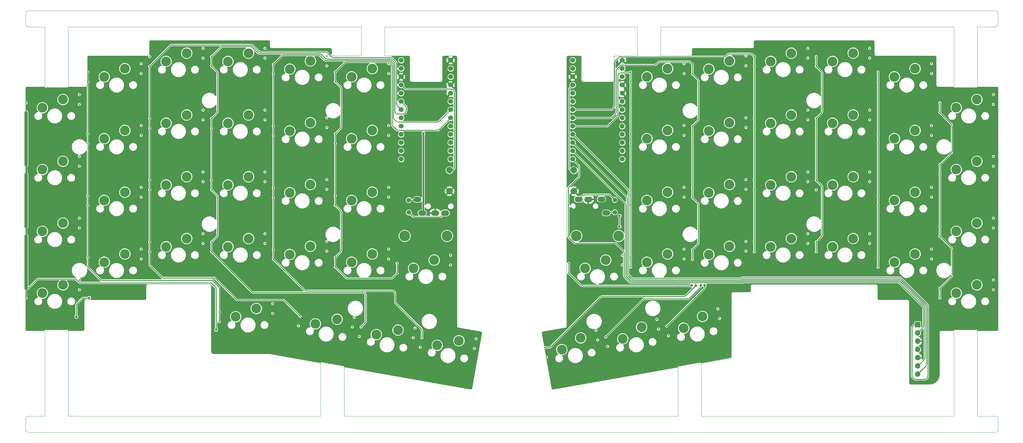
<source format=gtl>
G04 #@! TF.GenerationSoftware,KiCad,Pcbnew,7.0.6*
G04 #@! TF.CreationDate,2024-01-13T20:54:37+09:00*
G04 #@! TF.ProjectId,SumNight57,53756d4e-6967-4687-9435-372e6b696361,rev?*
G04 #@! TF.SameCoordinates,Original*
G04 #@! TF.FileFunction,Copper,L1,Top*
G04 #@! TF.FilePolarity,Positive*
%FSLAX46Y46*%
G04 Gerber Fmt 4.6, Leading zero omitted, Abs format (unit mm)*
G04 Created by KiCad (PCBNEW 7.0.6) date 2024-01-13 20:54:37*
%MOMM*%
%LPD*%
G01*
G04 APERTURE LIST*
G04 #@! TA.AperFunction,ComponentPad*
%ADD10R,1.700000X1.700000*%
G04 #@! TD*
G04 #@! TA.AperFunction,ComponentPad*
%ADD11O,1.700000X1.700000*%
G04 #@! TD*
G04 #@! TA.AperFunction,ComponentPad*
%ADD12C,1.397000*%
G04 #@! TD*
G04 #@! TA.AperFunction,ComponentPad*
%ADD13C,3.300000*%
G04 #@! TD*
G04 #@! TA.AperFunction,ComponentPad*
%ADD14O,2.500000X1.700000*%
G04 #@! TD*
G04 #@! TA.AperFunction,ComponentPad*
%ADD15C,1.524000*%
G04 #@! TD*
G04 #@! TA.AperFunction,ComponentPad*
%ADD16C,2.000000*%
G04 #@! TD*
G04 #@! TA.AperFunction,WasherPad*
%ADD17C,3.000000*%
G04 #@! TD*
G04 #@! TA.AperFunction,ComponentPad*
%ADD18C,0.500000*%
G04 #@! TD*
G04 #@! TA.AperFunction,ViaPad*
%ADD19C,0.800000*%
G04 #@! TD*
G04 #@! TA.AperFunction,Conductor*
%ADD20C,0.250000*%
G04 #@! TD*
G04 #@! TA.AperFunction,Conductor*
%ADD21C,0.400000*%
G04 #@! TD*
G04 #@! TA.AperFunction,Conductor*
%ADD22C,1.000000*%
G04 #@! TD*
G04 #@! TA.AperFunction,Conductor*
%ADD23C,0.500000*%
G04 #@! TD*
G04 #@! TA.AperFunction,Profile*
%ADD24C,0.105833*%
G04 #@! TD*
G04 APERTURE END LIST*
D10*
X282615974Y-141913644D03*
D11*
X282615974Y-144453644D03*
X282615974Y-146993644D03*
X282615974Y-149533644D03*
X282615974Y-152073644D03*
X282615974Y-154613644D03*
X282615974Y-157153644D03*
D12*
X125894974Y-103479894D03*
X189355974Y-103429894D03*
D13*
X177479974Y-114529894D03*
X190529974Y-114529894D03*
D14*
X181215974Y-103229894D03*
X178215974Y-103229894D03*
X186715974Y-107429894D03*
X185215974Y-103229894D03*
D13*
X137679974Y-114529894D03*
D15*
X138774974Y-62919894D03*
X138774974Y-65459894D03*
X138774974Y-67999894D03*
X138774974Y-70539894D03*
X138774974Y-73079894D03*
X138784974Y-75619894D03*
X138774974Y-78159894D03*
X138774974Y-80699894D03*
X138784974Y-83239894D03*
X138784974Y-85779894D03*
X138784974Y-88319894D03*
X138774974Y-90859894D03*
X123534974Y-90859894D03*
X123524974Y-88319894D03*
X123524974Y-85779894D03*
X123524974Y-83239894D03*
X123524974Y-80699894D03*
X123534974Y-78159894D03*
X123524974Y-75619894D03*
X123534974Y-73079894D03*
X123534974Y-70539894D03*
X123534974Y-67999894D03*
X123534974Y-65459894D03*
X123534974Y-62919894D03*
X123534974Y-60379894D03*
X138774974Y-60379894D03*
D12*
X189355974Y-107229895D03*
D15*
X191624974Y-62919894D03*
X191624974Y-65459894D03*
X191624974Y-67999894D03*
X191624974Y-70539894D03*
X191624974Y-73079894D03*
X191634974Y-75619894D03*
X191624974Y-78159894D03*
X191624974Y-80699894D03*
X191634974Y-83239894D03*
X191634974Y-85779894D03*
X191634974Y-88319894D03*
X191624974Y-90859894D03*
X176384974Y-90859894D03*
X176374974Y-88319894D03*
X176374974Y-85779894D03*
X176374974Y-83239894D03*
X176374974Y-80699894D03*
X176384974Y-78159894D03*
X176374974Y-75619894D03*
X176384974Y-73079894D03*
X176384974Y-70539894D03*
X176384974Y-67999894D03*
X176384974Y-65459894D03*
X176384974Y-62919894D03*
X176384974Y-60379894D03*
X191624974Y-60379894D03*
D14*
X134034974Y-107479894D03*
X137034974Y-107479894D03*
X128534974Y-103279894D03*
X130034974Y-107479894D03*
D16*
X176715974Y-94229894D03*
X176715974Y-100729894D03*
D13*
X124629974Y-114529894D03*
D12*
X125894974Y-107279894D03*
D16*
X138434974Y-94229894D03*
X138434974Y-100729894D03*
D17*
X70194974Y-117871144D03*
X76544974Y-115331144D03*
D18*
X65144974Y-116371144D03*
X65144974Y-119371144D03*
X81594974Y-113831144D03*
X81594974Y-116831144D03*
D17*
X199244974Y-103583644D03*
X205594974Y-101043644D03*
D18*
X194194974Y-102083644D03*
X194194974Y-105083644D03*
X210644974Y-99543644D03*
X210644974Y-102543644D03*
D17*
X237344974Y-98821144D03*
X243694974Y-96281144D03*
D18*
X232294974Y-97321144D03*
X232294974Y-100321144D03*
X248744974Y-94781144D03*
X248744974Y-97781144D03*
D17*
X294494974Y-75008644D03*
X300844974Y-72468644D03*
D18*
X289444974Y-73508644D03*
X289444974Y-76508644D03*
X305894974Y-70968644D03*
X305894974Y-73968644D03*
D17*
X97124430Y-141624111D03*
X103819025Y-140225365D03*
D18*
X92411623Y-139269976D03*
X91890678Y-142224399D03*
X109052777Y-139625077D03*
X108531832Y-142579500D03*
D17*
X51144974Y-60721144D03*
X57494974Y-58181144D03*
D18*
X46094974Y-59221144D03*
X46094974Y-62221144D03*
X62544974Y-56681144D03*
X62544974Y-59681144D03*
D17*
X127344974Y-124514894D03*
X133694974Y-121974894D03*
D18*
X122294974Y-123014894D03*
X122294974Y-126014894D03*
X138744974Y-120474894D03*
X138744974Y-123474894D03*
D17*
X72575974Y-139437644D03*
X78925974Y-136897644D03*
D18*
X67525974Y-137937644D03*
X67525974Y-140937644D03*
X83975974Y-135397644D03*
X83975974Y-138397644D03*
D17*
X32094974Y-122633644D03*
X38444974Y-120093644D03*
D18*
X27044974Y-121133644D03*
X27044974Y-124133644D03*
X43494974Y-118593644D03*
X43494974Y-121593644D03*
D17*
X13044974Y-75008644D03*
X19394974Y-72468644D03*
D18*
X7994974Y-73508644D03*
X7994974Y-76508644D03*
X24444974Y-70968644D03*
X24444974Y-73968644D03*
D17*
X32094974Y-65483644D03*
X38444974Y-62943644D03*
D18*
X27044974Y-63983644D03*
X27044974Y-66983644D03*
X43494974Y-61443644D03*
X43494974Y-64443644D03*
D17*
X275444974Y-84533644D03*
X281794974Y-81993644D03*
D18*
X270394974Y-83033644D03*
X270394974Y-86033644D03*
X286844974Y-80493644D03*
X286844974Y-83493644D03*
D17*
X218294974Y-101202394D03*
X224644974Y-98662394D03*
D18*
X213244974Y-99702394D03*
X213244974Y-102702394D03*
X229694974Y-97162394D03*
X229694974Y-100162394D03*
D17*
X256394974Y-117871144D03*
X262744974Y-115331144D03*
D18*
X251344974Y-116371144D03*
X251344974Y-119371144D03*
X267794974Y-113831144D03*
X267794974Y-116831144D03*
D17*
X51144974Y-79771144D03*
X57494974Y-77231144D03*
D18*
X46094974Y-78271144D03*
X46094974Y-81271144D03*
X62544974Y-75731144D03*
X62544974Y-78731144D03*
D17*
X237344974Y-79771144D03*
X243694974Y-77231144D03*
D18*
X232294974Y-78271144D03*
X232294974Y-81271144D03*
X248744974Y-75731144D03*
X248744974Y-78731144D03*
D17*
X199244974Y-122633644D03*
X205594974Y-120093644D03*
D18*
X194194974Y-121133644D03*
X194194974Y-124133644D03*
X210644974Y-118593644D03*
X210644974Y-121593644D03*
D17*
X108294974Y-122633644D03*
X114644974Y-120093644D03*
D18*
X103244974Y-121133644D03*
X103244974Y-124133644D03*
X119694974Y-118593644D03*
X119694974Y-121593644D03*
D17*
X108294974Y-84533644D03*
X114644974Y-81993644D03*
D18*
X103244974Y-83033644D03*
X103244974Y-86033644D03*
X119694974Y-80493644D03*
X119694974Y-83493644D03*
D17*
X294494974Y-132158644D03*
X300844974Y-129618644D03*
D18*
X289444974Y-130658644D03*
X289444974Y-133658644D03*
X305894974Y-128118644D03*
X305894974Y-131118644D03*
D17*
X275444974Y-65483644D03*
X281794974Y-62943644D03*
D18*
X270394974Y-63983644D03*
X270394974Y-66983644D03*
X286844974Y-61443644D03*
X286844974Y-64443644D03*
D17*
X237344974Y-117871144D03*
X243694974Y-115331144D03*
D18*
X232294974Y-116371144D03*
X232294974Y-119371144D03*
X248744974Y-113831144D03*
X248744974Y-116831144D03*
D17*
X51144974Y-117871144D03*
X57494974Y-115331144D03*
D18*
X46094974Y-116371144D03*
X46094974Y-119371144D03*
X62544974Y-113831144D03*
X62544974Y-116831144D03*
D17*
X210531055Y-142947558D03*
X216343518Y-139343480D03*
D18*
X205297304Y-142347270D03*
X205818248Y-145301693D03*
X221056325Y-136989345D03*
X221577269Y-139943769D03*
D17*
X275444974Y-122633644D03*
X281794974Y-120093644D03*
D18*
X270394974Y-121133644D03*
X270394974Y-124133644D03*
X286844974Y-118593644D03*
X286844974Y-121593644D03*
D17*
X199244974Y-84533644D03*
X205594974Y-81993644D03*
D18*
X194194974Y-83033644D03*
X194194974Y-86033644D03*
X210644974Y-80493644D03*
X210644974Y-83493644D03*
D17*
X218294974Y-82152394D03*
X224644974Y-79612394D03*
D18*
X213244974Y-80652394D03*
X213244974Y-83652394D03*
X229694974Y-78112394D03*
X229694974Y-81112394D03*
D17*
X89244974Y-101202394D03*
X95594974Y-98662394D03*
D18*
X84194974Y-99702394D03*
X84194974Y-102702394D03*
X100644974Y-97162394D03*
X100644974Y-100162394D03*
D17*
X294494974Y-113108644D03*
X300844974Y-110568644D03*
D18*
X289444974Y-111608644D03*
X289444974Y-114608644D03*
X305894974Y-109068644D03*
X305894974Y-112068644D03*
D17*
X237344974Y-60721144D03*
X243694974Y-58181144D03*
D18*
X232294974Y-59221144D03*
X232294974Y-62221144D03*
X248744974Y-56681144D03*
X248744974Y-59681144D03*
D17*
X89244974Y-63102394D03*
X95594974Y-60562394D03*
D18*
X84194974Y-61602394D03*
X84194974Y-64602394D03*
X100644974Y-59062394D03*
X100644974Y-62062394D03*
D17*
X256394974Y-98821144D03*
X262744974Y-96281144D03*
D18*
X251344974Y-97321144D03*
X251344974Y-100321144D03*
X267794974Y-94781144D03*
X267794974Y-97781144D03*
D17*
X13044974Y-132158644D03*
X19394974Y-129618644D03*
D18*
X7994974Y-130658644D03*
X7994974Y-133658644D03*
X24444974Y-128118644D03*
X24444974Y-131118644D03*
D17*
X108294974Y-103583644D03*
X114644974Y-101043644D03*
D18*
X103244974Y-102083644D03*
X103244974Y-105083644D03*
X119694974Y-99543644D03*
X119694974Y-102543644D03*
D17*
X294494974Y-94058644D03*
X300844974Y-91518644D03*
D18*
X289444974Y-92558644D03*
X289444974Y-95558644D03*
X305894974Y-90018644D03*
X305894974Y-93018644D03*
D17*
X32094974Y-84533644D03*
X38444974Y-81993644D03*
D18*
X27044974Y-83033644D03*
X27044974Y-86033644D03*
X43494974Y-80493644D03*
X43494974Y-83493644D03*
D17*
X275444974Y-103583644D03*
X281794974Y-101043644D03*
D18*
X270394974Y-102083644D03*
X270394974Y-105083644D03*
X286844974Y-99543644D03*
X286844974Y-102543644D03*
D17*
X89244974Y-120252394D03*
X95594974Y-117712394D03*
D18*
X84194974Y-118752394D03*
X84194974Y-121752394D03*
X100644974Y-116212394D03*
X100644974Y-119212394D03*
D17*
X256394974Y-60721144D03*
X262744974Y-58181144D03*
D18*
X251344974Y-59221144D03*
X251344974Y-62221144D03*
X267794974Y-56681144D03*
X267794974Y-59681144D03*
D17*
X115884672Y-144932001D03*
X122579267Y-143533255D03*
D18*
X111171865Y-142577866D03*
X110650920Y-145532289D03*
X127813019Y-142932967D03*
X127292074Y-145887390D03*
D17*
X218294974Y-120252394D03*
X224644974Y-117712394D03*
D18*
X213244974Y-118752394D03*
X213244974Y-121752394D03*
X229694974Y-116212394D03*
X229694974Y-119212394D03*
D17*
X218294974Y-63102394D03*
X224644974Y-60562394D03*
D18*
X213244974Y-61602394D03*
X213244974Y-64602394D03*
X229694974Y-59062394D03*
X229694974Y-62062394D03*
D17*
X70194974Y-98821144D03*
X76544974Y-96281144D03*
D18*
X65144974Y-97321144D03*
X65144974Y-100321144D03*
X81594974Y-94781144D03*
X81594974Y-97781144D03*
D17*
X13044974Y-94058644D03*
X19394974Y-91518644D03*
D18*
X7994974Y-92558644D03*
X7994974Y-95558644D03*
X24444974Y-90018644D03*
X24444974Y-93018644D03*
D17*
X180194974Y-124514894D03*
X186544974Y-121974894D03*
D18*
X175144974Y-123014894D03*
X175144974Y-126014894D03*
X191594974Y-120474894D03*
X191594974Y-123474894D03*
D17*
X70194974Y-79771144D03*
X76544974Y-77231144D03*
D18*
X65144974Y-78271144D03*
X65144974Y-81271144D03*
X81594974Y-75731144D03*
X81594974Y-78731144D03*
D17*
X89244974Y-82152394D03*
X95594974Y-79612394D03*
D18*
X84194974Y-80652394D03*
X84194974Y-83652394D03*
X100644974Y-78112394D03*
X100644974Y-81112394D03*
D17*
X51144974Y-98821144D03*
X57494974Y-96281144D03*
D18*
X46094974Y-97321144D03*
X46094974Y-100321144D03*
X62544974Y-94781144D03*
X62544974Y-97781144D03*
D17*
X32094974Y-103583644D03*
X38444974Y-101043644D03*
D18*
X27044974Y-102083644D03*
X27044974Y-105083644D03*
X43494974Y-99543644D03*
X43494974Y-102543644D03*
D17*
X13044974Y-113108644D03*
X19394974Y-110568644D03*
D18*
X7994974Y-111608644D03*
X7994974Y-114608644D03*
X24444974Y-109068644D03*
X24444974Y-112068644D03*
D17*
X256394974Y-79771144D03*
X262744974Y-77231144D03*
D18*
X251344974Y-78271144D03*
X251344974Y-81271144D03*
X267794974Y-75731144D03*
X267794974Y-78731144D03*
D17*
X108294974Y-65483644D03*
X114644974Y-62943644D03*
D18*
X103244974Y-63983644D03*
X103244974Y-66983644D03*
X119694974Y-61443644D03*
X119694974Y-64443644D03*
D17*
X173009053Y-149563563D03*
X178821516Y-145959485D03*
D18*
X167775302Y-148963275D03*
X168296246Y-151917698D03*
X183534323Y-143605350D03*
X184055267Y-146559774D03*
D17*
X70194974Y-60721144D03*
X76544974Y-58181144D03*
D18*
X65144974Y-59221144D03*
X65144974Y-62221144D03*
X81594974Y-56681144D03*
X81594974Y-59681144D03*
D17*
X191770085Y-146255451D03*
X197582548Y-142651373D03*
D18*
X186536334Y-145655163D03*
X187057278Y-148609586D03*
X202295355Y-140297238D03*
X202816299Y-143251662D03*
D17*
X134645704Y-148240113D03*
X141340299Y-146841367D03*
D18*
X129932897Y-145885978D03*
X129411952Y-148840401D03*
X146574051Y-146241079D03*
X146053106Y-149195502D03*
D17*
X199244974Y-65483644D03*
X205594974Y-62943644D03*
D18*
X194194974Y-63983644D03*
X194194974Y-66983644D03*
X210644974Y-61443644D03*
X210644974Y-64443644D03*
D19*
X27459474Y-133619144D03*
X23522474Y-139461144D03*
X66537422Y-143436196D03*
X119089974Y-115648644D03*
X105119974Y-96598644D03*
X65749974Y-148287644D03*
X23839974Y-106123644D03*
X28445603Y-127721406D03*
X125185974Y-67769644D03*
X177654974Y-61649894D03*
X171304974Y-145469894D03*
X144990085Y-160106051D03*
X207220085Y-149438051D03*
X234169974Y-72786144D03*
X42889974Y-96598644D03*
X305924974Y-87049894D03*
X27903974Y-74881644D03*
X67527974Y-150065644D03*
X186974974Y-79453644D03*
X220834974Y-132793644D03*
X65544412Y-131105202D03*
X176384974Y-112449894D03*
X126201974Y-68531644D03*
X61304974Y-91836144D03*
X251617974Y-67388644D03*
X47969974Y-72786144D03*
X80989974Y-129936144D03*
X272269974Y-115648644D03*
X106389974Y-77548644D03*
X229089974Y-113267394D03*
X75909974Y-131682394D03*
X100039974Y-94217394D03*
X286239974Y-77548644D03*
X119089974Y-96598644D03*
X60669974Y-110886144D03*
X86069974Y-94217394D03*
X42889974Y-77548644D03*
X195737974Y-76913644D03*
X99404974Y-75167394D03*
X65749974Y-56752394D03*
X253219974Y-91836144D03*
X196069974Y-96598644D03*
X195737974Y-79453644D03*
X21299974Y-125173644D03*
X191624974Y-109298644D03*
X136930898Y-86118568D03*
X305338974Y-142953644D03*
X257664974Y-64848644D03*
X228122974Y-71198644D03*
X229089974Y-75167394D03*
X27175603Y-126451406D03*
X305924974Y-125149894D03*
X286034974Y-59895644D03*
X108414085Y-154518051D03*
X285780974Y-72341644D03*
X127210085Y-157820051D03*
X84164974Y-59292394D03*
X295764974Y-125149894D03*
X177654974Y-64189894D03*
X208769974Y-115648644D03*
X177322974Y-92915644D03*
X43524974Y-115648644D03*
X216389974Y-113267394D03*
X139409974Y-134857394D03*
X272269974Y-77548644D03*
X61431974Y-67515644D03*
X246869974Y-110886144D03*
X229089974Y-94217394D03*
X179559974Y-158193644D03*
X178924974Y-109909894D03*
X218929974Y-151208644D03*
X137057898Y-88531568D03*
X190784974Y-101551644D03*
X126709974Y-86057644D03*
X177654974Y-98479894D03*
X8599974Y-71833644D03*
X291368974Y-70563644D03*
X210039974Y-77548644D03*
X272269974Y-96598644D03*
X234169974Y-91836144D03*
X262744974Y-64848644D03*
X80989974Y-72786144D03*
X294494974Y-87049894D03*
X94959974Y-147557394D03*
X246869974Y-72786144D03*
X216389974Y-75167394D03*
X47969974Y-110886144D03*
X266071573Y-66826644D03*
X67019974Y-91836144D03*
X80989974Y-110886144D03*
X193070974Y-66245644D03*
X203357974Y-79453644D03*
X177830974Y-76913644D03*
X178084974Y-86057644D03*
X306608974Y-141937644D03*
X136925898Y-83573568D03*
X254489974Y-110886144D03*
X286239974Y-96598644D03*
X196069974Y-115648644D03*
X189514974Y-80215644D03*
X8345974Y-141937644D03*
X218054727Y-129770846D03*
X177830974Y-81993644D03*
X68924974Y-72786144D03*
X191624974Y-112449894D03*
X117819974Y-136762394D03*
X85053974Y-69547644D03*
X275620974Y-131269644D03*
X47969974Y-91836144D03*
X176052974Y-92915644D03*
X27899675Y-70059943D03*
X10504974Y-87073644D03*
X270794974Y-131015644D03*
X184639974Y-153748644D03*
X126709974Y-88343644D03*
X177830974Y-79453644D03*
X234169974Y-110886144D03*
X80989974Y-91836144D03*
X273334974Y-133555644D03*
X126455974Y-83517644D03*
X294494974Y-106099894D03*
X177654974Y-66729894D03*
X226852974Y-129745644D03*
X176384974Y-128959894D03*
X28919974Y-115648644D03*
X195434974Y-73738644D03*
X213517974Y-71833644D03*
X176384974Y-121339894D03*
X9869974Y-125173644D03*
X9869974Y-106123644D03*
X86069974Y-113267394D03*
X267189974Y-91836144D03*
X210039974Y-96598644D03*
X21299974Y-87073644D03*
X216389974Y-94217394D03*
X247807974Y-68658644D03*
X272064974Y-60149644D03*
X187814974Y-119458644D03*
X26125974Y-76151644D03*
X187814974Y-124538644D03*
X102833974Y-71071644D03*
X86069974Y-75167394D03*
X197974974Y-151208644D03*
X209213306Y-130637144D03*
X273588974Y-72341644D03*
X9361974Y-143207644D03*
X99785974Y-69801644D03*
X183369974Y-100408644D03*
X64733974Y-67515644D03*
X28919974Y-96598644D03*
X92419974Y-131047394D03*
X188244974Y-76913644D03*
X233202974Y-69293644D03*
X267189974Y-110886144D03*
X28919974Y-77548644D03*
X305924974Y-106099894D03*
X248139974Y-91836144D03*
X61304974Y-72786144D03*
X88856085Y-150962051D03*
X176052974Y-106123644D03*
X47207974Y-69801644D03*
X305338974Y-69547644D03*
X286239974Y-115648644D03*
X176384974Y-136579894D03*
X275620974Y-132539644D03*
X190530974Y-95963644D03*
X143720085Y-160868051D03*
X118454974Y-77548644D03*
X192816974Y-71833644D03*
X267189974Y-72786144D03*
X190784974Y-98757644D03*
X203992974Y-76913644D03*
X68289974Y-110886144D03*
X80735974Y-67515644D03*
X209078853Y-132336144D03*
X254489974Y-72786144D03*
X25617974Y-69293644D03*
X118835974Y-72087644D03*
X99404974Y-113267394D03*
X178084974Y-88597644D03*
X190784724Y-111624644D03*
X190784724Y-108322644D03*
X214279724Y-129785644D03*
X215803724Y-129785644D03*
X217006974Y-129794000D03*
X213009724Y-129785644D03*
X130392974Y-82985894D03*
D20*
X23522474Y-139461144D02*
X23522474Y-135858251D01*
X25761581Y-133619144D02*
X27459474Y-133619144D01*
X23668921Y-135504697D02*
X25408028Y-133765590D01*
X25761581Y-133619118D02*
G75*
G03*
X25408028Y-133765590I19J-499982D01*
G01*
X23668890Y-135504666D02*
G75*
G03*
X23522474Y-135858251I353610J-353534D01*
G01*
D21*
X7994974Y-95558644D02*
X7994974Y-92558644D01*
D22*
X7994974Y-92558644D02*
X7994974Y-76508644D01*
D20*
X66390975Y-130386645D02*
X65134420Y-129130090D01*
X8495867Y-130658644D02*
X7994974Y-130658644D01*
X11421527Y-127940091D02*
X8849420Y-130512198D01*
X23099694Y-127793644D02*
X11775081Y-127793644D01*
X66537422Y-143436196D02*
X66537422Y-130740199D01*
D22*
X7994974Y-130658644D02*
X7994974Y-114608644D01*
X7994974Y-111608644D02*
X7994974Y-95558644D01*
D20*
X64780867Y-128983644D02*
X24703908Y-128983644D01*
D21*
X7994974Y-114608644D02*
X7994974Y-111608644D01*
D20*
X24350354Y-128837197D02*
X23453247Y-127940090D01*
X7994974Y-133658644D02*
X7994974Y-130658644D01*
X8495867Y-130658607D02*
G75*
G03*
X8849419Y-130512197I33J500007D01*
G01*
X66537416Y-130740199D02*
G75*
G03*
X66390975Y-130386645I-500016J-1D01*
G01*
X65134427Y-129130083D02*
G75*
G03*
X64780867Y-128983644I-353527J-353517D01*
G01*
X24350341Y-128837210D02*
G75*
G03*
X24703908Y-128983644I353559J353610D01*
G01*
X23453241Y-127940096D02*
G75*
G03*
X23099694Y-127793644I-353541J-353504D01*
G01*
X11775081Y-127793618D02*
G75*
G03*
X11421527Y-127940091I19J-499982D01*
G01*
X128481421Y-103333447D02*
X128534974Y-103279894D01*
X125894974Y-103479894D02*
X128127867Y-103479894D01*
X128127867Y-103479872D02*
G75*
G03*
X128481421Y-103333447I33J499972D01*
G01*
X125894974Y-107279894D02*
X126977081Y-108362001D01*
X136152867Y-108362001D02*
X137034974Y-107479894D01*
X127684188Y-108654894D02*
X135445760Y-108654894D01*
X126977088Y-108361994D02*
G75*
G03*
X127684188Y-108654894I707112J707094D01*
G01*
X135445760Y-108654867D02*
G75*
G03*
X136152866Y-108362000I40J999967D01*
G01*
X124512081Y-68977001D02*
X123534974Y-67999894D01*
X138917974Y-69269894D02*
X125219188Y-69269894D01*
X138434974Y-95229894D02*
X139625081Y-94039787D01*
X139917974Y-93332680D02*
X139917974Y-70269894D01*
X139918006Y-70269894D02*
G75*
G03*
X138917974Y-69269894I-1000006J-6D01*
G01*
X124512088Y-68976994D02*
G75*
G03*
X125219188Y-69269894I707112J707094D01*
G01*
X139625085Y-94039791D02*
G75*
G03*
X139917974Y-93332680I-707085J707091D01*
G01*
X186769526Y-107376342D02*
X186715974Y-107429894D01*
X189355974Y-107229895D02*
X187123080Y-107229895D01*
X187123080Y-107229883D02*
G75*
G03*
X186769527Y-107376343I20J-500017D01*
G01*
X188048867Y-102122787D02*
X189355974Y-103429894D01*
X178215974Y-103229894D02*
X179323081Y-102122787D01*
X180030188Y-101829894D02*
X187341760Y-101829894D01*
X180030188Y-101829887D02*
G75*
G03*
X179323081Y-102122787I12J-1000013D01*
G01*
X188048888Y-102122766D02*
G75*
G03*
X187341760Y-101829894I-707088J-707134D01*
G01*
X175287974Y-69511108D02*
X175287974Y-93387680D01*
X175580867Y-94094787D02*
X176715974Y-95229894D01*
X176384974Y-67999894D02*
X175580867Y-68804001D01*
X175287996Y-93387680D02*
G75*
G03*
X175580867Y-94094787I1000004J-20D01*
G01*
X175580858Y-68803992D02*
G75*
G03*
X175287974Y-69511108I707142J-707108D01*
G01*
X190784724Y-108322644D02*
X190784724Y-111624644D01*
X167786391Y-148963275D02*
X167784729Y-148961613D01*
X184829192Y-133474944D02*
X169633754Y-148670382D01*
X189553617Y-60404751D02*
X190372581Y-59585787D01*
X176374974Y-75619894D02*
X188021260Y-75619894D01*
X232294974Y-81271144D02*
X232294974Y-97321144D01*
X214279724Y-129785644D02*
X211176210Y-132889158D01*
X168926647Y-148963275D02*
X167786391Y-148963275D01*
X189260724Y-74380430D02*
X189260724Y-61111858D01*
X232294974Y-116371144D02*
X232294974Y-119371144D01*
X210469103Y-133182051D02*
X185536299Y-133182051D01*
X231778367Y-58704537D02*
X232294974Y-59221144D01*
X232294974Y-62221144D02*
X232294974Y-78271144D01*
X232294974Y-97321144D02*
X232294974Y-100321144D01*
X188728367Y-75327001D02*
X188967831Y-75087537D01*
X224628998Y-58411644D02*
X231071260Y-58411644D01*
X232294974Y-100321144D02*
X232294974Y-116371144D01*
X232294974Y-59221144D02*
X232294974Y-62221144D01*
X223626427Y-59000001D02*
X223921891Y-58704537D01*
X191079688Y-59292894D02*
X222919320Y-59292894D01*
X232294974Y-78271144D02*
X232294974Y-81271144D01*
X191079688Y-59292887D02*
G75*
G03*
X190372581Y-59585787I12J-1000013D01*
G01*
X224628998Y-58411630D02*
G75*
G03*
X223921891Y-58704537I2J-999970D01*
G01*
X185536299Y-133182036D02*
G75*
G03*
X184829193Y-133474945I1J-999964D01*
G01*
X231778378Y-58704526D02*
G75*
G03*
X231071260Y-58411644I-707078J-707074D01*
G01*
X168926647Y-148963315D02*
G75*
G03*
X169633753Y-148670381I-47J1000015D01*
G01*
X210469103Y-133182067D02*
G75*
G03*
X211176209Y-132889157I-3J999967D01*
G01*
X189553643Y-60404777D02*
G75*
G03*
X189260724Y-61111858I707057J-707123D01*
G01*
X188021260Y-75619867D02*
G75*
G03*
X188728366Y-75327000I40J999967D01*
G01*
X222919320Y-59292910D02*
G75*
G03*
X223626427Y-59000001I-20J1000010D01*
G01*
X188967821Y-75087527D02*
G75*
G03*
X189260724Y-74380430I-707121J707127D01*
G01*
X252862081Y-114854037D02*
X251344974Y-116371144D01*
X251344974Y-78271144D02*
X251344974Y-81271144D01*
X251344974Y-116371144D02*
X251344974Y-119371144D01*
X198661660Y-133944051D02*
X211631871Y-133944051D01*
X252862081Y-76754037D02*
X251344974Y-78271144D01*
X251344974Y-97321144D02*
X252862081Y-98838251D01*
X215803724Y-129979305D02*
X215803724Y-129785644D01*
X253154974Y-99545358D02*
X253154974Y-114146930D01*
X253154974Y-64445358D02*
X253154974Y-76046930D01*
X251344974Y-59221144D02*
X251344974Y-62221144D01*
X212338978Y-133651158D02*
X215657278Y-130332858D01*
X186536334Y-145655163D02*
X197954553Y-134236944D01*
X251344974Y-62221144D02*
X252862081Y-63738251D01*
X251344974Y-81271144D02*
X251344974Y-97321144D01*
X253155011Y-99545358D02*
G75*
G03*
X252862081Y-98838251I-1000011J-42D01*
G01*
X253155011Y-64445358D02*
G75*
G03*
X252862081Y-63738251I-1000011J-42D01*
G01*
X211631871Y-133944045D02*
G75*
G03*
X212338978Y-133651158I29J999945D01*
G01*
X215657280Y-130332860D02*
G75*
G03*
X215803724Y-129979305I-353580J353560D01*
G01*
X252862060Y-114854016D02*
G75*
G03*
X253154974Y-114146930I-707060J707116D01*
G01*
X252862060Y-76754016D02*
G75*
G03*
X253154974Y-76046930I-707060J707116D01*
G01*
X198661660Y-133944008D02*
G75*
G03*
X197954553Y-134236944I40J-999992D01*
G01*
X270394974Y-83033644D02*
X270394974Y-86033644D01*
X270394974Y-86033644D02*
X270394974Y-121133644D01*
X216943868Y-129794000D02*
X217006974Y-129794000D01*
X270394974Y-63983644D02*
X270394974Y-66983644D01*
X217006974Y-129794000D02*
X217006974Y-130223386D01*
X216714081Y-130930493D02*
X205297304Y-142347270D01*
X270394974Y-66983644D02*
X270394974Y-83033644D01*
X270394974Y-121133644D02*
X270394974Y-124133644D01*
X216714082Y-130930494D02*
G75*
G03*
X217006974Y-130223386I-707082J707094D01*
G01*
X228884724Y-128769644D02*
X228853667Y-128800701D01*
X228500114Y-128947147D02*
X194549371Y-128947147D01*
X175036724Y-114465502D02*
X175036724Y-99973858D01*
X178338724Y-95843430D02*
X178338724Y-93227858D01*
X284090831Y-136096751D02*
X277056617Y-129062537D01*
X189298260Y-116775394D02*
X177346616Y-116775394D01*
X284383724Y-142271680D02*
X284383724Y-136803858D01*
X191888831Y-118951751D02*
X190005367Y-117068287D01*
X175329617Y-99266751D02*
X178045831Y-96550537D01*
X282615974Y-144453644D02*
X284090831Y-142978787D01*
X276349510Y-128769644D02*
X228884724Y-128769644D01*
X193842264Y-128654254D02*
X192474617Y-127286607D01*
X192181724Y-126579500D02*
X192181724Y-119658858D01*
X176639509Y-116482501D02*
X175329617Y-115172609D01*
X178045831Y-92520751D02*
X176384974Y-90859894D01*
X178338746Y-93227858D02*
G75*
G03*
X178045830Y-92520752I-1000046J-42D01*
G01*
X193842269Y-128654249D02*
G75*
G03*
X194549371Y-128947147I707131J707149D01*
G01*
X190005388Y-117068266D02*
G75*
G03*
X189298260Y-116775394I-707088J-707134D01*
G01*
X176639502Y-116482508D02*
G75*
G03*
X177346616Y-116775394I707098J707108D01*
G01*
X284090846Y-142978802D02*
G75*
G03*
X284383724Y-142271680I-707146J707102D01*
G01*
X175036716Y-114465502D02*
G75*
G03*
X175329618Y-115172608I999984J2D01*
G01*
X175329643Y-99266777D02*
G75*
G03*
X175036724Y-99973858I707057J-707123D01*
G01*
X192181717Y-126579500D02*
G75*
G03*
X192474617Y-127286607I999983J0D01*
G01*
X192181746Y-119658858D02*
G75*
G03*
X191888830Y-118951752I-1000046J-42D01*
G01*
X277056603Y-129062551D02*
G75*
G03*
X276349510Y-128769644I-707103J-707049D01*
G01*
X228500114Y-128947143D02*
G75*
G03*
X228853667Y-128800701I-14J500043D01*
G01*
X178045821Y-96550527D02*
G75*
G03*
X178338724Y-95843430I-707121J707127D01*
G01*
X284383746Y-136803858D02*
G75*
G03*
X284090830Y-136096752I-1000046J-42D01*
G01*
X27044974Y-124133644D02*
X27044974Y-121133644D01*
X65162557Y-128221644D02*
X31340081Y-128221644D01*
X67379527Y-130231507D02*
X65516110Y-128368090D01*
X67525974Y-137937644D02*
X67525974Y-130585061D01*
X27044974Y-105083644D02*
X27044974Y-102083644D01*
X27044974Y-121133644D02*
X27044974Y-105083644D01*
X67525974Y-137937644D02*
X67525974Y-140937644D01*
X27044974Y-83033644D02*
X27044974Y-86033644D01*
X30986527Y-128075197D02*
X27044974Y-124133644D01*
X27044974Y-63983644D02*
X27044974Y-66983644D01*
X27044974Y-66983644D02*
X27044974Y-83033644D01*
X27044974Y-102083644D02*
X27044974Y-86033644D01*
X67526009Y-130585061D02*
G75*
G03*
X67379527Y-130231507I-500009J-39D01*
G01*
X65516122Y-128368078D02*
G75*
G03*
X65162557Y-128221644I-353522J-353522D01*
G01*
X30986527Y-128075197D02*
G75*
G03*
X31340081Y-128221644I353573J353597D01*
G01*
X46094974Y-119371144D02*
X46094974Y-123345537D01*
X46094974Y-97321144D02*
X46094974Y-100321144D01*
X77313010Y-55656144D02*
X53074188Y-55656144D01*
X87021291Y-134293858D02*
X84788831Y-134293858D01*
X46094974Y-78271144D02*
X46094974Y-81271144D01*
X50209081Y-127459644D02*
X65924557Y-127459644D01*
X123524974Y-75619894D02*
X122332867Y-74427787D01*
X66278111Y-127606091D02*
X72819432Y-134147412D01*
X79616579Y-57545499D02*
X78020117Y-55949037D01*
X52367081Y-55949037D02*
X46094974Y-62221144D01*
X121747081Y-60687001D02*
X120873114Y-59813034D01*
X46094974Y-100321144D02*
X46094974Y-116371144D01*
X46094974Y-62221144D02*
X46094974Y-78271144D01*
X101999328Y-59227248D02*
X100903365Y-58131285D01*
X46094974Y-81271144D02*
X46094974Y-97321144D01*
X120166007Y-59520141D02*
X102706435Y-59520141D01*
X73172985Y-134293858D02*
X84788831Y-134293858D01*
X46241421Y-123699091D02*
X49855528Y-127313198D01*
X92411623Y-139269976D02*
X87728398Y-134586751D01*
X46094974Y-116371144D02*
X46094974Y-119371144D01*
X100196258Y-57838392D02*
X80323686Y-57838392D01*
X122039974Y-73720680D02*
X122039974Y-61394108D01*
X53074188Y-55656123D02*
G75*
G03*
X52367081Y-55949037I12J-999977D01*
G01*
X78020103Y-55949051D02*
G75*
G03*
X77313010Y-55656144I-707103J-707049D01*
G01*
X120873102Y-59813046D02*
G75*
G03*
X120166007Y-59520141I-707102J-707054D01*
G01*
X101999302Y-59227274D02*
G75*
G03*
X102706435Y-59520141I707098J707174D01*
G01*
X49855528Y-127313198D02*
G75*
G03*
X50209081Y-127459644I353572J353598D01*
G01*
X100903387Y-58131263D02*
G75*
G03*
X100196258Y-57838392I-707087J-707137D01*
G01*
X87728411Y-134586738D02*
G75*
G03*
X87021291Y-134293858I-707111J-707162D01*
G01*
X122039996Y-73720680D02*
G75*
G03*
X122332867Y-74427787I1000004J-20D01*
G01*
X72819448Y-134147396D02*
G75*
G03*
X73172985Y-134293858I353552J353496D01*
G01*
X79616588Y-57545490D02*
G75*
G03*
X80323686Y-57838392I707112J707090D01*
G01*
X66278123Y-127606079D02*
G75*
G03*
X65924557Y-127459644I-353523J-353521D01*
G01*
X46094956Y-123345537D02*
G75*
G03*
X46241421Y-123699091I500044J37D01*
G01*
X122039976Y-61394108D02*
G75*
G03*
X121747081Y-60687001I-999976J8D01*
G01*
X67967081Y-56399037D02*
X65144974Y-59221144D01*
X121590473Y-76211486D02*
X121590473Y-61668804D01*
X112605085Y-140730432D02*
X112605085Y-132944644D01*
X78132688Y-131944644D02*
X111605085Y-131944644D01*
X65144974Y-59221144D02*
X65144974Y-62221144D01*
X79304080Y-57995000D02*
X77708117Y-56399037D01*
X65144974Y-62221144D02*
X66662081Y-63738251D01*
X65144974Y-100321144D02*
X66662081Y-101838251D01*
X65144974Y-116371144D02*
X65144974Y-119371144D01*
X77001010Y-56106144D02*
X68674188Y-56106144D01*
X66954974Y-64445358D02*
X66954974Y-76046930D01*
X124109774Y-76915294D02*
X122294281Y-76915294D01*
X65144974Y-119371144D02*
X77425581Y-131651751D01*
X111171865Y-142577866D02*
X112312192Y-141437539D01*
X121940728Y-76768848D02*
X121736920Y-76565040D01*
X100035829Y-59676749D02*
X98939866Y-58580786D01*
X65144974Y-81271144D02*
X65144974Y-97321144D01*
X65144974Y-97321144D02*
X65144974Y-100321144D01*
X66954974Y-102545358D02*
X66954974Y-114146930D01*
X98232759Y-58287893D02*
X80011187Y-58287893D01*
X123534974Y-73079894D02*
X124816881Y-74361801D01*
X65144974Y-78271144D02*
X65144974Y-81271144D01*
X66662081Y-76754037D02*
X65144974Y-78271144D01*
X66662081Y-114854037D02*
X65144974Y-116371144D01*
X119891311Y-59969642D02*
X100742936Y-59969642D01*
X125109774Y-75068908D02*
X125109774Y-75915294D01*
X121297580Y-60961697D02*
X120598418Y-60262535D01*
X79304088Y-57994992D02*
G75*
G03*
X80011187Y-58287893I707112J707092D01*
G01*
X121590478Y-61668804D02*
G75*
G03*
X121297580Y-60961697I-999978J4D01*
G01*
X121590491Y-76211486D02*
G75*
G03*
X121736920Y-76565040I500009J-14D01*
G01*
X120598404Y-60262549D02*
G75*
G03*
X119891311Y-59969642I-707104J-707051D01*
G01*
X66662060Y-114854016D02*
G75*
G03*
X66954974Y-114146930I-707060J707116D01*
G01*
X77708103Y-56399051D02*
G75*
G03*
X77001010Y-56106144I-707103J-707049D01*
G01*
X125109776Y-75068908D02*
G75*
G03*
X124816881Y-74361801I-999976J8D01*
G01*
X98939888Y-58580764D02*
G75*
G03*
X98232759Y-58287893I-707088J-707136D01*
G01*
X112605056Y-132944644D02*
G75*
G03*
X111605085Y-131944644I-999956J44D01*
G01*
X66955011Y-102545358D02*
G75*
G03*
X66662081Y-101838251I-1000011J-42D01*
G01*
X77425578Y-131651754D02*
G75*
G03*
X78132688Y-131944644I707122J707154D01*
G01*
X66662060Y-76754016D02*
G75*
G03*
X66954974Y-76046930I-707060J707116D01*
G01*
X68674188Y-56106123D02*
G75*
G03*
X67967081Y-56399037I12J-999977D01*
G01*
X112312173Y-141437520D02*
G75*
G03*
X112605085Y-140730432I-707073J707120D01*
G01*
X100035803Y-59676775D02*
G75*
G03*
X100742936Y-59969642I707097J707175D01*
G01*
X66955011Y-64445358D02*
G75*
G03*
X66662081Y-63738251I-1000011J-42D01*
G01*
X121940739Y-76768837D02*
G75*
G03*
X122294281Y-76915294I353561J353537D01*
G01*
X124109774Y-76915274D02*
G75*
G03*
X125109774Y-75915294I26J999974D01*
G01*
X129932897Y-145885978D02*
X129932897Y-143812077D01*
X84194974Y-61602394D02*
X84194974Y-64602394D01*
X129640004Y-143104970D02*
X121992951Y-135457917D01*
X121433865Y-78598785D02*
X121972081Y-79137001D01*
X121140972Y-61854993D02*
X121140972Y-77891678D01*
X84194974Y-102702394D02*
X84194974Y-118752394D01*
X122679188Y-79429894D02*
X134560760Y-79429894D01*
X121700058Y-134750810D02*
X121700058Y-132436644D01*
X100406687Y-60419143D02*
X119705122Y-60419143D01*
X93586331Y-131143751D02*
X84194974Y-121752394D01*
X84194974Y-121752394D02*
X84194974Y-118752394D01*
X120412229Y-60712036D02*
X120848079Y-61147886D01*
X98603617Y-59030287D02*
X99699580Y-60126250D01*
X84194974Y-61602394D02*
X86767081Y-59030287D01*
X135267867Y-79137001D02*
X138784974Y-75619894D01*
X84194974Y-64602394D02*
X84194974Y-80652394D01*
X120700058Y-131436644D02*
X94293438Y-131436644D01*
X84194974Y-99702394D02*
X84194974Y-83652394D01*
X87474188Y-58737394D02*
X97896510Y-58737394D01*
X84194974Y-102702394D02*
X84194974Y-99702394D01*
X84194974Y-80652394D02*
X84194974Y-83652394D01*
X121700056Y-132436644D02*
G75*
G03*
X120700058Y-131436644I-999956J44D01*
G01*
X129932914Y-143812077D02*
G75*
G03*
X129640004Y-143104970I-1000014J-23D01*
G01*
X98603613Y-59030291D02*
G75*
G03*
X97896510Y-58737394I-707113J-707109D01*
G01*
X87474188Y-58737387D02*
G75*
G03*
X86767081Y-59030287I12J-1000013D01*
G01*
X120412209Y-60712056D02*
G75*
G03*
X119705122Y-60419143I-707109J-707044D01*
G01*
X99699578Y-60126252D02*
G75*
G03*
X100406687Y-60419143I707122J707152D01*
G01*
X121140996Y-77891678D02*
G75*
G03*
X121433865Y-78598785I1000004J-22D01*
G01*
X134560760Y-79429867D02*
G75*
G03*
X135267866Y-79137000I40J999967D01*
G01*
X121700063Y-134750810D02*
G75*
G03*
X121992951Y-135457917I1000037J10D01*
G01*
X121140985Y-61854993D02*
G75*
G03*
X120848079Y-61147886I-999985J-7D01*
G01*
X93586312Y-131143770D02*
G75*
G03*
X94293438Y-131436644I707188J707370D01*
G01*
X121972088Y-79136994D02*
G75*
G03*
X122679188Y-79429894I707112J707094D01*
G01*
X138774974Y-78159894D02*
X135257867Y-81677001D01*
X103244974Y-66983644D02*
X104762081Y-68500751D01*
X103244974Y-102083644D02*
X103244974Y-105083644D01*
X106067081Y-61161537D02*
X103244974Y-63983644D01*
X122294974Y-126014894D02*
X122294974Y-123014894D01*
X120691471Y-79982177D02*
X120691471Y-62041182D01*
X103244974Y-83033644D02*
X103244974Y-86033644D01*
X107124188Y-127598644D02*
X120297010Y-127598644D01*
X105054974Y-69207858D02*
X105054974Y-80809430D01*
X103244974Y-86033644D02*
X103244974Y-102083644D01*
X120398578Y-61334075D02*
X120226040Y-61161537D01*
X103244974Y-124133644D02*
X106417081Y-127305751D01*
X104762081Y-81516537D02*
X103244974Y-83033644D01*
X103244974Y-63983644D02*
X103244974Y-66983644D01*
X134550760Y-81969894D02*
X122679188Y-81969894D01*
X103244974Y-105083644D02*
X104762081Y-106600751D01*
X121972081Y-81677001D02*
X120984364Y-80689284D01*
X105054974Y-107307858D02*
X105054974Y-118909430D01*
X119518933Y-60868644D02*
X106774188Y-60868644D01*
X103244974Y-121133644D02*
X103244974Y-124133644D01*
X121004117Y-127305751D02*
X122294974Y-126014894D01*
X104762081Y-119616537D02*
X103244974Y-121133644D01*
X120691492Y-62041182D02*
G75*
G03*
X120398578Y-61334075I-999992J-18D01*
G01*
X106417078Y-127305754D02*
G75*
G03*
X107124188Y-127598644I707122J707154D01*
G01*
X106774188Y-60868623D02*
G75*
G03*
X106067081Y-61161537I12J-999977D01*
G01*
X134550760Y-81969867D02*
G75*
G03*
X135257866Y-81677000I40J999967D01*
G01*
X104762060Y-81516516D02*
G75*
G03*
X105054974Y-80809430I-707060J707116D01*
G01*
X105055011Y-107307858D02*
G75*
G03*
X104762081Y-106600751I-1000011J-42D01*
G01*
X120226014Y-61161563D02*
G75*
G03*
X119518933Y-60868644I-707114J-707037D01*
G01*
X120691496Y-79982177D02*
G75*
G03*
X120984364Y-80689284I1000004J-23D01*
G01*
X105055011Y-69207858D02*
G75*
G03*
X104762081Y-68500751I-1000011J-42D01*
G01*
X121972088Y-81676994D02*
G75*
G03*
X122679188Y-81969894I707112J707094D01*
G01*
X104762060Y-119616516D02*
G75*
G03*
X105054974Y-118909430I-707060J707116D01*
G01*
X120297010Y-127598638D02*
G75*
G03*
X121004117Y-127305751I-10J1000038D01*
G01*
X194071421Y-64107197D02*
X194194974Y-63983644D01*
X176374974Y-80699894D02*
X186751260Y-80699894D01*
X190569617Y-64612000D02*
X190635080Y-64546537D01*
X194194974Y-102083644D02*
X194194974Y-105083644D01*
X194194974Y-63983644D02*
X194194974Y-66983644D01*
X194194974Y-86033644D02*
X194194974Y-102083644D01*
X187458367Y-80407001D02*
X189983831Y-77881537D01*
X194194974Y-83033644D02*
X194194974Y-86033644D01*
X194194974Y-121133644D02*
X194194974Y-124133644D01*
X194194974Y-66983644D02*
X194194974Y-83033644D01*
X190276724Y-77174430D02*
X190276724Y-65319107D01*
X194194974Y-105083644D02*
X194194974Y-121133644D01*
X191342187Y-64253644D02*
X193717867Y-64253644D01*
X189983821Y-77881527D02*
G75*
G03*
X190276724Y-77174430I-707121J707127D01*
G01*
X190569619Y-64612002D02*
G75*
G03*
X190276724Y-65319107I707081J-707098D01*
G01*
X186751260Y-80699867D02*
G75*
G03*
X187458366Y-80407000I40J999967D01*
G01*
X191342187Y-64253622D02*
G75*
G03*
X190635080Y-64546537I13J-999978D01*
G01*
X193717867Y-64253607D02*
G75*
G03*
X194071420Y-64107196I33J500007D01*
G01*
X203325748Y-60824644D02*
X212053010Y-60824644D01*
X213244974Y-64602394D02*
X214762081Y-66119501D01*
X188601367Y-77867001D02*
X189475831Y-76992537D01*
X213244974Y-102702394D02*
X214762081Y-104219501D01*
X212882724Y-129912644D02*
X179456938Y-129912644D01*
X214762081Y-117235287D02*
X213244974Y-118752394D01*
X213009724Y-129785644D02*
X212882724Y-129912644D01*
X213244974Y-80652394D02*
X213244974Y-83652394D01*
X176384974Y-78159894D02*
X187894260Y-78159894D01*
X178749831Y-129619751D02*
X175144974Y-126014894D01*
X213244974Y-118752394D02*
X213244974Y-121752394D01*
X214762081Y-79135287D02*
X213244974Y-80652394D01*
X213244974Y-99702394D02*
X213244974Y-83652394D01*
X190061617Y-62944751D02*
X190880581Y-62125787D01*
X191587688Y-61832894D02*
X201489070Y-61832894D01*
X212760117Y-61117537D02*
X213244974Y-61602394D01*
X213244974Y-99702394D02*
X213244974Y-102702394D01*
X215054974Y-66826608D02*
X215054974Y-78428180D01*
X213244974Y-61602394D02*
X213244974Y-64602394D01*
X215054974Y-104926608D02*
X215054974Y-116528180D01*
X175144974Y-126014894D02*
X175144974Y-123014894D01*
X189768724Y-76285430D02*
X189768724Y-63651858D01*
X202196177Y-61540001D02*
X202618641Y-61117537D01*
X214762085Y-79135291D02*
G75*
G03*
X215054974Y-78428180I-707085J707091D01*
G01*
X212760103Y-61117551D02*
G75*
G03*
X212053010Y-60824644I-707103J-707049D01*
G01*
X178749803Y-129619779D02*
G75*
G03*
X179456938Y-129912644I707097J707179D01*
G01*
X190061643Y-62944777D02*
G75*
G03*
X189768724Y-63651858I707057J-707123D01*
G01*
X191587688Y-61832887D02*
G75*
G03*
X190880581Y-62125787I12J-1000013D01*
G01*
X215054976Y-66826608D02*
G75*
G03*
X214762081Y-66119501I-999976J8D01*
G01*
X201489070Y-61832874D02*
G75*
G03*
X202196176Y-61540000I30J999974D01*
G01*
X203325748Y-60824665D02*
G75*
G03*
X202618641Y-61117537I-48J-999935D01*
G01*
X187894260Y-78159867D02*
G75*
G03*
X188601366Y-77867000I40J999967D01*
G01*
X215054976Y-104926608D02*
G75*
G03*
X214762081Y-104219501I-999976J8D01*
G01*
X189475821Y-76992527D02*
G75*
G03*
X189768724Y-76285430I-707121J707127D01*
G01*
X214762085Y-117235291D02*
G75*
G03*
X215054974Y-116528180I-707085J707091D01*
G01*
X228365899Y-128017089D02*
X228334843Y-128048145D01*
X284989833Y-135724373D02*
X277428995Y-128163535D01*
X193139225Y-126265621D02*
X193139225Y-102958359D01*
X192846332Y-102251252D02*
X176374974Y-85779894D01*
X194214642Y-127755252D02*
X193432118Y-126972728D01*
X228334843Y-128048145D02*
X194921749Y-128048145D01*
X276721888Y-127870642D02*
X228719453Y-127870642D01*
X282615974Y-157153644D02*
X284989833Y-154779785D01*
X285282726Y-154072678D02*
X285282726Y-136431480D01*
X277428992Y-128163538D02*
G75*
G03*
X276721888Y-127870642I-707092J-707062D01*
G01*
X194214629Y-127755265D02*
G75*
G03*
X194921749Y-128048145I707071J707065D01*
G01*
X285282732Y-136431480D02*
G75*
G03*
X284989832Y-135724374I-1000032J-20D01*
G01*
X193139246Y-102958359D02*
G75*
G03*
X192846331Y-102251253I-1000046J-41D01*
G01*
X284989849Y-154779801D02*
G75*
G03*
X285282726Y-154072678I-707149J707101D01*
G01*
X228719453Y-127870597D02*
G75*
G03*
X228365899Y-128017089I47J-500003D01*
G01*
X193139203Y-126265621D02*
G75*
G03*
X193432118Y-126972728I999997J21D01*
G01*
X276908077Y-127421141D02*
X228533264Y-127421141D01*
X228148654Y-127598644D02*
X195107938Y-127598644D01*
X282615974Y-141913644D02*
X281930188Y-141913644D01*
X282003938Y-158741644D02*
X284731510Y-158741644D01*
X193295833Y-100160753D02*
X176374974Y-83239894D01*
X285732227Y-157740927D02*
X285732227Y-136245291D01*
X285439334Y-135538184D02*
X277615184Y-127714034D01*
X281120617Y-158272537D02*
X281296831Y-158448751D01*
X281223081Y-142206537D02*
X281120617Y-142309001D01*
X228179710Y-127567588D02*
X228148654Y-127598644D01*
X194400831Y-127305751D02*
X193881619Y-126786539D01*
X280827724Y-143016108D02*
X280827724Y-157565430D01*
X285438617Y-158448751D02*
X285439334Y-158448034D01*
X193588726Y-126079432D02*
X193588726Y-100867860D01*
X193588696Y-126079432D02*
G75*
G03*
X193881619Y-126786539I1000004J32D01*
G01*
X228533264Y-127421104D02*
G75*
G03*
X228179710Y-127567588I36J-499996D01*
G01*
X281296803Y-158448779D02*
G75*
G03*
X282003938Y-158741644I707097J707179D01*
G01*
X277615187Y-127714031D02*
G75*
G03*
X276908077Y-127421141I-707087J-707069D01*
G01*
X193588746Y-100867860D02*
G75*
G03*
X193295832Y-100160754I-1000046J-40D01*
G01*
X284731510Y-158741638D02*
G75*
G03*
X285438617Y-158448751I-10J1000038D01*
G01*
X285732225Y-136245291D02*
G75*
G03*
X285439333Y-135538185I-1000025J-9D01*
G01*
X285439326Y-158448026D02*
G75*
G03*
X285732227Y-157740927I-707126J707126D01*
G01*
X280827696Y-157565430D02*
G75*
G03*
X281120617Y-158272537I1000004J30D01*
G01*
X281930188Y-141913623D02*
G75*
G03*
X281223081Y-142206537I12J-999977D01*
G01*
X281120618Y-142309002D02*
G75*
G03*
X280827724Y-143016108I707082J-707098D01*
G01*
X194400803Y-127305779D02*
G75*
G03*
X195107938Y-127598644I707097J707179D01*
G01*
X194028453Y-128204753D02*
X192982617Y-127158917D01*
X228552088Y-128466590D02*
X228521032Y-128497646D01*
X192396831Y-104341751D02*
X176374974Y-88319894D01*
X276535699Y-128320143D02*
X228905642Y-128320143D01*
X284833225Y-151982179D02*
X284833225Y-136617669D01*
X228521032Y-128497646D02*
X194735560Y-128497646D01*
X284540332Y-135910562D02*
X277242806Y-128613036D01*
X282615974Y-154613644D02*
X284540332Y-152689286D01*
X192689724Y-126451810D02*
X192689724Y-105048858D01*
X194028484Y-128204722D02*
G75*
G03*
X194735560Y-128497646I707116J707022D01*
G01*
X228905642Y-128320160D02*
G75*
G03*
X228552088Y-128466590I-42J-499940D01*
G01*
X277242797Y-128613045D02*
G75*
G03*
X276535699Y-128320143I-707097J-707055D01*
G01*
X192689710Y-126451810D02*
G75*
G03*
X192982617Y-127158917I999990J10D01*
G01*
X192689746Y-105048858D02*
G75*
G03*
X192396830Y-104341752I-1000046J-42D01*
G01*
X284540347Y-152689301D02*
G75*
G03*
X284833225Y-151982179I-707147J707101D01*
G01*
X284833239Y-136617669D02*
G75*
G03*
X284540331Y-135910563I-1000039J-31D01*
G01*
X293159974Y-88429430D02*
X293159974Y-80637858D01*
X289444974Y-92558644D02*
X289444974Y-95558644D01*
X293159974Y-118737858D02*
X293159974Y-126529430D01*
X289444974Y-114608644D02*
X292867081Y-118030751D01*
X289444974Y-130658644D02*
X289444974Y-133658644D01*
X292867081Y-79930751D02*
X289444974Y-76508644D01*
X289444974Y-111608644D02*
X289444974Y-114608644D01*
X289444974Y-92558644D02*
X292867081Y-89136537D01*
X292867081Y-127236537D02*
X289444974Y-130658644D01*
X289444974Y-73508644D02*
X289444974Y-76508644D01*
X289444974Y-95558644D02*
X289444974Y-111608644D01*
X293160011Y-118737858D02*
G75*
G03*
X292867081Y-118030751I-1000011J-42D01*
G01*
X293160011Y-80637858D02*
G75*
G03*
X292867081Y-79930751I-1000011J-42D01*
G01*
X292867060Y-89136516D02*
G75*
G03*
X293159974Y-88429430I-707060J707116D01*
G01*
X292867060Y-127236516D02*
G75*
G03*
X293159974Y-126529430I-707060J707116D01*
G01*
D23*
X130392974Y-106707680D02*
X130392974Y-82985894D01*
X130034974Y-107479894D02*
X130100081Y-107414787D01*
X130100085Y-107414791D02*
G75*
G03*
X130392974Y-106707680I-707085J707091D01*
G01*
G04 #@! TA.AperFunction,Conductor*
G36*
X268757900Y-54261028D02*
G01*
X268776244Y-54261482D01*
X268779278Y-54261631D01*
X268799633Y-54263143D01*
X268802612Y-54263438D01*
X268822773Y-54265937D01*
X268825786Y-54266386D01*
X268845739Y-54269863D01*
X268848701Y-54270453D01*
X268868416Y-54274894D01*
X268871353Y-54275633D01*
X268890735Y-54281008D01*
X268893631Y-54281888D01*
X268912736Y-54288206D01*
X268915588Y-54289227D01*
X268934349Y-54296465D01*
X268937125Y-54297614D01*
X268955558Y-54305781D01*
X268958246Y-54307052D01*
X268976265Y-54316112D01*
X268978899Y-54317518D01*
X268995401Y-54326854D01*
X268996412Y-54327426D01*
X268999012Y-54328982D01*
X269016083Y-54339773D01*
X269018602Y-54341453D01*
X269035187Y-54353116D01*
X269037602Y-54354904D01*
X269039193Y-54356144D01*
X269053630Y-54367397D01*
X269055993Y-54369334D01*
X269063916Y-54376162D01*
X269071421Y-54382630D01*
X269073678Y-54384676D01*
X269088537Y-54398820D01*
X269090686Y-54400969D01*
X269095224Y-54405737D01*
X269104827Y-54415827D01*
X269106865Y-54418076D01*
X269120198Y-54433554D01*
X269122110Y-54435887D01*
X269134627Y-54451961D01*
X269136391Y-54454345D01*
X269147432Y-54470061D01*
X269148065Y-54470962D01*
X269149751Y-54473493D01*
X269160536Y-54490570D01*
X269162083Y-54493158D01*
X269172004Y-54510715D01*
X269173429Y-54513386D01*
X269182470Y-54531384D01*
X269183763Y-54534122D01*
X269191751Y-54552170D01*
X269191906Y-54552519D01*
X269193061Y-54555311D01*
X269200309Y-54574111D01*
X269201322Y-54576941D01*
X269207646Y-54596070D01*
X269208509Y-54598913D01*
X269213906Y-54618381D01*
X269214635Y-54621283D01*
X269219073Y-54640983D01*
X269219669Y-54643963D01*
X269223141Y-54663881D01*
X269223590Y-54666891D01*
X269226063Y-54686813D01*
X269226087Y-54687001D01*
X269226388Y-54690041D01*
X269227894Y-54710289D01*
X269228046Y-54713347D01*
X269228600Y-54735645D01*
X269228600Y-58482278D01*
X269228291Y-58485879D01*
X269228600Y-58498367D01*
X269228600Y-58515529D01*
X269229123Y-58522578D01*
X269229274Y-58525629D01*
X269229557Y-58537061D01*
X269230612Y-58545564D01*
X269230612Y-58545565D01*
X269230973Y-58548480D01*
X269231268Y-58551453D01*
X269231488Y-58554405D01*
X269231488Y-58554406D01*
X269232117Y-58562861D01*
X269234081Y-58574138D01*
X269234527Y-58577130D01*
X269235930Y-58588428D01*
X269237790Y-58596686D01*
X269237790Y-58596687D01*
X269238329Y-58599083D01*
X269238430Y-58599528D01*
X269239022Y-58602493D01*
X269240975Y-58613690D01*
X269244013Y-58624646D01*
X269244750Y-58627580D01*
X269247243Y-58638645D01*
X269250798Y-58649393D01*
X269251678Y-58652287D01*
X269254709Y-58663214D01*
X269258781Y-58673768D01*
X269259802Y-58676618D01*
X269263351Y-58687352D01*
X269267941Y-58697713D01*
X269269090Y-58700489D01*
X269269366Y-58701201D01*
X269273165Y-58711047D01*
X269278252Y-58721168D01*
X269279540Y-58723894D01*
X269284128Y-58734251D01*
X269288253Y-58741547D01*
X269288254Y-58741548D01*
X269289674Y-58744060D01*
X269289704Y-58744112D01*
X269291122Y-58746770D01*
X269296217Y-58756901D01*
X269302270Y-58766480D01*
X269303822Y-58769075D01*
X269309434Y-58778995D01*
X269315948Y-58788261D01*
X269317639Y-58790798D01*
X269323716Y-58800415D01*
X269330708Y-58809389D01*
X269332522Y-58811840D01*
X269339103Y-58821202D01*
X269346546Y-58829843D01*
X269348482Y-58832205D01*
X269355523Y-58841243D01*
X269363431Y-58849557D01*
X269365480Y-58851820D01*
X269373031Y-58860584D01*
X269379239Y-58866491D01*
X269379241Y-58866494D01*
X269381389Y-58868538D01*
X269383487Y-58870636D01*
X269385514Y-58872766D01*
X269385516Y-58872767D01*
X269391440Y-58878993D01*
X269400183Y-58886524D01*
X269402454Y-58888580D01*
X269410773Y-58896493D01*
X269419818Y-58903533D01*
X269422200Y-58905484D01*
X269430823Y-58912911D01*
X269437819Y-58917823D01*
X269437821Y-58917825D01*
X269440208Y-58919500D01*
X269442654Y-58921311D01*
X269451626Y-58928297D01*
X269458811Y-58932832D01*
X269458812Y-58932833D01*
X269461298Y-58934402D01*
X269463820Y-58936083D01*
X269464179Y-58936335D01*
X269473104Y-58942603D01*
X269480462Y-58946760D01*
X269480463Y-58946761D01*
X269483036Y-58948215D01*
X269485583Y-58949736D01*
X269488095Y-58951322D01*
X269488097Y-58951322D01*
X269495211Y-58955813D01*
X269505345Y-58960902D01*
X269508028Y-58962332D01*
X269510578Y-58963773D01*
X269517886Y-58967902D01*
X269525561Y-58971297D01*
X269525563Y-58971299D01*
X269528273Y-58972498D01*
X269530982Y-58973777D01*
X269533609Y-58975097D01*
X269541103Y-58978861D01*
X269548924Y-58981874D01*
X269548926Y-58981876D01*
X269551667Y-58982932D01*
X269554453Y-58984085D01*
X269564795Y-58988663D01*
X269572772Y-58991300D01*
X269572773Y-58991301D01*
X269575119Y-58992076D01*
X269575559Y-58992222D01*
X269578392Y-58993235D01*
X269581152Y-58994299D01*
X269581152Y-58994298D01*
X269588985Y-58997318D01*
X269597058Y-58999555D01*
X269597060Y-58999557D01*
X269599899Y-59000344D01*
X269602752Y-59001210D01*
X269605573Y-59002143D01*
X269613545Y-59004779D01*
X269621742Y-59006625D01*
X269621743Y-59006626D01*
X269624635Y-59007277D01*
X269627552Y-59008010D01*
X269630371Y-59008792D01*
X269638502Y-59011046D01*
X269646776Y-59012488D01*
X269646779Y-59012490D01*
X269649710Y-59013001D01*
X269652606Y-59013579D01*
X269655499Y-59014231D01*
X269655500Y-59014230D01*
X269663768Y-59016094D01*
X269672124Y-59017130D01*
X269672125Y-59017131D01*
X269675031Y-59017491D01*
X269678015Y-59017936D01*
X269680916Y-59018442D01*
X269680917Y-59018441D01*
X269689291Y-59019902D01*
X269700633Y-59020746D01*
X269703685Y-59021049D01*
X269715063Y-59022462D01*
X269723564Y-59022672D01*
X269723566Y-59022673D01*
X269726494Y-59022745D01*
X269729506Y-59022894D01*
X269732434Y-59023112D01*
X269732435Y-59023111D01*
X269736562Y-59023419D01*
X269748936Y-59023419D01*
X269753682Y-59023419D01*
X269754022Y-59023427D01*
X269758447Y-59023537D01*
X269758447Y-59023536D01*
X269766194Y-59023728D01*
X269769793Y-59023419D01*
X287803840Y-59023419D01*
X287805427Y-59023459D01*
X287827079Y-59024006D01*
X287830161Y-59024162D01*
X287851166Y-59025759D01*
X287854264Y-59026073D01*
X287874950Y-59028703D01*
X287877990Y-59029168D01*
X287898329Y-59032801D01*
X287901346Y-59033418D01*
X287908379Y-59035042D01*
X287921300Y-59038026D01*
X287924278Y-59038792D01*
X287943813Y-59044341D01*
X287946735Y-59045250D01*
X287951352Y-59046813D01*
X287965893Y-59051737D01*
X287968758Y-59052786D01*
X287987471Y-59060168D01*
X287990273Y-59061353D01*
X287991602Y-59061954D01*
X288008535Y-59069613D01*
X288011195Y-59070896D01*
X288029008Y-59080023D01*
X288031625Y-59081446D01*
X288048916Y-59091393D01*
X288051474Y-59092948D01*
X288068195Y-59103672D01*
X288070661Y-59105339D01*
X288079887Y-59111902D01*
X288085078Y-59115595D01*
X288086847Y-59116853D01*
X288089229Y-59118635D01*
X288104726Y-59130820D01*
X288104819Y-59130893D01*
X288107093Y-59132770D01*
X288121446Y-59145208D01*
X288122064Y-59145743D01*
X288124239Y-59147720D01*
X288127579Y-59150905D01*
X288138605Y-59161423D01*
X288140693Y-59163512D01*
X288154358Y-59177851D01*
X288156347Y-59180040D01*
X288169319Y-59195021D01*
X288171202Y-59197304D01*
X288183464Y-59212911D01*
X288185234Y-59215279D01*
X288196757Y-59231488D01*
X288198405Y-59233928D01*
X288208651Y-59249914D01*
X288209131Y-59250662D01*
X288210686Y-59253224D01*
X288211320Y-59254326D01*
X288220612Y-59270492D01*
X288222042Y-59273126D01*
X288222851Y-59274705D01*
X288231144Y-59290900D01*
X288232443Y-59293598D01*
X288240700Y-59311867D01*
X288241881Y-59314660D01*
X288249253Y-59333357D01*
X288250299Y-59336216D01*
X288254616Y-59348974D01*
X288256775Y-59355357D01*
X288257681Y-59358270D01*
X288263230Y-59377809D01*
X288264002Y-59380810D01*
X288268593Y-59400711D01*
X288269214Y-59403745D01*
X288272839Y-59424037D01*
X288273311Y-59427128D01*
X288275932Y-59447762D01*
X288276248Y-59450873D01*
X288277842Y-59471823D01*
X288278000Y-59474948D01*
X288278443Y-59492429D01*
X288278587Y-59498138D01*
X288278587Y-68007251D01*
X288278278Y-68010852D01*
X288278587Y-68023340D01*
X288278587Y-68040502D01*
X288279110Y-68047551D01*
X288279261Y-68050602D01*
X288279544Y-68062020D01*
X288280958Y-68073439D01*
X288281258Y-68076460D01*
X288282104Y-68087849D01*
X288284067Y-68099123D01*
X288284512Y-68102115D01*
X288285911Y-68113384D01*
X288288414Y-68124511D01*
X288289004Y-68127467D01*
X288290953Y-68138644D01*
X288293996Y-68149631D01*
X288294727Y-68152542D01*
X288297225Y-68163623D01*
X288300777Y-68174370D01*
X288301653Y-68177254D01*
X288304679Y-68188167D01*
X288308760Y-68198750D01*
X288309776Y-68201589D01*
X288313330Y-68212338D01*
X288317912Y-68222685D01*
X288319069Y-68225480D01*
X288323136Y-68236023D01*
X288328219Y-68246139D01*
X288329505Y-68248862D01*
X288334096Y-68259225D01*
X288339668Y-68269082D01*
X288341086Y-68271740D01*
X288346189Y-68281889D01*
X288352239Y-68291463D01*
X288353793Y-68294062D01*
X288359384Y-68303948D01*
X288365911Y-68313238D01*
X288367589Y-68315754D01*
X288373691Y-68325408D01*
X288380661Y-68334355D01*
X288382482Y-68336816D01*
X288389047Y-68346159D01*
X288396482Y-68354789D01*
X288398425Y-68357160D01*
X288405491Y-68366233D01*
X288413378Y-68374523D01*
X288415438Y-68376798D01*
X288422963Y-68385534D01*
X288429195Y-68391465D01*
X288429196Y-68391467D01*
X288431310Y-68393479D01*
X288433462Y-68395632D01*
X288441424Y-68403999D01*
X288447940Y-68409610D01*
X288447941Y-68409611D01*
X288449700Y-68411126D01*
X288450128Y-68411494D01*
X288452416Y-68413566D01*
X288460701Y-68421452D01*
X288467476Y-68426727D01*
X288467477Y-68426728D01*
X288469794Y-68428532D01*
X288472139Y-68430453D01*
X288480784Y-68437898D01*
X288487762Y-68442800D01*
X288487763Y-68442801D01*
X288490167Y-68444490D01*
X288492574Y-68446270D01*
X288494905Y-68448085D01*
X288494907Y-68448085D01*
X288501576Y-68453278D01*
X288511232Y-68459377D01*
X288513747Y-68461052D01*
X288516147Y-68462738D01*
X288523047Y-68467583D01*
X288532959Y-68473183D01*
X288535561Y-68474738D01*
X288545143Y-68480788D01*
X288555297Y-68485888D01*
X288557959Y-68487307D01*
X288560511Y-68488749D01*
X288560512Y-68488749D01*
X288567822Y-68492878D01*
X288575493Y-68496273D01*
X288575494Y-68496274D01*
X288578025Y-68497394D01*
X288578161Y-68497454D01*
X288580904Y-68498749D01*
X288591023Y-68503832D01*
X288601586Y-68507904D01*
X288604377Y-68509058D01*
X288607078Y-68510254D01*
X288614732Y-68513642D01*
X288625484Y-68517196D01*
X288628330Y-68518214D01*
X288631038Y-68519258D01*
X288638913Y-68522293D01*
X288646987Y-68524531D01*
X288646988Y-68524532D01*
X288649822Y-68525317D01*
X288652705Y-68526193D01*
X288663500Y-68529760D01*
X288674541Y-68532248D01*
X288677479Y-68532985D01*
X288680298Y-68533767D01*
X288688428Y-68536021D01*
X288696704Y-68537463D01*
X288696707Y-68537465D01*
X288699638Y-68537976D01*
X288702534Y-68538554D01*
X288705427Y-68539206D01*
X288705429Y-68539205D01*
X288713699Y-68541069D01*
X288722050Y-68542105D01*
X288722052Y-68542106D01*
X288724986Y-68542470D01*
X288727971Y-68542916D01*
X288730843Y-68543417D01*
X288730844Y-68543416D01*
X288739224Y-68544878D01*
X288750560Y-68545721D01*
X288753612Y-68546024D01*
X288764990Y-68547438D01*
X288773490Y-68547647D01*
X288773492Y-68547648D01*
X288776420Y-68547720D01*
X288779432Y-68547869D01*
X288782360Y-68548087D01*
X288782361Y-68548086D01*
X288786488Y-68548394D01*
X288798863Y-68548394D01*
X288803609Y-68548394D01*
X288803949Y-68548402D01*
X288808374Y-68548512D01*
X288808374Y-68548511D01*
X288816121Y-68548703D01*
X288819720Y-68548394D01*
X293641474Y-68548394D01*
X293708513Y-68568079D01*
X293745789Y-68605354D01*
X293766919Y-68638233D01*
X293766920Y-68638234D01*
X293870252Y-68727771D01*
X293870259Y-68727776D01*
X293965115Y-68771095D01*
X293994632Y-68784575D01*
X294095963Y-68799144D01*
X294095966Y-68799144D01*
X294163982Y-68799144D01*
X294163985Y-68799144D01*
X294265316Y-68784575D01*
X294389692Y-68727774D01*
X294448774Y-68676579D01*
X294512326Y-68647556D01*
X294581485Y-68657499D01*
X294611171Y-68676577D01*
X294670256Y-68727774D01*
X294670257Y-68727774D01*
X294670259Y-68727776D01*
X294765115Y-68771095D01*
X294794632Y-68784575D01*
X294895963Y-68799144D01*
X294895966Y-68799144D01*
X294963982Y-68799144D01*
X294963985Y-68799144D01*
X295065316Y-68784575D01*
X295189692Y-68727774D01*
X295248774Y-68676579D01*
X295312324Y-68647556D01*
X295381483Y-68657499D01*
X295411175Y-68676581D01*
X295470252Y-68727771D01*
X295470259Y-68727776D01*
X295565115Y-68771095D01*
X295594632Y-68784575D01*
X295695963Y-68799144D01*
X295695966Y-68799144D01*
X295763982Y-68799144D01*
X295763985Y-68799144D01*
X295865316Y-68784575D01*
X295989692Y-68727774D01*
X296048774Y-68676579D01*
X296112326Y-68647556D01*
X296181485Y-68657499D01*
X296211171Y-68676577D01*
X296270256Y-68727774D01*
X296270257Y-68727774D01*
X296270259Y-68727776D01*
X296365115Y-68771095D01*
X296394632Y-68784575D01*
X296495963Y-68799144D01*
X296495966Y-68799144D01*
X296563982Y-68799144D01*
X296563985Y-68799144D01*
X296665316Y-68784575D01*
X296789692Y-68727774D01*
X296848774Y-68676579D01*
X296912324Y-68647556D01*
X296981483Y-68657499D01*
X297011175Y-68676581D01*
X297070252Y-68727771D01*
X297070259Y-68727776D01*
X297165115Y-68771095D01*
X297194632Y-68784575D01*
X297295963Y-68799144D01*
X297295966Y-68799144D01*
X297363982Y-68799144D01*
X297363985Y-68799144D01*
X297465316Y-68784575D01*
X297589692Y-68727774D01*
X297648774Y-68676579D01*
X297712326Y-68647556D01*
X297781485Y-68657499D01*
X297811171Y-68676577D01*
X297870256Y-68727774D01*
X297870257Y-68727774D01*
X297870259Y-68727776D01*
X297965115Y-68771095D01*
X297994632Y-68784575D01*
X298095963Y-68799144D01*
X298095966Y-68799144D01*
X298163982Y-68799144D01*
X298163985Y-68799144D01*
X298265316Y-68784575D01*
X298389692Y-68727774D01*
X298448774Y-68676579D01*
X298512324Y-68647556D01*
X298581483Y-68657499D01*
X298611175Y-68676581D01*
X298670252Y-68727771D01*
X298670259Y-68727776D01*
X298765115Y-68771095D01*
X298794632Y-68784575D01*
X298895963Y-68799144D01*
X298895966Y-68799144D01*
X298963982Y-68799144D01*
X298963985Y-68799144D01*
X299065316Y-68784575D01*
X299189692Y-68727774D01*
X299248774Y-68676579D01*
X299312326Y-68647556D01*
X299381485Y-68657499D01*
X299411171Y-68676577D01*
X299470256Y-68727774D01*
X299470257Y-68727774D01*
X299470259Y-68727776D01*
X299565115Y-68771095D01*
X299594632Y-68784575D01*
X299695963Y-68799144D01*
X299695966Y-68799144D01*
X299763982Y-68799144D01*
X299763985Y-68799144D01*
X299865316Y-68784575D01*
X299989692Y-68727774D01*
X300048774Y-68676579D01*
X300112324Y-68647556D01*
X300181483Y-68657499D01*
X300211175Y-68676581D01*
X300270252Y-68727771D01*
X300270259Y-68727776D01*
X300365115Y-68771095D01*
X300394632Y-68784575D01*
X300495963Y-68799144D01*
X300495966Y-68799144D01*
X300563982Y-68799144D01*
X300563985Y-68799144D01*
X300665316Y-68784575D01*
X300789692Y-68727774D01*
X300893029Y-68638233D01*
X300914158Y-68605354D01*
X300966962Y-68559600D01*
X301018474Y-68548394D01*
X306853812Y-68548394D01*
X306858586Y-68548512D01*
X306876149Y-68548946D01*
X306879182Y-68549095D01*
X306899514Y-68550606D01*
X306902544Y-68550907D01*
X306922703Y-68553406D01*
X306925685Y-68553849D01*
X306945674Y-68557333D01*
X306948540Y-68557905D01*
X306968312Y-68562359D01*
X306971192Y-68563082D01*
X306990703Y-68568493D01*
X306993501Y-68569344D01*
X307012655Y-68575677D01*
X307015462Y-68576682D01*
X307034260Y-68583935D01*
X307036994Y-68585067D01*
X307055441Y-68593239D01*
X307058120Y-68594505D01*
X307069936Y-68600447D01*
X307076112Y-68603553D01*
X307078781Y-68604977D01*
X307096325Y-68614900D01*
X307098921Y-68616453D01*
X307115965Y-68627226D01*
X307118499Y-68628916D01*
X307135071Y-68640567D01*
X307137520Y-68642380D01*
X307153533Y-68654857D01*
X307155885Y-68656786D01*
X307171337Y-68670101D01*
X307173603Y-68672153D01*
X307188438Y-68686270D01*
X307190612Y-68688444D01*
X307204735Y-68703284D01*
X307206795Y-68705558D01*
X307220122Y-68721029D01*
X307222037Y-68723367D01*
X307234516Y-68739392D01*
X307236322Y-68741832D01*
X307247977Y-68758424D01*
X307249664Y-68760955D01*
X307260449Y-68778032D01*
X307261995Y-68780618D01*
X307271918Y-68798178D01*
X307273343Y-68800851D01*
X307274120Y-68802397D01*
X307282395Y-68818871D01*
X307283664Y-68821560D01*
X307291818Y-68839975D01*
X307292975Y-68842772D01*
X307300220Y-68861563D01*
X307301238Y-68864410D01*
X307307550Y-68883509D01*
X307308428Y-68886400D01*
X307313822Y-68905851D01*
X307314554Y-68908766D01*
X307317893Y-68923587D01*
X307318986Y-68928437D01*
X307319581Y-68931414D01*
X307322006Y-68945318D01*
X307322878Y-68950322D01*
X307323055Y-68951334D01*
X307323504Y-68954350D01*
X307326002Y-68974476D01*
X307326303Y-68977514D01*
X307327809Y-68997763D01*
X307327961Y-69000826D01*
X307327986Y-69001825D01*
X307328513Y-69023112D01*
X307328514Y-143222361D01*
X307327932Y-143245400D01*
X307327928Y-143245541D01*
X307327769Y-143248675D01*
X307326175Y-143269636D01*
X307325859Y-143272754D01*
X307323237Y-143293377D01*
X307322766Y-143296461D01*
X307319146Y-143316726D01*
X307318525Y-143319763D01*
X307313927Y-143339693D01*
X307313157Y-143342689D01*
X307307609Y-143362229D01*
X307306695Y-143365169D01*
X307300232Y-143384268D01*
X307299185Y-143387131D01*
X307291808Y-143405846D01*
X307290624Y-143408647D01*
X307282385Y-143426877D01*
X307281074Y-143429598D01*
X307271977Y-143447367D01*
X307270544Y-143450006D01*
X307260622Y-143467270D01*
X307259068Y-143469829D01*
X307248345Y-143486560D01*
X307246678Y-143489029D01*
X307235173Y-143505215D01*
X307233395Y-143507593D01*
X307221155Y-143523174D01*
X307219275Y-143525453D01*
X307206289Y-143540456D01*
X307204295Y-143542650D01*
X307190641Y-143556978D01*
X307188548Y-143559072D01*
X307174192Y-143572764D01*
X307172010Y-143574748D01*
X307157045Y-143587719D01*
X307154760Y-143589607D01*
X307139175Y-143601861D01*
X307136791Y-143603645D01*
X307120605Y-143615159D01*
X307118143Y-143616823D01*
X307101404Y-143627561D01*
X307098844Y-143629118D01*
X307081594Y-143639042D01*
X307078961Y-143640472D01*
X307073344Y-143643351D01*
X307061184Y-143649583D01*
X307058459Y-143650897D01*
X307040220Y-143659147D01*
X307037420Y-143660331D01*
X307018709Y-143667712D01*
X307015841Y-143668763D01*
X306996712Y-143675240D01*
X306993771Y-143676155D01*
X306974224Y-143681708D01*
X306971229Y-143682479D01*
X306951306Y-143687079D01*
X306948286Y-143687697D01*
X306944530Y-143688368D01*
X306927972Y-143691327D01*
X306924900Y-143691797D01*
X306904233Y-143694424D01*
X306901118Y-143694740D01*
X306880138Y-143696336D01*
X306877010Y-143696494D01*
X306853800Y-143697082D01*
X301017310Y-143697082D01*
X300950271Y-143677397D01*
X300912995Y-143640122D01*
X300893030Y-143609057D01*
X300893029Y-143609055D01*
X300888753Y-143605350D01*
X300789695Y-143519516D01*
X300789688Y-143519511D01*
X300665319Y-143462714D01*
X300665317Y-143462713D01*
X300665316Y-143462713D01*
X300665311Y-143462712D01*
X300665310Y-143462712D01*
X300563985Y-143448144D01*
X300495963Y-143448144D01*
X300495962Y-143448144D01*
X300394637Y-143462712D01*
X300394628Y-143462714D01*
X300270259Y-143519511D01*
X300270256Y-143519514D01*
X300211174Y-143570707D01*
X300147618Y-143599730D01*
X300078459Y-143589785D01*
X300048771Y-143570705D01*
X299989696Y-143519516D01*
X299989688Y-143519511D01*
X299865319Y-143462714D01*
X299865317Y-143462713D01*
X299865316Y-143462713D01*
X299865311Y-143462712D01*
X299865310Y-143462712D01*
X299763985Y-143448144D01*
X299695963Y-143448144D01*
X299695962Y-143448144D01*
X299594637Y-143462712D01*
X299594628Y-143462714D01*
X299470259Y-143519511D01*
X299470256Y-143519514D01*
X299411174Y-143570707D01*
X299347618Y-143599730D01*
X299278459Y-143589785D01*
X299248771Y-143570705D01*
X299189696Y-143519516D01*
X299189688Y-143519511D01*
X299065319Y-143462714D01*
X299065317Y-143462713D01*
X299065316Y-143462713D01*
X299065311Y-143462712D01*
X299065310Y-143462712D01*
X298963985Y-143448144D01*
X298895963Y-143448144D01*
X298895962Y-143448144D01*
X298794637Y-143462712D01*
X298794628Y-143462714D01*
X298670259Y-143519511D01*
X298670256Y-143519514D01*
X298611174Y-143570707D01*
X298547618Y-143599730D01*
X298478459Y-143589785D01*
X298448771Y-143570705D01*
X298389696Y-143519516D01*
X298389688Y-143519511D01*
X298265319Y-143462714D01*
X298265317Y-143462713D01*
X298265316Y-143462713D01*
X298265311Y-143462712D01*
X298265310Y-143462712D01*
X298163985Y-143448144D01*
X298095963Y-143448144D01*
X298095962Y-143448144D01*
X297994637Y-143462712D01*
X297994628Y-143462714D01*
X297870259Y-143519511D01*
X297870256Y-143519514D01*
X297811174Y-143570707D01*
X297747618Y-143599730D01*
X297678459Y-143589785D01*
X297648771Y-143570705D01*
X297589696Y-143519516D01*
X297589688Y-143519511D01*
X297465319Y-143462714D01*
X297465317Y-143462713D01*
X297465316Y-143462713D01*
X297465311Y-143462712D01*
X297465310Y-143462712D01*
X297363985Y-143448144D01*
X297295963Y-143448144D01*
X297295962Y-143448144D01*
X297194637Y-143462712D01*
X297194628Y-143462714D01*
X297070259Y-143519511D01*
X297070256Y-143519514D01*
X297011174Y-143570707D01*
X296947618Y-143599730D01*
X296878459Y-143589785D01*
X296848771Y-143570705D01*
X296789696Y-143519516D01*
X296789688Y-143519511D01*
X296665319Y-143462714D01*
X296665317Y-143462713D01*
X296665316Y-143462713D01*
X296665311Y-143462712D01*
X296665310Y-143462712D01*
X296563985Y-143448144D01*
X296495963Y-143448144D01*
X296495962Y-143448144D01*
X296394637Y-143462712D01*
X296394628Y-143462714D01*
X296270259Y-143519511D01*
X296270256Y-143519514D01*
X296211174Y-143570707D01*
X296147618Y-143599730D01*
X296078459Y-143589785D01*
X296048771Y-143570705D01*
X295989696Y-143519516D01*
X295989688Y-143519511D01*
X295865319Y-143462714D01*
X295865317Y-143462713D01*
X295865316Y-143462713D01*
X295865311Y-143462712D01*
X295865310Y-143462712D01*
X295763985Y-143448144D01*
X295695963Y-143448144D01*
X295695962Y-143448144D01*
X295594637Y-143462712D01*
X295594628Y-143462714D01*
X295470259Y-143519511D01*
X295470256Y-143519514D01*
X295411174Y-143570707D01*
X295347618Y-143599730D01*
X295278459Y-143589785D01*
X295248771Y-143570705D01*
X295189696Y-143519516D01*
X295189688Y-143519511D01*
X295065319Y-143462714D01*
X295065317Y-143462713D01*
X295065316Y-143462713D01*
X295065311Y-143462712D01*
X295065310Y-143462712D01*
X294963985Y-143448144D01*
X294895963Y-143448144D01*
X294895962Y-143448144D01*
X294794637Y-143462712D01*
X294794628Y-143462714D01*
X294670259Y-143519511D01*
X294670256Y-143519514D01*
X294611174Y-143570707D01*
X294547618Y-143599730D01*
X294478459Y-143589785D01*
X294448771Y-143570705D01*
X294389696Y-143519516D01*
X294389688Y-143519511D01*
X294265319Y-143462714D01*
X294265317Y-143462713D01*
X294265316Y-143462713D01*
X294265311Y-143462712D01*
X294265310Y-143462712D01*
X294163985Y-143448144D01*
X294095963Y-143448144D01*
X294095962Y-143448144D01*
X293994637Y-143462712D01*
X293994628Y-143462714D01*
X293870259Y-143519511D01*
X293870256Y-143519514D01*
X293766918Y-143609055D01*
X293746953Y-143640122D01*
X293694149Y-143685877D01*
X293642638Y-143697082D01*
X289820139Y-143697082D01*
X289816475Y-143696768D01*
X289804749Y-143697064D01*
X289804071Y-143697082D01*
X289787194Y-143697082D01*
X289787194Y-143697011D01*
X289778930Y-143697638D01*
X289775823Y-143697795D01*
X289763979Y-143698097D01*
X289752215Y-143699591D01*
X289749128Y-143699905D01*
X289746265Y-143700123D01*
X289746264Y-143700123D01*
X289737470Y-143700792D01*
X289725883Y-143702859D01*
X289722830Y-143703325D01*
X289711349Y-143704786D01*
X289699998Y-143707404D01*
X289696985Y-143708021D01*
X289685631Y-143710051D01*
X289674519Y-143713207D01*
X289671533Y-143713976D01*
X289660439Y-143716536D01*
X289649534Y-143720225D01*
X289646616Y-143721133D01*
X289635703Y-143724234D01*
X289625052Y-143728430D01*
X289622209Y-143729471D01*
X289611504Y-143733095D01*
X289601149Y-143737775D01*
X289598369Y-143738951D01*
X289587902Y-143743079D01*
X289577789Y-143748256D01*
X289575096Y-143749554D01*
X289564880Y-143754175D01*
X289555104Y-143759794D01*
X289552483Y-143761217D01*
X289542543Y-143766309D01*
X289533036Y-143772399D01*
X289530519Y-143773928D01*
X289520795Y-143779522D01*
X289514095Y-143784285D01*
X289514096Y-143784285D01*
X289511648Y-143786024D01*
X289509208Y-143787672D01*
X289499830Y-143793684D01*
X289491014Y-143800608D01*
X289488655Y-143802371D01*
X289479572Y-143808830D01*
X289471120Y-143816147D01*
X289468852Y-143818018D01*
X289460069Y-143824920D01*
X289451987Y-143832620D01*
X289449820Y-143834590D01*
X289441389Y-143841893D01*
X289433681Y-143849970D01*
X289431615Y-143852036D01*
X289423522Y-143859753D01*
X289416243Y-143868150D01*
X289414261Y-143870330D01*
X289406552Y-143878411D01*
X289399653Y-143887185D01*
X289397774Y-143889460D01*
X289390472Y-143897886D01*
X289383989Y-143906992D01*
X289382235Y-143909336D01*
X289375313Y-143918144D01*
X289369278Y-143927545D01*
X289367634Y-143929978D01*
X289361109Y-143939153D01*
X289355550Y-143948812D01*
X289354001Y-143951359D01*
X289347929Y-143960825D01*
X289342829Y-143970774D01*
X289341401Y-143973401D01*
X289335786Y-143983160D01*
X289331152Y-143993395D01*
X289329854Y-143996085D01*
X289324680Y-144006186D01*
X289320560Y-144016625D01*
X289319379Y-144019415D01*
X289314691Y-144029775D01*
X289311073Y-144040453D01*
X289310026Y-144043311D01*
X289305831Y-144053941D01*
X289302727Y-144064858D01*
X289301818Y-144067778D01*
X289298143Y-144078633D01*
X289295573Y-144089748D01*
X289294807Y-144092721D01*
X289291645Y-144103851D01*
X289289622Y-144115151D01*
X289289004Y-144118169D01*
X289286386Y-144129508D01*
X289284924Y-144140987D01*
X289284456Y-144144045D01*
X289282392Y-144155600D01*
X289281501Y-144167260D01*
X289281188Y-144170339D01*
X289279693Y-144182111D01*
X289279394Y-144193881D01*
X289279236Y-144197003D01*
X289278609Y-144205253D01*
X289278679Y-144205253D01*
X289278679Y-144222153D01*
X289278364Y-144234579D01*
X289278679Y-144238240D01*
X289278679Y-157240307D01*
X289274847Y-157391908D01*
X289274840Y-157392167D01*
X289274681Y-157395301D01*
X289263431Y-157543262D01*
X289263115Y-157546377D01*
X289244594Y-157692151D01*
X289244123Y-157695235D01*
X289218513Y-157838659D01*
X289217890Y-157841703D01*
X289185386Y-157982548D01*
X289184616Y-157985541D01*
X289145371Y-158123757D01*
X289144458Y-158126693D01*
X289098688Y-158261977D01*
X289097637Y-158264848D01*
X289045507Y-158397069D01*
X289044323Y-158399867D01*
X288986011Y-158528863D01*
X288984699Y-158531586D01*
X288920381Y-158657174D01*
X288918946Y-158659816D01*
X288903182Y-158687234D01*
X288872643Y-158740350D01*
X288848829Y-158781768D01*
X288847275Y-158784326D01*
X288771524Y-158902489D01*
X288769856Y-158904959D01*
X288688644Y-159019164D01*
X288686865Y-159021543D01*
X288600396Y-159131578D01*
X288598511Y-159133863D01*
X288506959Y-159239556D01*
X288504969Y-159241746D01*
X288408509Y-159342918D01*
X288406419Y-159345009D01*
X288305268Y-159441447D01*
X288303078Y-159443437D01*
X288197392Y-159534983D01*
X288195106Y-159536869D01*
X288085063Y-159623344D01*
X288082683Y-159625123D01*
X287968491Y-159706323D01*
X287966022Y-159707991D01*
X287847853Y-159783746D01*
X287845299Y-159785298D01*
X287838306Y-159789319D01*
X287723343Y-159855416D01*
X287720701Y-159856851D01*
X287595098Y-159921177D01*
X287592375Y-159922489D01*
X287463393Y-159980795D01*
X287460594Y-159981979D01*
X287390699Y-160009536D01*
X287328350Y-160034117D01*
X287325503Y-160035159D01*
X287217601Y-160071666D01*
X287190234Y-160080925D01*
X287187298Y-160081838D01*
X287049068Y-160121087D01*
X287046074Y-160121857D01*
X286905237Y-160154359D01*
X286902194Y-160154981D01*
X286758764Y-160180593D01*
X286755679Y-160181064D01*
X286609907Y-160199585D01*
X286606792Y-160199901D01*
X286458839Y-160211150D01*
X286455714Y-160211308D01*
X286303844Y-160215148D01*
X280475198Y-160215148D01*
X280452003Y-160214561D01*
X280448881Y-160214403D01*
X280427916Y-160212809D01*
X280424817Y-160212495D01*
X280404155Y-160209868D01*
X280401117Y-160209405D01*
X280380812Y-160205778D01*
X280377790Y-160205160D01*
X280357864Y-160200562D01*
X280354873Y-160199793D01*
X280335338Y-160194248D01*
X280332399Y-160193335D01*
X280313266Y-160186862D01*
X280310407Y-160185816D01*
X280291709Y-160178445D01*
X280288918Y-160177265D01*
X280270679Y-160169024D01*
X280267990Y-160167730D01*
X280250175Y-160158608D01*
X280247542Y-160157179D01*
X280230255Y-160147241D01*
X280227703Y-160145692D01*
X280210975Y-160134972D01*
X280208504Y-160133304D01*
X280192328Y-160121806D01*
X280189950Y-160120029D01*
X280174353Y-160107778D01*
X280172069Y-160105894D01*
X280162659Y-160097747D01*
X280157080Y-160092916D01*
X280154921Y-160090955D01*
X280140523Y-160077236D01*
X280138489Y-160075203D01*
X280124772Y-160060823D01*
X280122821Y-160058679D01*
X280109813Y-160043669D01*
X280107929Y-160041388D01*
X280095669Y-160025795D01*
X280093889Y-160023417D01*
X280082382Y-160007244D01*
X280080725Y-160004793D01*
X280069960Y-159988011D01*
X280068420Y-159985477D01*
X280058491Y-159968219D01*
X280057064Y-159965595D01*
X280047948Y-159947806D01*
X280046640Y-159945092D01*
X280044921Y-159941292D01*
X280038382Y-159926836D01*
X280037205Y-159924052D01*
X280029826Y-159905350D01*
X280028783Y-159902503D01*
X280022294Y-159883343D01*
X280021381Y-159880408D01*
X280020401Y-159876960D01*
X280015832Y-159860878D01*
X280015062Y-159857883D01*
X280012471Y-159846665D01*
X280010454Y-159837932D01*
X280009841Y-159834937D01*
X280006205Y-159814592D01*
X280005742Y-159811567D01*
X280003111Y-159790867D01*
X280002797Y-159787766D01*
X280001199Y-159766763D01*
X280001041Y-159763661D01*
X280000455Y-159740434D01*
X280000455Y-134713263D01*
X280000768Y-134709615D01*
X280000574Y-134701916D01*
X280000575Y-134701915D01*
X280000455Y-134697163D01*
X280000455Y-134692417D01*
X280000455Y-134680203D01*
X280000521Y-134680203D01*
X280000116Y-134674878D01*
X279999898Y-134672025D01*
X279999741Y-134668915D01*
X279999669Y-134666038D01*
X279999668Y-134666037D01*
X279999445Y-134657101D01*
X279998311Y-134648178D01*
X279998312Y-134648177D01*
X279997948Y-134645314D01*
X279997638Y-134642264D01*
X279997419Y-134639366D01*
X279997417Y-134639363D01*
X279996751Y-134630571D01*
X279995193Y-134621846D01*
X279995194Y-134621843D01*
X279994687Y-134619004D01*
X279994224Y-134615972D01*
X279993859Y-134613086D01*
X279993858Y-134613084D01*
X279992763Y-134604446D01*
X279990794Y-134595916D01*
X279990795Y-134595915D01*
X279990144Y-134593095D01*
X279989531Y-134590098D01*
X279989020Y-134587231D01*
X279989018Y-134587228D01*
X279987515Y-134578790D01*
X279985143Y-134570434D01*
X279985144Y-134570432D01*
X279984349Y-134567630D01*
X279983588Y-134564667D01*
X279981025Y-134553552D01*
X279977347Y-134542673D01*
X279976434Y-134539734D01*
X279973339Y-134528824D01*
X279970225Y-134520927D01*
X279970226Y-134520925D01*
X279969144Y-134518179D01*
X279968105Y-134515337D01*
X279967174Y-134512582D01*
X279967173Y-134512581D01*
X279964493Y-134504651D01*
X279959814Y-134494297D01*
X279958627Y-134491489D01*
X279954516Y-134481054D01*
X279949359Y-134470979D01*
X279948050Y-134468260D01*
X279943433Y-134458044D01*
X279937830Y-134448296D01*
X279936393Y-134445650D01*
X279931298Y-134435696D01*
X279925236Y-134426237D01*
X279923692Y-134423695D01*
X279922208Y-134421112D01*
X279922206Y-134421110D01*
X279918132Y-134414021D01*
X279911629Y-134404872D01*
X279909963Y-134402404D01*
X279903956Y-134393032D01*
X279897044Y-134384233D01*
X279895266Y-134381855D01*
X279888816Y-134372783D01*
X279881509Y-134364345D01*
X279879628Y-134362065D01*
X279872732Y-134353289D01*
X279866062Y-134346294D01*
X279865054Y-134345236D01*
X279863067Y-134343050D01*
X279855792Y-134334649D01*
X279847711Y-134326943D01*
X279845626Y-134324858D01*
X279837922Y-134316779D01*
X279829526Y-134309507D01*
X279827331Y-134307512D01*
X279819265Y-134299821D01*
X279810502Y-134292935D01*
X279808225Y-134291056D01*
X279799806Y-134283765D01*
X279793145Y-134279029D01*
X279793145Y-134279028D01*
X279790687Y-134277280D01*
X279788352Y-134275533D01*
X279779533Y-134268605D01*
X279770150Y-134262590D01*
X279767689Y-134260928D01*
X279758560Y-134254439D01*
X279748890Y-134248880D01*
X279746332Y-134247326D01*
X279736883Y-134241270D01*
X279726949Y-134236184D01*
X279724312Y-134234753D01*
X279714525Y-134229128D01*
X279704317Y-134224515D01*
X279701599Y-134223206D01*
X279691537Y-134218055D01*
X279681054Y-134213922D01*
X279678283Y-134212750D01*
X279667899Y-134208061D01*
X279657214Y-134204447D01*
X279654357Y-134203402D01*
X279643740Y-134199219D01*
X279632821Y-134196120D01*
X279629897Y-134195211D01*
X279619035Y-134191539D01*
X279607888Y-134188966D01*
X279604920Y-134188203D01*
X279593800Y-134185050D01*
X279582504Y-134183033D01*
X279579471Y-134182413D01*
X279568138Y-134179801D01*
X279556611Y-134178336D01*
X279553550Y-134177869D01*
X279541976Y-134175806D01*
X279530322Y-134174919D01*
X279527230Y-134174605D01*
X279515480Y-134173115D01*
X279503662Y-134172816D01*
X279500546Y-134172658D01*
X279492312Y-134172033D01*
X279492312Y-134172103D01*
X279475402Y-134172103D01*
X279474422Y-134172078D01*
X279462991Y-134171789D01*
X279459327Y-134172103D01*
X270754423Y-134172103D01*
X270753165Y-134172071D01*
X270732081Y-134171549D01*
X270729025Y-134171398D01*
X270708720Y-134169889D01*
X270705685Y-134169589D01*
X270685555Y-134167093D01*
X270682534Y-134166643D01*
X270662594Y-134163167D01*
X270659613Y-134162571D01*
X270639938Y-134158138D01*
X270636999Y-134157400D01*
X270617607Y-134152023D01*
X270614704Y-134151141D01*
X270595609Y-134144825D01*
X270592763Y-134143806D01*
X270574009Y-134136571D01*
X270571210Y-134135412D01*
X270552806Y-134127259D01*
X270550077Y-134125969D01*
X270532102Y-134116930D01*
X270529432Y-134115505D01*
X270511910Y-134105593D01*
X270509311Y-134104038D01*
X270503086Y-134100103D01*
X270492247Y-134093251D01*
X270489730Y-134091572D01*
X270473156Y-134079919D01*
X270470709Y-134078107D01*
X270454689Y-134065624D01*
X270452379Y-134063731D01*
X270436902Y-134050394D01*
X270434634Y-134048340D01*
X270432717Y-134046516D01*
X270419802Y-134034225D01*
X270417637Y-134032061D01*
X270413116Y-134027311D01*
X270403474Y-134017180D01*
X270401459Y-134014955D01*
X270388135Y-133999493D01*
X270386203Y-133997135D01*
X270373722Y-133981121D01*
X270371903Y-133978665D01*
X270367274Y-133972081D01*
X270360264Y-133962109D01*
X270358580Y-133959584D01*
X270347803Y-133942539D01*
X270346257Y-133939957D01*
X270336305Y-133922363D01*
X270334900Y-133919731D01*
X270325850Y-133901733D01*
X270324577Y-133899039D01*
X270316413Y-133880613D01*
X270315261Y-133877829D01*
X270308024Y-133859077D01*
X270307011Y-133856250D01*
X270300687Y-133837127D01*
X270299807Y-133834232D01*
X270298817Y-133830662D01*
X270294418Y-133814800D01*
X270293691Y-133811909D01*
X270289249Y-133792190D01*
X270288662Y-133789255D01*
X270285178Y-133769273D01*
X270284735Y-133766305D01*
X270282230Y-133746110D01*
X270281936Y-133743136D01*
X270280423Y-133722772D01*
X270280274Y-133719741D01*
X270280264Y-133719353D01*
X270279722Y-133697402D01*
X270279722Y-129950784D01*
X270280031Y-129947190D01*
X270279722Y-129934668D01*
X270279722Y-129917494D01*
X270279200Y-129910481D01*
X270279047Y-129907399D01*
X270278766Y-129895994D01*
X270277709Y-129887476D01*
X270277710Y-129887474D01*
X270277347Y-129884553D01*
X270277049Y-129881535D01*
X270276834Y-129878631D01*
X270276833Y-129878629D01*
X270276204Y-129870155D01*
X270274244Y-129858914D01*
X270273792Y-129855875D01*
X270272401Y-129844638D01*
X270270535Y-129836354D01*
X270269889Y-129833486D01*
X270269297Y-129830517D01*
X270267350Y-129819343D01*
X270265096Y-129811216D01*
X270264316Y-129808402D01*
X270263581Y-129805476D01*
X270262932Y-129802591D01*
X270262931Y-129802589D01*
X270261092Y-129794417D01*
X270258191Y-129785645D01*
X270257524Y-129783630D01*
X270256650Y-129780753D01*
X270255863Y-129777910D01*
X270255862Y-129777908D01*
X270253622Y-129769826D01*
X270249542Y-129759247D01*
X270248521Y-129756394D01*
X270244979Y-129745681D01*
X270240400Y-129735344D01*
X270239241Y-129732545D01*
X270235163Y-129721973D01*
X270230095Y-129711896D01*
X270228794Y-129709142D01*
X270224211Y-129698793D01*
X270220080Y-129691490D01*
X270220080Y-129691489D01*
X270218627Y-129688920D01*
X270217213Y-129686270D01*
X270215892Y-129683641D01*
X270215890Y-129683639D01*
X270212107Y-129676112D01*
X270206074Y-129666569D01*
X270204510Y-129663954D01*
X270198920Y-129654068D01*
X270194070Y-129647170D01*
X270194070Y-129647169D01*
X270192372Y-129644754D01*
X270190703Y-129642250D01*
X270184607Y-129632604D01*
X270177629Y-129623647D01*
X270175813Y-129621195D01*
X270169242Y-129611846D01*
X270161797Y-129603205D01*
X270159862Y-129600844D01*
X270152785Y-129591762D01*
X270144901Y-129583480D01*
X270142835Y-129581198D01*
X270135314Y-129572468D01*
X270129082Y-129566539D01*
X270129082Y-129566538D01*
X270126958Y-129564517D01*
X270124801Y-129562359D01*
X270116888Y-129554042D01*
X270108131Y-129546495D01*
X270105869Y-129544447D01*
X270103757Y-129542437D01*
X270103755Y-129542436D01*
X270097563Y-129536545D01*
X270088493Y-129529476D01*
X270086148Y-129527553D01*
X270083941Y-129525652D01*
X270083940Y-129525651D01*
X270077507Y-129520110D01*
X270068150Y-129513532D01*
X270065700Y-129511717D01*
X270056737Y-129504733D01*
X270047098Y-129498640D01*
X270044572Y-129496955D01*
X270035294Y-129490433D01*
X270025391Y-129484831D01*
X270022796Y-129483279D01*
X270013220Y-129477228D01*
X270005710Y-129473452D01*
X270005709Y-129473451D01*
X270003070Y-129472124D01*
X270000423Y-129470711D01*
X269990564Y-129465135D01*
X269980199Y-129460543D01*
X269977472Y-129459255D01*
X269967376Y-129454180D01*
X269956811Y-129450103D01*
X269954042Y-129448956D01*
X269943671Y-129444365D01*
X269932924Y-129440810D01*
X269930107Y-129439802D01*
X269927345Y-129438737D01*
X269927344Y-129438737D01*
X269919522Y-129435720D01*
X269908603Y-129432691D01*
X269905732Y-129431819D01*
X269894940Y-129428254D01*
X269883878Y-129425760D01*
X269880967Y-129425029D01*
X269870002Y-129421992D01*
X269858824Y-129420043D01*
X269855861Y-129419452D01*
X269844730Y-129416946D01*
X269836029Y-129415867D01*
X269833443Y-129415546D01*
X269830467Y-129415103D01*
X269827565Y-129414598D01*
X269827563Y-129414598D01*
X269819165Y-129413135D01*
X269807778Y-129412289D01*
X269804751Y-129411989D01*
X269801875Y-129411633D01*
X269793383Y-129410580D01*
X269781921Y-129410295D01*
X269778893Y-129410145D01*
X269771822Y-129409622D01*
X269759416Y-129409622D01*
X269754676Y-129409622D01*
X269742153Y-129409312D01*
X269738554Y-129409622D01*
X231670220Y-129409622D01*
X231666620Y-129409312D01*
X231654098Y-129409622D01*
X231636932Y-129409622D01*
X231629875Y-129410145D01*
X231626837Y-129410295D01*
X231615410Y-129410579D01*
X231604006Y-129411990D01*
X231601002Y-129412288D01*
X231589620Y-129413136D01*
X231578318Y-129415101D01*
X231575344Y-129415544D01*
X231564036Y-129416950D01*
X231552920Y-129419452D01*
X231549954Y-129420044D01*
X231538775Y-129421992D01*
X231527815Y-129425030D01*
X231524893Y-129425764D01*
X231513830Y-129428257D01*
X231503071Y-129431813D01*
X231500191Y-129432688D01*
X231489263Y-129435719D01*
X231478673Y-129439802D01*
X231475848Y-129440813D01*
X231465112Y-129444364D01*
X231454753Y-129448951D01*
X231451999Y-129450091D01*
X231449229Y-129451161D01*
X231449228Y-129451161D01*
X231441396Y-129454184D01*
X231431282Y-129459267D01*
X231428559Y-129460553D01*
X231418235Y-129465127D01*
X231408362Y-129470708D01*
X231405708Y-129472125D01*
X231395552Y-129477231D01*
X231385960Y-129483291D01*
X231383377Y-129484836D01*
X231373476Y-129490437D01*
X231364195Y-129496960D01*
X231361677Y-129498639D01*
X231352048Y-129504726D01*
X231343047Y-129511734D01*
X231340625Y-129513527D01*
X231331271Y-129520104D01*
X231322610Y-129527560D01*
X231320281Y-129529468D01*
X231311185Y-129536558D01*
X231302886Y-129544454D01*
X231300622Y-129546504D01*
X231291858Y-129554054D01*
X231283946Y-129562368D01*
X231281783Y-129564531D01*
X231273472Y-129572442D01*
X231265890Y-129581238D01*
X231263859Y-129583481D01*
X231255967Y-129591780D01*
X231248917Y-129600829D01*
X231246986Y-129603186D01*
X231239545Y-129611824D01*
X231232951Y-129621202D01*
X231231158Y-129623624D01*
X231224154Y-129632621D01*
X231218068Y-129642249D01*
X231216391Y-129644765D01*
X231209872Y-129654041D01*
X231204260Y-129663963D01*
X231202715Y-129666544D01*
X231196660Y-129676128D01*
X231191561Y-129686270D01*
X231190145Y-129688922D01*
X231184565Y-129698793D01*
X231179977Y-129709149D01*
X231178694Y-129711866D01*
X231173614Y-129721975D01*
X231169527Y-129732564D01*
X231168383Y-129735326D01*
X231163787Y-129745710D01*
X231160248Y-129756413D01*
X231159231Y-129759256D01*
X231155152Y-129769830D01*
X231152127Y-129780742D01*
X231151248Y-129783636D01*
X231147691Y-129794396D01*
X231145844Y-129802590D01*
X231145844Y-129802591D01*
X231145197Y-129805460D01*
X231144467Y-129808370D01*
X231141424Y-129819350D01*
X231139475Y-129830529D01*
X231138882Y-129833498D01*
X231136377Y-129844623D01*
X231134978Y-129855902D01*
X231134531Y-129858899D01*
X231132566Y-129870181D01*
X231131720Y-129881565D01*
X231131422Y-129884570D01*
X231131063Y-129887473D01*
X231130009Y-129895980D01*
X231129725Y-129907418D01*
X231129574Y-129910461D01*
X231129051Y-129917519D01*
X231129051Y-129934670D01*
X231128741Y-129947185D01*
X231129051Y-129950784D01*
X231129051Y-131316133D01*
X231128487Y-131338450D01*
X231128464Y-131339340D01*
X231128305Y-131342473D01*
X231126709Y-131363460D01*
X231126392Y-131366582D01*
X231123766Y-131387228D01*
X231123295Y-131390312D01*
X231119664Y-131410631D01*
X231119041Y-131413675D01*
X231114449Y-131433563D01*
X231113678Y-131436558D01*
X231108123Y-131456112D01*
X231107209Y-131459051D01*
X231100729Y-131478189D01*
X231099679Y-131481057D01*
X231092305Y-131499751D01*
X231091119Y-131502554D01*
X231082862Y-131520806D01*
X231081549Y-131523531D01*
X231072446Y-131541293D01*
X231071012Y-131543931D01*
X231061071Y-131561212D01*
X231059517Y-131563769D01*
X231048803Y-131580473D01*
X231047132Y-131582946D01*
X231035609Y-131599139D01*
X231033830Y-131601517D01*
X231021574Y-131617103D01*
X231019693Y-131619382D01*
X231006714Y-131634360D01*
X231004718Y-131636556D01*
X230991046Y-131650887D01*
X230988955Y-131652977D01*
X230974597Y-131666658D01*
X230972412Y-131668643D01*
X230957448Y-131681600D01*
X230955162Y-131683486D01*
X230939544Y-131695754D01*
X230937163Y-131697534D01*
X230920988Y-131709030D01*
X230918521Y-131710696D01*
X230901793Y-131721416D01*
X230899236Y-131722969D01*
X230881964Y-131732896D01*
X230879326Y-131734329D01*
X230861587Y-131743412D01*
X230858865Y-131744723D01*
X230840599Y-131752980D01*
X230837797Y-131754164D01*
X230819090Y-131761538D01*
X230816224Y-131762587D01*
X230797148Y-131769040D01*
X230794212Y-131769953D01*
X230774646Y-131775509D01*
X230771658Y-131776277D01*
X230762173Y-131778467D01*
X230751726Y-131780878D01*
X230748714Y-131781493D01*
X230741022Y-131782867D01*
X230728430Y-131785115D01*
X230725354Y-131785585D01*
X230716873Y-131786663D01*
X230704711Y-131788209D01*
X230701612Y-131788523D01*
X230680648Y-131790117D01*
X230677525Y-131790275D01*
X230654339Y-131790862D01*
X225718876Y-131790862D01*
X225715277Y-131790552D01*
X225702761Y-131790862D01*
X225685608Y-131790862D01*
X225678548Y-131791385D01*
X225675506Y-131791536D01*
X225664075Y-131791820D01*
X225652671Y-131793231D01*
X225649667Y-131793529D01*
X225638268Y-131794378D01*
X225626974Y-131796343D01*
X225623987Y-131796788D01*
X225612721Y-131798187D01*
X225601601Y-131800691D01*
X225598631Y-131801284D01*
X225587445Y-131803233D01*
X225576488Y-131806271D01*
X225573560Y-131807006D01*
X225562502Y-131809498D01*
X225551717Y-131813063D01*
X225548839Y-131813938D01*
X225537902Y-131816972D01*
X225527337Y-131821046D01*
X225524504Y-131822060D01*
X225513791Y-131825603D01*
X225503421Y-131830195D01*
X225500667Y-131831335D01*
X225497897Y-131832405D01*
X225497896Y-131832405D01*
X225490064Y-131835428D01*
X225479950Y-131840511D01*
X225477227Y-131841797D01*
X225466883Y-131846379D01*
X225457039Y-131851947D01*
X225454373Y-131853369D01*
X225444254Y-131858457D01*
X225434639Y-131864531D01*
X225432065Y-131866071D01*
X225422139Y-131871686D01*
X225412853Y-131878211D01*
X225410347Y-131879883D01*
X225400707Y-131885977D01*
X225391728Y-131892970D01*
X225389297Y-131894769D01*
X225379923Y-131901360D01*
X225371268Y-131908814D01*
X225368921Y-131910737D01*
X225359873Y-131917788D01*
X225351555Y-131925699D01*
X225349297Y-131927743D01*
X225340551Y-131935279D01*
X225332628Y-131943603D01*
X225330470Y-131945760D01*
X225322117Y-131953710D01*
X225314589Y-131962451D01*
X225312536Y-131964719D01*
X225304646Y-131973013D01*
X225297564Y-131982107D01*
X225295639Y-131984457D01*
X225288193Y-131993106D01*
X225281599Y-132002490D01*
X225279804Y-132004916D01*
X225272829Y-132013878D01*
X225266719Y-132023549D01*
X225265049Y-132026055D01*
X225258511Y-132035367D01*
X225252923Y-132045256D01*
X225251375Y-132047846D01*
X225245324Y-132057431D01*
X225240209Y-132067608D01*
X225238803Y-132070244D01*
X225233217Y-132080136D01*
X225228623Y-132090509D01*
X225227348Y-132093211D01*
X225222257Y-132103351D01*
X225218187Y-132113907D01*
X225217038Y-132116683D01*
X225212450Y-132127051D01*
X225208889Y-132137816D01*
X225207882Y-132140630D01*
X225203794Y-132151237D01*
X225200767Y-132162153D01*
X225199891Y-132165038D01*
X225196340Y-132175782D01*
X225193842Y-132186856D01*
X225193111Y-132189766D01*
X225190069Y-132200742D01*
X225188116Y-132211931D01*
X225187525Y-132214889D01*
X225185025Y-132225991D01*
X225183621Y-132237286D01*
X225183175Y-132240275D01*
X225181210Y-132251547D01*
X225180367Y-132262873D01*
X225180068Y-132265897D01*
X225178656Y-132277277D01*
X225178371Y-132288701D01*
X225178221Y-132291734D01*
X225177696Y-132298818D01*
X225177696Y-132315925D01*
X225177385Y-132328421D01*
X225177696Y-132332024D01*
X225177696Y-151687296D01*
X225177239Y-151707701D01*
X225177116Y-151710447D01*
X225175776Y-151730365D01*
X225173412Y-151751416D01*
X225170138Y-151772187D01*
X225165977Y-151792648D01*
X225160936Y-151812828D01*
X225155036Y-151832693D01*
X225148315Y-151852165D01*
X225140768Y-151871286D01*
X225132423Y-151890006D01*
X225123298Y-151908309D01*
X225118101Y-151917698D01*
X225113408Y-151926175D01*
X225102794Y-151943550D01*
X225091443Y-151960460D01*
X225079401Y-151976839D01*
X225075107Y-151982186D01*
X225066673Y-151992688D01*
X225053262Y-152008003D01*
X225039225Y-152022711D01*
X225024561Y-152036819D01*
X225009291Y-152050301D01*
X224993428Y-152063137D01*
X224983043Y-152070824D01*
X224976990Y-152075304D01*
X224960035Y-152086755D01*
X224942523Y-152097506D01*
X224924525Y-152107503D01*
X224915260Y-152112131D01*
X224906011Y-152116752D01*
X224887030Y-152125211D01*
X224881782Y-152127277D01*
X224867594Y-152132862D01*
X224847725Y-152139682D01*
X224828763Y-152145259D01*
X224826092Y-152145980D01*
X224821529Y-152147103D01*
X224808098Y-152150408D01*
X224805390Y-152151010D01*
X224785394Y-152154991D01*
X215974828Y-153708432D01*
X215953820Y-153710270D01*
X215952239Y-153710885D01*
X215949466Y-153711121D01*
X215934039Y-153715626D01*
X215933143Y-153715785D01*
X215932570Y-153712560D01*
X215882621Y-153716815D01*
X215826131Y-153689016D01*
X215767731Y-153638413D01*
X215746000Y-153619583D01*
X215745998Y-153619582D01*
X215745996Y-153619580D01*
X215621627Y-153562783D01*
X215621625Y-153562782D01*
X215621624Y-153562782D01*
X215621619Y-153562781D01*
X215621618Y-153562781D01*
X215520293Y-153548213D01*
X215452271Y-153548213D01*
X215452270Y-153548213D01*
X215350945Y-153562781D01*
X215350936Y-153562783D01*
X215226567Y-153619580D01*
X215226560Y-153619585D01*
X215123228Y-153709122D01*
X215123223Y-153709128D01*
X215119327Y-153715191D01*
X215066522Y-153760945D01*
X214997364Y-153770888D01*
X214963502Y-153760944D01*
X214833781Y-153701702D01*
X214833779Y-153701701D01*
X214833778Y-153701701D01*
X214833773Y-153701700D01*
X214833772Y-153701700D01*
X214732447Y-153687132D01*
X214664425Y-153687132D01*
X214664424Y-153687132D01*
X214563099Y-153701700D01*
X214563090Y-153701702D01*
X214438721Y-153758499D01*
X214438714Y-153758504D01*
X214335382Y-153848041D01*
X214335378Y-153848046D01*
X214331479Y-153854113D01*
X214278672Y-153899865D01*
X214209513Y-153909805D01*
X214175656Y-153899862D01*
X214045935Y-153840620D01*
X214045933Y-153840619D01*
X214045932Y-153840619D01*
X214045927Y-153840618D01*
X214045926Y-153840618D01*
X213944601Y-153826050D01*
X213876579Y-153826050D01*
X213876578Y-153826050D01*
X213775253Y-153840618D01*
X213775244Y-153840620D01*
X213650875Y-153897417D01*
X213650868Y-153897422D01*
X213547536Y-153986959D01*
X213547531Y-153986965D01*
X213543635Y-153993028D01*
X213490830Y-154038782D01*
X213421672Y-154048725D01*
X213387810Y-154038781D01*
X213258089Y-153979539D01*
X213258087Y-153979538D01*
X213258086Y-153979538D01*
X213258081Y-153979537D01*
X213258080Y-153979537D01*
X213156755Y-153964969D01*
X213088733Y-153964969D01*
X213088732Y-153964969D01*
X212987407Y-153979537D01*
X212987398Y-153979539D01*
X212863029Y-154036336D01*
X212863022Y-154036341D01*
X212759690Y-154125878D01*
X212759686Y-154125883D01*
X212755787Y-154131950D01*
X212702980Y-154177702D01*
X212633821Y-154187642D01*
X212599964Y-154177700D01*
X212594608Y-154175254D01*
X212470239Y-154118456D01*
X212470236Y-154118455D01*
X212470235Y-154118455D01*
X212368908Y-154103887D01*
X212300886Y-154103887D01*
X212300885Y-154103887D01*
X212199560Y-154118455D01*
X212199551Y-154118457D01*
X212075182Y-154175254D01*
X212075175Y-154175259D01*
X211971843Y-154264796D01*
X211971838Y-154264802D01*
X211967942Y-154270865D01*
X211915137Y-154316619D01*
X211845979Y-154326562D01*
X211812117Y-154316618D01*
X211682396Y-154257376D01*
X211682394Y-154257375D01*
X211682393Y-154257375D01*
X211682388Y-154257374D01*
X211682387Y-154257374D01*
X211581062Y-154242806D01*
X211513040Y-154242806D01*
X211513039Y-154242806D01*
X211411714Y-154257374D01*
X211411705Y-154257376D01*
X211287336Y-154314173D01*
X211287329Y-154314178D01*
X211183997Y-154403715D01*
X211183992Y-154403721D01*
X211180096Y-154409784D01*
X211127291Y-154455538D01*
X211058133Y-154465481D01*
X211024271Y-154455537D01*
X210894550Y-154396295D01*
X210894548Y-154396294D01*
X210894547Y-154396294D01*
X210894542Y-154396293D01*
X210894541Y-154396293D01*
X210793216Y-154381725D01*
X210725194Y-154381725D01*
X210725193Y-154381725D01*
X210623868Y-154396293D01*
X210623859Y-154396295D01*
X210499490Y-154453092D01*
X210499483Y-154453097D01*
X210396151Y-154542634D01*
X210396147Y-154542639D01*
X210392248Y-154548706D01*
X210339441Y-154594458D01*
X210270282Y-154604398D01*
X210236425Y-154594455D01*
X210106704Y-154535213D01*
X210106702Y-154535212D01*
X210106701Y-154535212D01*
X210106696Y-154535211D01*
X210106695Y-154535211D01*
X210005370Y-154520643D01*
X209937348Y-154520643D01*
X209937347Y-154520643D01*
X209836022Y-154535211D01*
X209836013Y-154535213D01*
X209711644Y-154592010D01*
X209711637Y-154592015D01*
X209608305Y-154681552D01*
X209608300Y-154681558D01*
X209604404Y-154687621D01*
X209551599Y-154733375D01*
X209482441Y-154743318D01*
X209448579Y-154733374D01*
X209318858Y-154674132D01*
X209318856Y-154674131D01*
X209318855Y-154674131D01*
X209318850Y-154674130D01*
X209318849Y-154674130D01*
X209217524Y-154659562D01*
X209149502Y-154659562D01*
X209149501Y-154659562D01*
X209048176Y-154674130D01*
X209048167Y-154674132D01*
X208923798Y-154730929D01*
X208923791Y-154730934D01*
X208820459Y-154820471D01*
X208820458Y-154820472D01*
X208741741Y-154942961D01*
X208738713Y-154941015D01*
X208704023Y-154980899D01*
X208658711Y-154998574D01*
X179104653Y-160209675D01*
X170394511Y-161745485D01*
X170390295Y-161746119D01*
X170371548Y-161748937D01*
X170368443Y-161749324D01*
X170347478Y-161751402D01*
X170344358Y-161751632D01*
X170343089Y-161751693D01*
X170323564Y-161752636D01*
X170320484Y-161752708D01*
X170299834Y-161752668D01*
X170296729Y-161752584D01*
X170276313Y-161751521D01*
X170273232Y-161751283D01*
X170253020Y-161749217D01*
X170249977Y-161748830D01*
X170230014Y-161745785D01*
X170227003Y-161745249D01*
X170207283Y-161741238D01*
X170204325Y-161740560D01*
X170184918Y-161735613D01*
X170182004Y-161734794D01*
X170162927Y-161728925D01*
X170160082Y-161727974D01*
X170152639Y-161725284D01*
X170141335Y-161721197D01*
X170138559Y-161720118D01*
X170120222Y-161712470D01*
X170117501Y-161711258D01*
X170099563Y-161702743D01*
X170096910Y-161701405D01*
X170079434Y-161692059D01*
X170076854Y-161690599D01*
X170059827Y-161680417D01*
X170057326Y-161678840D01*
X170040832Y-161667877D01*
X170038405Y-161666179D01*
X170022470Y-161654454D01*
X170020128Y-161652643D01*
X170004740Y-161640145D01*
X170002486Y-161638224D01*
X169987703Y-161624998D01*
X169985534Y-161622961D01*
X169983521Y-161620978D01*
X169971380Y-161609019D01*
X169969331Y-161606901D01*
X169955851Y-161592283D01*
X169953873Y-161590031D01*
X169941101Y-161574761D01*
X169939238Y-161572421D01*
X169927155Y-161556463D01*
X169925416Y-161554044D01*
X169920216Y-161546432D01*
X169914100Y-161537479D01*
X169912483Y-161534980D01*
X169901951Y-161517811D01*
X169900442Y-161515208D01*
X169895582Y-161506331D01*
X169890731Y-161497469D01*
X169889324Y-161494740D01*
X169880468Y-161476469D01*
X169879200Y-161473680D01*
X169871184Y-161454798D01*
X169870063Y-161451961D01*
X169862957Y-161432572D01*
X169861970Y-161429656D01*
X169855793Y-161409756D01*
X169854943Y-161406750D01*
X169849724Y-161386349D01*
X169849023Y-161383290D01*
X169846336Y-161370026D01*
X169844416Y-161360545D01*
X169651479Y-160266268D01*
X169348488Y-158547795D01*
X168283225Y-152505947D01*
X168290970Y-152436510D01*
X168323271Y-152396751D01*
X170998914Y-152396751D01*
X171039796Y-152615448D01*
X171113940Y-152806836D01*
X171120166Y-152822906D01*
X171120168Y-152822912D01*
X171237288Y-153012068D01*
X171237290Y-153012070D01*
X171387175Y-153176487D01*
X171564722Y-153310564D01*
X171564730Y-153310569D01*
X171763875Y-153409732D01*
X171763879Y-153409733D01*
X171763886Y-153409737D01*
X171977878Y-153470623D01*
X172143911Y-153486008D01*
X172143915Y-153486008D01*
X172254913Y-153486008D01*
X172254917Y-153486008D01*
X172420950Y-153470623D01*
X172634942Y-153409737D01*
X172834103Y-153310566D01*
X173011650Y-153176489D01*
X173161538Y-153012070D01*
X173278661Y-152822909D01*
X173359032Y-152615448D01*
X173399914Y-152396751D01*
X173399914Y-152174265D01*
X173359032Y-151955568D01*
X173278661Y-151748107D01*
X173273607Y-151739945D01*
X173161539Y-151558947D01*
X173161537Y-151558945D01*
X173105634Y-151497622D01*
X173075017Y-151434818D01*
X173078732Y-151403375D01*
X174896801Y-151403375D01*
X174915133Y-151683078D01*
X174916524Y-151704293D01*
X174916525Y-151704305D01*
X174975355Y-152000058D01*
X174975359Y-152000073D01*
X175072290Y-152285622D01*
X175072299Y-152285643D01*
X175205668Y-152556088D01*
X175205672Y-152556095D01*
X175373210Y-152806834D01*
X175572047Y-153033564D01*
X175798777Y-153232401D01*
X176049516Y-153399939D01*
X176049523Y-153399943D01*
X176319968Y-153533312D01*
X176319973Y-153533314D01*
X176319985Y-153533320D01*
X176605546Y-153630255D01*
X176805488Y-153670026D01*
X176901306Y-153689086D01*
X176901307Y-153689086D01*
X176901317Y-153689088D01*
X177126927Y-153703875D01*
X177126930Y-153703875D01*
X177277544Y-153703875D01*
X177277547Y-153703875D01*
X177503157Y-153689088D01*
X177798928Y-153630255D01*
X178084489Y-153533320D01*
X178354955Y-153399941D01*
X178605698Y-153232400D01*
X178832426Y-153033564D01*
X179031262Y-152806836D01*
X179198803Y-152556093D01*
X179332182Y-152285627D01*
X179429117Y-152000066D01*
X179487950Y-151704295D01*
X179507673Y-151403375D01*
X179487950Y-151102455D01*
X179429117Y-150806684D01*
X179369984Y-150632485D01*
X181004560Y-150632485D01*
X181045442Y-150851182D01*
X181116859Y-151035530D01*
X181125812Y-151058640D01*
X181125814Y-151058646D01*
X181242934Y-151247802D01*
X181242936Y-151247804D01*
X181392821Y-151412221D01*
X181570368Y-151546298D01*
X181570376Y-151546303D01*
X181769521Y-151645466D01*
X181769525Y-151645467D01*
X181769532Y-151645471D01*
X181983524Y-151706357D01*
X182149557Y-151721742D01*
X182149561Y-151721742D01*
X182260559Y-151721742D01*
X182260563Y-151721742D01*
X182426596Y-151706357D01*
X182640588Y-151645471D01*
X182839749Y-151546300D01*
X183017296Y-151412223D01*
X183167184Y-151247804D01*
X183284307Y-151058643D01*
X183364678Y-150851182D01*
X183405560Y-150632485D01*
X183405560Y-150409999D01*
X183364678Y-150191302D01*
X183284307Y-149983841D01*
X183247434Y-149924289D01*
X183167185Y-149794681D01*
X183167183Y-149794679D01*
X183017298Y-149630262D01*
X182839751Y-149496185D01*
X182839743Y-149496180D01*
X182640598Y-149397017D01*
X182640583Y-149397011D01*
X182426597Y-149336127D01*
X182426595Y-149336126D01*
X182308713Y-149325203D01*
X182260563Y-149320742D01*
X182149557Y-149320742D01*
X182104661Y-149324902D01*
X181983524Y-149336126D01*
X181983522Y-149336127D01*
X181769536Y-149397011D01*
X181769521Y-149397017D01*
X181570376Y-149496180D01*
X181570368Y-149496185D01*
X181392821Y-149630262D01*
X181242936Y-149794679D01*
X181242934Y-149794681D01*
X181125814Y-149983837D01*
X181125813Y-149983841D01*
X181045442Y-150191302D01*
X181004560Y-150409999D01*
X181004560Y-150632485D01*
X179369984Y-150632485D01*
X179332182Y-150521123D01*
X179326142Y-150508876D01*
X179198805Y-150250661D01*
X179198801Y-150250654D01*
X179031263Y-149999915D01*
X178832426Y-149773185D01*
X178605696Y-149574348D01*
X178354957Y-149406810D01*
X178354950Y-149406806D01*
X178084505Y-149273437D01*
X178084484Y-149273428D01*
X177798935Y-149176497D01*
X177798929Y-149176495D01*
X177798928Y-149176495D01*
X177798926Y-149176494D01*
X177798920Y-149176493D01*
X177503167Y-149117663D01*
X177503158Y-149117662D01*
X177503157Y-149117662D01*
X177277547Y-149102875D01*
X177126927Y-149102875D01*
X176901317Y-149117662D01*
X176901316Y-149117662D01*
X176901306Y-149117663D01*
X176605553Y-149176493D01*
X176605538Y-149176497D01*
X176319989Y-149273428D01*
X176319968Y-149273437D01*
X176049523Y-149406806D01*
X176049516Y-149406810D01*
X175798777Y-149574348D01*
X175572047Y-149773185D01*
X175373210Y-149999915D01*
X175205672Y-150250654D01*
X175205668Y-150250661D01*
X175072299Y-150521106D01*
X175072290Y-150521127D01*
X174975359Y-150806676D01*
X174975355Y-150806691D01*
X174916525Y-151102444D01*
X174916524Y-151102454D01*
X174916524Y-151102455D01*
X174896801Y-151403375D01*
X173078732Y-151403375D01*
X173083214Y-151365431D01*
X173127624Y-151311491D01*
X173187777Y-151290448D01*
X173274755Y-151283771D01*
X173534230Y-151223051D01*
X173585062Y-151202564D01*
X173781387Y-151123439D01*
X173781397Y-151123434D01*
X173846032Y-151085008D01*
X174010457Y-150987257D01*
X174216046Y-150817708D01*
X174393345Y-150618763D01*
X174538198Y-150395085D01*
X174647208Y-150151918D01*
X174717821Y-149894959D01*
X174748383Y-149630233D01*
X174738176Y-149363944D01*
X174687439Y-149102334D01*
X174683548Y-149091501D01*
X174682520Y-149088639D01*
X189759946Y-149088639D01*
X189800828Y-149307336D01*
X189874972Y-149498724D01*
X189881198Y-149514794D01*
X189881200Y-149514800D01*
X189998320Y-149703956D01*
X189998322Y-149703958D01*
X190148207Y-149868375D01*
X190325754Y-150002452D01*
X190325762Y-150002457D01*
X190524907Y-150101620D01*
X190524911Y-150101621D01*
X190524918Y-150101625D01*
X190738910Y-150162511D01*
X190904943Y-150177896D01*
X190904947Y-150177896D01*
X191015945Y-150177896D01*
X191015949Y-150177896D01*
X191181982Y-150162511D01*
X191395974Y-150101625D01*
X191520449Y-150039643D01*
X191595129Y-150002457D01*
X191595129Y-150002456D01*
X191595135Y-150002454D01*
X191772682Y-149868377D01*
X191922570Y-149703958D01*
X192039693Y-149514797D01*
X192120064Y-149307336D01*
X192160946Y-149088639D01*
X192160946Y-148866153D01*
X192120064Y-148647456D01*
X192039693Y-148439995D01*
X192018327Y-148405488D01*
X191922571Y-148250835D01*
X191922569Y-148250833D01*
X191866666Y-148189510D01*
X191836049Y-148126706D01*
X191839764Y-148095263D01*
X193657833Y-148095263D01*
X193675415Y-148363524D01*
X193677556Y-148396181D01*
X193677557Y-148396193D01*
X193736387Y-148691946D01*
X193736391Y-148691961D01*
X193833322Y-148977510D01*
X193833331Y-148977531D01*
X193966700Y-149247976D01*
X193966704Y-149247983D01*
X194134242Y-149498722D01*
X194333079Y-149725452D01*
X194559809Y-149924289D01*
X194810548Y-150091827D01*
X194810555Y-150091831D01*
X195081000Y-150225200D01*
X195081005Y-150225202D01*
X195081017Y-150225208D01*
X195366578Y-150322143D01*
X195566520Y-150361914D01*
X195662338Y-150380974D01*
X195662339Y-150380974D01*
X195662349Y-150380976D01*
X195887959Y-150395763D01*
X195887962Y-150395763D01*
X196038576Y-150395763D01*
X196038579Y-150395763D01*
X196264189Y-150380976D01*
X196559960Y-150322143D01*
X196845521Y-150225208D01*
X197115987Y-150091829D01*
X197366730Y-149924288D01*
X197593458Y-149725452D01*
X197792294Y-149498724D01*
X197959835Y-149247981D01*
X198093214Y-148977515D01*
X198190149Y-148691954D01*
X198248982Y-148396183D01*
X198268705Y-148095263D01*
X198248982Y-147794343D01*
X198190149Y-147498572D01*
X198131016Y-147324373D01*
X199765592Y-147324373D01*
X199806474Y-147543070D01*
X199886844Y-147750528D01*
X199886846Y-147750534D01*
X200003966Y-147939690D01*
X200003968Y-147939692D01*
X200153853Y-148104109D01*
X200331400Y-148238186D01*
X200331408Y-148238191D01*
X200530553Y-148337354D01*
X200530557Y-148337355D01*
X200530564Y-148337359D01*
X200744556Y-148398245D01*
X200910589Y-148413630D01*
X200910593Y-148413630D01*
X201021591Y-148413630D01*
X201021595Y-148413630D01*
X201187628Y-148398245D01*
X201401620Y-148337359D01*
X201600781Y-148238188D01*
X201778328Y-148104111D01*
X201928216Y-147939692D01*
X202045339Y-147750531D01*
X202125710Y-147543070D01*
X202166592Y-147324373D01*
X202166592Y-147101887D01*
X202125710Y-146883190D01*
X202045339Y-146675729D01*
X202042731Y-146671517D01*
X201928217Y-146486569D01*
X201928215Y-146486567D01*
X201778330Y-146322150D01*
X201600783Y-146188073D01*
X201600775Y-146188068D01*
X201401630Y-146088905D01*
X201401615Y-146088899D01*
X201187629Y-146028015D01*
X201187627Y-146028014D01*
X201069745Y-146017091D01*
X201021595Y-146012630D01*
X200910589Y-146012630D01*
X200865693Y-146016790D01*
X200744556Y-146028014D01*
X200744554Y-146028015D01*
X200530568Y-146088899D01*
X200530553Y-146088905D01*
X200331408Y-146188068D01*
X200331400Y-146188073D01*
X200153853Y-146322150D01*
X200003968Y-146486567D01*
X200003966Y-146486569D01*
X199886846Y-146675725D01*
X199886844Y-146675731D01*
X199882091Y-146688000D01*
X199806474Y-146883190D01*
X199765592Y-147101887D01*
X199765592Y-147324373D01*
X198131016Y-147324373D01*
X198093214Y-147213011D01*
X198046142Y-147117559D01*
X197959837Y-146942549D01*
X197959833Y-146942542D01*
X197792295Y-146691803D01*
X197593458Y-146465073D01*
X197366728Y-146266236D01*
X197115989Y-146098698D01*
X197115982Y-146098694D01*
X196845537Y-145965325D01*
X196845516Y-145965316D01*
X196559967Y-145868385D01*
X196559961Y-145868383D01*
X196559960Y-145868383D01*
X196559958Y-145868382D01*
X196559952Y-145868381D01*
X196264199Y-145809551D01*
X196264190Y-145809550D01*
X196264189Y-145809550D01*
X196038579Y-145794763D01*
X195887959Y-145794763D01*
X195662349Y-145809550D01*
X195662348Y-145809550D01*
X195662338Y-145809551D01*
X195366585Y-145868381D01*
X195366570Y-145868385D01*
X195081021Y-145965316D01*
X195081000Y-145965325D01*
X194810555Y-146098694D01*
X194810548Y-146098698D01*
X194559809Y-146266236D01*
X194333079Y-146465073D01*
X194134242Y-146691803D01*
X193966704Y-146942542D01*
X193966700Y-146942549D01*
X193833331Y-147212994D01*
X193833322Y-147213015D01*
X193736391Y-147498564D01*
X193736387Y-147498579D01*
X193677557Y-147794332D01*
X193677556Y-147794342D01*
X193677556Y-147794343D01*
X193657833Y-148095263D01*
X191839764Y-148095263D01*
X191844246Y-148057319D01*
X191888656Y-148003379D01*
X191948809Y-147982336D01*
X192035787Y-147975659D01*
X192295262Y-147914939D01*
X192341556Y-147896280D01*
X192542419Y-147815327D01*
X192542429Y-147815322D01*
X192607064Y-147776896D01*
X192771489Y-147679145D01*
X192977078Y-147509596D01*
X193154377Y-147310651D01*
X193299230Y-147086973D01*
X193408240Y-146843806D01*
X193478853Y-146586847D01*
X193509415Y-146322121D01*
X193499208Y-146055832D01*
X193448471Y-145794222D01*
X193444580Y-145783389D01*
X193443631Y-145780746D01*
X208520916Y-145780746D01*
X208561798Y-145999443D01*
X208635942Y-146190831D01*
X208642168Y-146206901D01*
X208642170Y-146206907D01*
X208759290Y-146396063D01*
X208759292Y-146396065D01*
X208909177Y-146560482D01*
X209086724Y-146694559D01*
X209086732Y-146694564D01*
X209285877Y-146793727D01*
X209285881Y-146793728D01*
X209285888Y-146793732D01*
X209499880Y-146854618D01*
X209665913Y-146870003D01*
X209665917Y-146870003D01*
X209776915Y-146870003D01*
X209776919Y-146870003D01*
X209942952Y-146854618D01*
X210156944Y-146793732D01*
X210356105Y-146694561D01*
X210533652Y-146560484D01*
X210683540Y-146396065D01*
X210800663Y-146206904D01*
X210881034Y-145999443D01*
X210921916Y-145780746D01*
X210921916Y-145558260D01*
X210881034Y-145339563D01*
X210800663Y-145132102D01*
X210798100Y-145127963D01*
X210683541Y-144942942D01*
X210683539Y-144942940D01*
X210627636Y-144881617D01*
X210597019Y-144818813D01*
X210600734Y-144787370D01*
X212418803Y-144787370D01*
X212436385Y-145055631D01*
X212438526Y-145088288D01*
X212438527Y-145088300D01*
X212497357Y-145384053D01*
X212497361Y-145384068D01*
X212594292Y-145669617D01*
X212594301Y-145669638D01*
X212727670Y-145940083D01*
X212727674Y-145940090D01*
X212895212Y-146190829D01*
X213094049Y-146417559D01*
X213320779Y-146616396D01*
X213571518Y-146783934D01*
X213571525Y-146783938D01*
X213841970Y-146917307D01*
X213841975Y-146917309D01*
X213841987Y-146917315D01*
X214127548Y-147014250D01*
X214327490Y-147054021D01*
X214423308Y-147073081D01*
X214423309Y-147073081D01*
X214423319Y-147073083D01*
X214648929Y-147087870D01*
X214648932Y-147087870D01*
X214799546Y-147087870D01*
X214799549Y-147087870D01*
X215025159Y-147073083D01*
X215320930Y-147014250D01*
X215606491Y-146917315D01*
X215876957Y-146783936D01*
X216127700Y-146616395D01*
X216354428Y-146417559D01*
X216553264Y-146190831D01*
X216720805Y-145940088D01*
X216854184Y-145669622D01*
X216951119Y-145384061D01*
X217009952Y-145088290D01*
X217029675Y-144787370D01*
X217009952Y-144486450D01*
X217008290Y-144478097D01*
X216987103Y-144371580D01*
X216951119Y-144190679D01*
X216891986Y-144016480D01*
X218526562Y-144016480D01*
X218567444Y-144235177D01*
X218642619Y-144429225D01*
X218647814Y-144442635D01*
X218647816Y-144442641D01*
X218764936Y-144631797D01*
X218764938Y-144631799D01*
X218914823Y-144796216D01*
X219092370Y-144930293D01*
X219092378Y-144930298D01*
X219291523Y-145029461D01*
X219291527Y-145029462D01*
X219291534Y-145029466D01*
X219505526Y-145090352D01*
X219671559Y-145105737D01*
X219671563Y-145105737D01*
X219782561Y-145105737D01*
X219782565Y-145105737D01*
X219948598Y-145090352D01*
X220162590Y-145029466D01*
X220361751Y-144930295D01*
X220539298Y-144796218D01*
X220689186Y-144631799D01*
X220806309Y-144442638D01*
X220886680Y-144235177D01*
X220927562Y-144016480D01*
X220927562Y-143793994D01*
X220886680Y-143575297D01*
X220806309Y-143367836D01*
X220803565Y-143363405D01*
X220689187Y-143178676D01*
X220689185Y-143178674D01*
X220539300Y-143014257D01*
X220361753Y-142880180D01*
X220361745Y-142880175D01*
X220162600Y-142781012D01*
X220162585Y-142781006D01*
X219948599Y-142720122D01*
X219948597Y-142720121D01*
X219830715Y-142709198D01*
X219782565Y-142704737D01*
X219671559Y-142704737D01*
X219630334Y-142708557D01*
X219505526Y-142720121D01*
X219505524Y-142720122D01*
X219291538Y-142781006D01*
X219291523Y-142781012D01*
X219092378Y-142880175D01*
X219092370Y-142880180D01*
X218914823Y-143014257D01*
X218764938Y-143178674D01*
X218764936Y-143178676D01*
X218647816Y-143367832D01*
X218647814Y-143367838D01*
X218640340Y-143387131D01*
X218567444Y-143575297D01*
X218526562Y-143793994D01*
X218526562Y-144016480D01*
X216891986Y-144016480D01*
X216854184Y-143905118D01*
X216853902Y-143904547D01*
X216720807Y-143634656D01*
X216720803Y-143634649D01*
X216553265Y-143383910D01*
X216354428Y-143157180D01*
X216127698Y-142958343D01*
X215876959Y-142790805D01*
X215876952Y-142790801D01*
X215606507Y-142657432D01*
X215606486Y-142657423D01*
X215320937Y-142560492D01*
X215320931Y-142560490D01*
X215320930Y-142560490D01*
X215320928Y-142560489D01*
X215320922Y-142560488D01*
X215025169Y-142501658D01*
X215025160Y-142501657D01*
X215025159Y-142501657D01*
X214799549Y-142486870D01*
X214648929Y-142486870D01*
X214423319Y-142501657D01*
X214423318Y-142501657D01*
X214423308Y-142501658D01*
X214127555Y-142560488D01*
X214127540Y-142560492D01*
X213841991Y-142657423D01*
X213841970Y-142657432D01*
X213571525Y-142790801D01*
X213571518Y-142790805D01*
X213320779Y-142958343D01*
X213094049Y-143157180D01*
X212895212Y-143383910D01*
X212727674Y-143634649D01*
X212727670Y-143634656D01*
X212594301Y-143905101D01*
X212594292Y-143905122D01*
X212497361Y-144190671D01*
X212497357Y-144190686D01*
X212438527Y-144486439D01*
X212438526Y-144486449D01*
X212438526Y-144486450D01*
X212432504Y-144578327D01*
X212424820Y-144695574D01*
X212418803Y-144787370D01*
X210600734Y-144787370D01*
X210605216Y-144749426D01*
X210649626Y-144695486D01*
X210709779Y-144674443D01*
X210796757Y-144667766D01*
X211056232Y-144607046D01*
X211127489Y-144578327D01*
X211303389Y-144507434D01*
X211303399Y-144507429D01*
X211377607Y-144463312D01*
X211532459Y-144371252D01*
X211738048Y-144201703D01*
X211915347Y-144002758D01*
X212060200Y-143779080D01*
X212169210Y-143535913D01*
X212239823Y-143278954D01*
X212270385Y-143014228D01*
X212260178Y-142747939D01*
X212209441Y-142486329D01*
X212209065Y-142485283D01*
X212119366Y-142235532D01*
X212119363Y-142235525D01*
X211992063Y-142001426D01*
X211992062Y-142001424D01*
X211992060Y-142001421D01*
X211830511Y-141789487D01*
X211830507Y-141789483D01*
X211638510Y-141604705D01*
X211638499Y-141604696D01*
X211420537Y-141451384D01*
X211181725Y-141333141D01*
X211181722Y-141333140D01*
X210927661Y-141252738D01*
X210927658Y-141252737D01*
X210664297Y-141212058D01*
X210464535Y-141212058D01*
X210265353Y-141227350D01*
X210265349Y-141227350D01*
X210005880Y-141288069D01*
X210005870Y-141288072D01*
X209758720Y-141387681D01*
X209758710Y-141387686D01*
X209529651Y-141523863D01*
X209324060Y-141693414D01*
X209146763Y-141892357D01*
X209146761Y-141892360D01*
X209001909Y-142116036D01*
X208892901Y-142359199D01*
X208822286Y-142616165D01*
X208791725Y-142880888D01*
X208801931Y-143147176D01*
X208852669Y-143408790D01*
X208942743Y-143659583D01*
X208942746Y-143659590D01*
X209070046Y-143893689D01*
X209070048Y-143893692D01*
X209070050Y-143893695D01*
X209231599Y-144105629D01*
X209231601Y-144105631D01*
X209231602Y-144105632D01*
X209423599Y-144290410D01*
X209423602Y-144290413D01*
X209423607Y-144290417D01*
X209423613Y-144290421D01*
X209429303Y-144294424D01*
X209472811Y-144349094D01*
X209479855Y-144418607D01*
X209448199Y-144480894D01*
X209391896Y-144515112D01*
X209285892Y-144545272D01*
X209285877Y-144545278D01*
X209086732Y-144644441D01*
X209086724Y-144644446D01*
X208909177Y-144778523D01*
X208759292Y-144942940D01*
X208759290Y-144942942D01*
X208642170Y-145132098D01*
X208642169Y-145132102D01*
X208561798Y-145339563D01*
X208520916Y-145558260D01*
X208520916Y-145780746D01*
X193443631Y-145780746D01*
X193358396Y-145543425D01*
X193358393Y-145543418D01*
X193231093Y-145309319D01*
X193231092Y-145309317D01*
X193231090Y-145309314D01*
X193225281Y-145301693D01*
X205363115Y-145301693D01*
X205364481Y-145311196D01*
X205381550Y-145429918D01*
X205407777Y-145487346D01*
X205435366Y-145547756D01*
X205520199Y-145645660D01*
X205629179Y-145715697D01*
X205644553Y-145720211D01*
X205753473Y-145752192D01*
X205753475Y-145752193D01*
X205753476Y-145752193D01*
X205883021Y-145752193D01*
X205883021Y-145752192D01*
X206007317Y-145715697D01*
X206116297Y-145645660D01*
X206201130Y-145547756D01*
X206254945Y-145429919D01*
X206273381Y-145301693D01*
X206254945Y-145173467D01*
X206201130Y-145055630D01*
X206116297Y-144957726D01*
X206007317Y-144887689D01*
X206007313Y-144887687D01*
X206007312Y-144887687D01*
X205883022Y-144851193D01*
X205883020Y-144851193D01*
X205753476Y-144851193D01*
X205753474Y-144851193D01*
X205629183Y-144887687D01*
X205629180Y-144887688D01*
X205629179Y-144887689D01*
X205603357Y-144904284D01*
X205520198Y-144957726D01*
X205435366Y-145055630D01*
X205435365Y-145055631D01*
X205381550Y-145173467D01*
X205363115Y-145301692D01*
X205363115Y-145301693D01*
X193225281Y-145301693D01*
X193069541Y-145097380D01*
X193069537Y-145097376D01*
X192877540Y-144912598D01*
X192877529Y-144912589D01*
X192659567Y-144759277D01*
X192420755Y-144641034D01*
X192420752Y-144641033D01*
X192166691Y-144560631D01*
X192166688Y-144560630D01*
X191903327Y-144519951D01*
X191703565Y-144519951D01*
X191504383Y-144535243D01*
X191504379Y-144535243D01*
X191244910Y-144595962D01*
X191244900Y-144595965D01*
X190997750Y-144695574D01*
X190997740Y-144695579D01*
X190768681Y-144831756D01*
X190563090Y-145001307D01*
X190385793Y-145200250D01*
X190385791Y-145200253D01*
X190240939Y-145423929D01*
X190131931Y-145667092D01*
X190061316Y-145924058D01*
X190030755Y-146188781D01*
X190040961Y-146455069D01*
X190091699Y-146716683D01*
X190181773Y-146967476D01*
X190181776Y-146967483D01*
X190309076Y-147201582D01*
X190309078Y-147201585D01*
X190309080Y-147201588D01*
X190470629Y-147413522D01*
X190470631Y-147413524D01*
X190470632Y-147413525D01*
X190662629Y-147598303D01*
X190662632Y-147598306D01*
X190662637Y-147598310D01*
X190662643Y-147598314D01*
X190668333Y-147602317D01*
X190711841Y-147656987D01*
X190718885Y-147726500D01*
X190687229Y-147788787D01*
X190630926Y-147823005D01*
X190524922Y-147853165D01*
X190524907Y-147853171D01*
X190325762Y-147952334D01*
X190325754Y-147952339D01*
X190148207Y-148086416D01*
X189998322Y-148250833D01*
X189998320Y-148250835D01*
X189881200Y-148439991D01*
X189881199Y-148439995D01*
X189800828Y-148647456D01*
X189759946Y-148866153D01*
X189759946Y-149088639D01*
X174682520Y-149088639D01*
X174597364Y-148851537D01*
X174597361Y-148851530D01*
X174470061Y-148617431D01*
X174470060Y-148617429D01*
X174470058Y-148617426D01*
X174464082Y-148609586D01*
X186602145Y-148609586D01*
X186604339Y-148624848D01*
X186620580Y-148737811D01*
X186664988Y-148835049D01*
X186674396Y-148855649D01*
X186759229Y-148953553D01*
X186868209Y-149023590D01*
X186992503Y-149060085D01*
X186992505Y-149060086D01*
X186992506Y-149060086D01*
X187122051Y-149060086D01*
X187122051Y-149060085D01*
X187246347Y-149023590D01*
X187355327Y-148953553D01*
X187440160Y-148855649D01*
X187493975Y-148737812D01*
X187512411Y-148609586D01*
X187493975Y-148481360D01*
X187440160Y-148363523D01*
X187355327Y-148265619D01*
X187246347Y-148195582D01*
X187246343Y-148195580D01*
X187246342Y-148195580D01*
X187122052Y-148159086D01*
X187122050Y-148159086D01*
X186992506Y-148159086D01*
X186992504Y-148159086D01*
X186868213Y-148195580D01*
X186868210Y-148195581D01*
X186868209Y-148195582D01*
X186829109Y-148220710D01*
X186759228Y-148265619D01*
X186674396Y-148363523D01*
X186674395Y-148363524D01*
X186620580Y-148481360D01*
X186602145Y-148609585D01*
X186602145Y-148609586D01*
X174464082Y-148609586D01*
X174308509Y-148405492D01*
X174298834Y-148396181D01*
X174116508Y-148220710D01*
X174116497Y-148220701D01*
X173898535Y-148067389D01*
X173659723Y-147949146D01*
X173659720Y-147949145D01*
X173405659Y-147868743D01*
X173405656Y-147868742D01*
X173142295Y-147828063D01*
X172942533Y-147828063D01*
X172743351Y-147843355D01*
X172743347Y-147843355D01*
X172483878Y-147904074D01*
X172483868Y-147904077D01*
X172236718Y-148003686D01*
X172236708Y-148003691D01*
X172007649Y-148139868D01*
X171802058Y-148309419D01*
X171624761Y-148508362D01*
X171624759Y-148508365D01*
X171479907Y-148732041D01*
X171370899Y-148975204D01*
X171300284Y-149232170D01*
X171269723Y-149496893D01*
X171279929Y-149763181D01*
X171330667Y-150024795D01*
X171420741Y-150275588D01*
X171420744Y-150275595D01*
X171548044Y-150509694D01*
X171548046Y-150509697D01*
X171548048Y-150509700D01*
X171709597Y-150721634D01*
X171709599Y-150721636D01*
X171709600Y-150721637D01*
X171901597Y-150906415D01*
X171901600Y-150906418D01*
X171901605Y-150906422D01*
X171901611Y-150906426D01*
X171907301Y-150910429D01*
X171950809Y-150965099D01*
X171957853Y-151034612D01*
X171926197Y-151096899D01*
X171869894Y-151131117D01*
X171763890Y-151161277D01*
X171763875Y-151161283D01*
X171564730Y-151260446D01*
X171564722Y-151260451D01*
X171387175Y-151394528D01*
X171237290Y-151558945D01*
X171237288Y-151558947D01*
X171120168Y-151748103D01*
X171120166Y-151748109D01*
X171117972Y-151753773D01*
X171039796Y-151955568D01*
X170998914Y-152174265D01*
X170998914Y-152396751D01*
X168323271Y-152396751D01*
X168335027Y-152382281D01*
X168370402Y-152365442D01*
X168485315Y-152331702D01*
X168594295Y-152261665D01*
X168679128Y-152163761D01*
X168732943Y-152045924D01*
X168751379Y-151917698D01*
X168732943Y-151789472D01*
X168679128Y-151671635D01*
X168594295Y-151573731D01*
X168485315Y-151503694D01*
X168485311Y-151503692D01*
X168485310Y-151503692D01*
X168361020Y-151467198D01*
X168361018Y-151467198D01*
X168231474Y-151467198D01*
X168231472Y-151467198D01*
X168222694Y-151468460D01*
X168222177Y-151464867D01*
X168169416Y-151464759D01*
X168110716Y-151426864D01*
X168082480Y-151367385D01*
X167762317Y-149551513D01*
X167770062Y-149482077D01*
X167814119Y-149427848D01*
X167849499Y-149411008D01*
X167899595Y-149396298D01*
X167964371Y-149377279D01*
X168071457Y-149308458D01*
X168138496Y-149288775D01*
X168865104Y-149288775D01*
X168865128Y-149288776D01*
X168875105Y-149288776D01*
X168875108Y-149288777D01*
X168875254Y-149288776D01*
X168875390Y-149288816D01*
X168926662Y-149288814D01*
X168926662Y-149288815D01*
X169013542Y-149288811D01*
X169185812Y-149266123D01*
X169353648Y-149221142D01*
X169514177Y-149154640D01*
X169664652Y-149067753D01*
X169802498Y-148961969D01*
X169827612Y-148936851D01*
X169827630Y-148936842D01*
X169871219Y-148893242D01*
X172871646Y-145892815D01*
X177082186Y-145892815D01*
X177092392Y-146159103D01*
X177143130Y-146420717D01*
X177233204Y-146671510D01*
X177233207Y-146671517D01*
X177360507Y-146905616D01*
X177360509Y-146905619D01*
X177360511Y-146905622D01*
X177522060Y-147117556D01*
X177522062Y-147117558D01*
X177522063Y-147117559D01*
X177714060Y-147302337D01*
X177714064Y-147302340D01*
X177714068Y-147302344D01*
X177932033Y-147455658D01*
X178170847Y-147573902D01*
X178424913Y-147654306D01*
X178688274Y-147694985D01*
X178688278Y-147694985D01*
X178888035Y-147694985D01*
X178888036Y-147694985D01*
X179087218Y-147679693D01*
X179346693Y-147618973D01*
X179397979Y-147598303D01*
X179593850Y-147519361D01*
X179593860Y-147519356D01*
X179662879Y-147478324D01*
X179822920Y-147383179D01*
X180028509Y-147213630D01*
X180205808Y-147014685D01*
X180350661Y-146791007D01*
X180454321Y-146559774D01*
X183600134Y-146559774D01*
X183618569Y-146687999D01*
X183672384Y-146805835D01*
X183672385Y-146805837D01*
X183757218Y-146903741D01*
X183866198Y-146973778D01*
X183990492Y-147010273D01*
X183990494Y-147010274D01*
X183990495Y-147010274D01*
X184120040Y-147010274D01*
X184120040Y-147010273D01*
X184244336Y-146973778D01*
X184353316Y-146903741D01*
X184438149Y-146805837D01*
X184491964Y-146688000D01*
X184510400Y-146559774D01*
X184491964Y-146431548D01*
X184438149Y-146313711D01*
X184353316Y-146215807D01*
X184244336Y-146145770D01*
X184244332Y-146145768D01*
X184244331Y-146145768D01*
X184120041Y-146109274D01*
X184120039Y-146109274D01*
X183990495Y-146109274D01*
X183990493Y-146109274D01*
X183866202Y-146145768D01*
X183866199Y-146145769D01*
X183866198Y-146145770D01*
X183845450Y-146159104D01*
X183757217Y-146215807D01*
X183672385Y-146313711D01*
X183672384Y-146313712D01*
X183618569Y-146431548D01*
X183600134Y-146559774D01*
X180454321Y-146559774D01*
X180459671Y-146547840D01*
X180530284Y-146290881D01*
X180560846Y-146026155D01*
X180550639Y-145759866D01*
X180499902Y-145498256D01*
X180475358Y-145429919D01*
X180409827Y-145247459D01*
X180409824Y-145247452D01*
X180282524Y-145013353D01*
X180282523Y-145013351D01*
X180282521Y-145013348D01*
X180120972Y-144801414D01*
X180066953Y-144749426D01*
X179928971Y-144616632D01*
X179928960Y-144616623D01*
X179710998Y-144463311D01*
X179472186Y-144345068D01*
X179472183Y-144345067D01*
X179218122Y-144264665D01*
X179218119Y-144264664D01*
X178954758Y-144223985D01*
X178754996Y-144223985D01*
X178555814Y-144239277D01*
X178555810Y-144239277D01*
X178296341Y-144299996D01*
X178296331Y-144299999D01*
X178049181Y-144399608D01*
X178049171Y-144399613D01*
X177820112Y-144535790D01*
X177614521Y-144705341D01*
X177437224Y-144904284D01*
X177437222Y-144904287D01*
X177292370Y-145127963D01*
X177183362Y-145371126D01*
X177112747Y-145628092D01*
X177082186Y-145892815D01*
X172871646Y-145892815D01*
X177431321Y-141333140D01*
X177868796Y-140895665D01*
X180607774Y-140895665D01*
X180620609Y-141091496D01*
X180627926Y-141203123D01*
X180627928Y-141203135D01*
X180688035Y-141505316D01*
X180688039Y-141505331D01*
X180787077Y-141797087D01*
X180787086Y-141797108D01*
X180923351Y-142073426D01*
X180923360Y-142073441D01*
X180968017Y-142140275D01*
X181094538Y-142329628D01*
X181094540Y-142329630D01*
X181297696Y-142561285D01*
X181452397Y-142696954D01*
X181529353Y-142764443D01*
X181785546Y-142935625D01*
X181785549Y-142935626D01*
X181785555Y-142935630D01*
X182061873Y-143071895D01*
X182061878Y-143071897D01*
X182061890Y-143071903D01*
X182353658Y-143170945D01*
X182655857Y-143231056D01*
X182886376Y-143246165D01*
X182886379Y-143246165D01*
X183010154Y-143246165D01*
X183077193Y-143265850D01*
X183122948Y-143318654D01*
X183132892Y-143387812D01*
X183122948Y-143421677D01*
X183097625Y-143477124D01*
X183079190Y-143605350D01*
X183097625Y-143733575D01*
X183150782Y-143849970D01*
X183151441Y-143851413D01*
X183236274Y-143949317D01*
X183345254Y-144019354D01*
X183466622Y-144054990D01*
X183469548Y-144055849D01*
X183469550Y-144055850D01*
X183469551Y-144055850D01*
X183599096Y-144055850D01*
X183599096Y-144055849D01*
X183723392Y-144019354D01*
X183832372Y-143949317D01*
X183917205Y-143851413D01*
X183971020Y-143733576D01*
X183989456Y-143605350D01*
X183971020Y-143477124D01*
X183917205Y-143359287D01*
X183860095Y-143293377D01*
X183832208Y-143261193D01*
X183803184Y-143197637D01*
X183813128Y-143128478D01*
X183858884Y-143075675D01*
X183871072Y-143068782D01*
X184141088Y-142935625D01*
X184397281Y-142764443D01*
X184628937Y-142561285D01*
X184832095Y-142329629D01*
X184835756Y-142324151D01*
X184894973Y-142235525D01*
X185003277Y-142073437D01*
X185139555Y-141797092D01*
X185174750Y-141693413D01*
X185238593Y-141505336D01*
X185238593Y-141505335D01*
X185238597Y-141505324D01*
X185298708Y-141203125D01*
X185318860Y-140895665D01*
X185298708Y-140588205D01*
X185238597Y-140286006D01*
X185139555Y-139994238D01*
X185139547Y-139994221D01*
X185003282Y-139717903D01*
X185003273Y-139717888D01*
X185000968Y-139714439D01*
X184832095Y-139461701D01*
X184786885Y-139410149D01*
X184628937Y-139230044D01*
X184397282Y-139026888D01*
X184375126Y-139012084D01*
X184180811Y-138882247D01*
X184141093Y-138855708D01*
X184141078Y-138855699D01*
X183864760Y-138719434D01*
X183864739Y-138719425D01*
X183572983Y-138620387D01*
X183572977Y-138620385D01*
X183572976Y-138620385D01*
X183572974Y-138620384D01*
X183572968Y-138620383D01*
X183270787Y-138560276D01*
X183270777Y-138560274D01*
X183040258Y-138545165D01*
X182886376Y-138545165D01*
X182655857Y-138560274D01*
X182655851Y-138560275D01*
X182655846Y-138560276D01*
X182353665Y-138620383D01*
X182353650Y-138620387D01*
X182061894Y-138719425D01*
X182061873Y-138719434D01*
X181785555Y-138855699D01*
X181785540Y-138855708D01*
X181529351Y-139026888D01*
X181297696Y-139230044D01*
X181094539Y-139461701D01*
X181094529Y-139461713D01*
X180923358Y-139717890D01*
X180923354Y-139717897D01*
X180787079Y-139994235D01*
X180787075Y-139994245D01*
X180688040Y-140285993D01*
X180688035Y-140286013D01*
X180627928Y-140588194D01*
X180627926Y-140588206D01*
X180609906Y-140863144D01*
X180607774Y-140895665D01*
X177868796Y-140895665D01*
X185014536Y-133749924D01*
X185014560Y-133749905D01*
X185057210Y-133707254D01*
X185061720Y-133703165D01*
X185061803Y-133703097D01*
X185152134Y-133628959D01*
X185172339Y-133615458D01*
X185267415Y-133564636D01*
X185289866Y-133555336D01*
X185393032Y-133524040D01*
X185416857Y-133519300D01*
X185493016Y-133511799D01*
X185533116Y-133507850D01*
X185539197Y-133507551D01*
X185587853Y-133507551D01*
X198042536Y-133507551D01*
X198109575Y-133527236D01*
X198155330Y-133580040D01*
X198165274Y-133649198D01*
X198136249Y-133712754D01*
X198089994Y-133746109D01*
X198083375Y-133748851D01*
X198074131Y-133752681D01*
X198074124Y-133752684D01*
X197923655Y-133839570D01*
X197923636Y-133839583D01*
X197785814Y-133945350D01*
X197785805Y-133945358D01*
X197737151Y-133994018D01*
X186562827Y-145168344D01*
X186501504Y-145201829D01*
X186475146Y-145204663D01*
X186471560Y-145204663D01*
X186347269Y-145241157D01*
X186347266Y-145241158D01*
X186347265Y-145241159D01*
X186296011Y-145274097D01*
X186238284Y-145311196D01*
X186153452Y-145409100D01*
X186153451Y-145409101D01*
X186099636Y-145526937D01*
X186081201Y-145655163D01*
X186099636Y-145783388D01*
X186116377Y-145820044D01*
X186153452Y-145901226D01*
X186238285Y-145999130D01*
X186347265Y-146069167D01*
X186447841Y-146098698D01*
X186471559Y-146105662D01*
X186471561Y-146105663D01*
X186471562Y-146105663D01*
X186601107Y-146105663D01*
X186601107Y-146105662D01*
X186725403Y-146069167D01*
X186834383Y-145999130D01*
X186919216Y-145901226D01*
X186973031Y-145783389D01*
X186984721Y-145702077D01*
X187013743Y-145638524D01*
X187019763Y-145632058D01*
X190067118Y-142584703D01*
X195843218Y-142584703D01*
X195853424Y-142850991D01*
X195904162Y-143112605D01*
X195994236Y-143363398D01*
X195994239Y-143363405D01*
X196121539Y-143597504D01*
X196121541Y-143597507D01*
X196121543Y-143597510D01*
X196283092Y-143809444D01*
X196283094Y-143809446D01*
X196283095Y-143809447D01*
X196475092Y-143994225D01*
X196475096Y-143994228D01*
X196475100Y-143994232D01*
X196693065Y-144147546D01*
X196931879Y-144265790D01*
X197185945Y-144346194D01*
X197449306Y-144386873D01*
X197449310Y-144386873D01*
X197649067Y-144386873D01*
X197649068Y-144386873D01*
X197848250Y-144371581D01*
X198107725Y-144310861D01*
X198191681Y-144277024D01*
X198354882Y-144211249D01*
X198354892Y-144211244D01*
X198460935Y-144148201D01*
X198583952Y-144075067D01*
X198789541Y-143905518D01*
X198966840Y-143706573D01*
X199111693Y-143482895D01*
X199215353Y-143251662D01*
X202361166Y-143251662D01*
X202379601Y-143379887D01*
X202424009Y-143477124D01*
X202433417Y-143497725D01*
X202518250Y-143595629D01*
X202627230Y-143665666D01*
X202751524Y-143702161D01*
X202751526Y-143702162D01*
X202751527Y-143702162D01*
X202881072Y-143702162D01*
X202881072Y-143702161D01*
X203005368Y-143665666D01*
X203114348Y-143595629D01*
X203199181Y-143497725D01*
X203252996Y-143379888D01*
X203271432Y-143251662D01*
X203252996Y-143123436D01*
X203199181Y-143005599D01*
X203114348Y-142907695D01*
X203005368Y-142837658D01*
X203005364Y-142837656D01*
X203005363Y-142837656D01*
X202881073Y-142801162D01*
X202881071Y-142801162D01*
X202751527Y-142801162D01*
X202751525Y-142801162D01*
X202627234Y-142837656D01*
X202627231Y-142837657D01*
X202627230Y-142837658D01*
X202606482Y-142850992D01*
X202518249Y-142907695D01*
X202433417Y-143005599D01*
X202433416Y-143005600D01*
X202379601Y-143123436D01*
X202361166Y-143251662D01*
X199215353Y-143251662D01*
X199220703Y-143239728D01*
X199291316Y-142982769D01*
X199321878Y-142718043D01*
X199311671Y-142451754D01*
X199260934Y-142190144D01*
X199243023Y-142140275D01*
X199170859Y-141939347D01*
X199170856Y-141939340D01*
X199043556Y-141705241D01*
X199043555Y-141705239D01*
X199043553Y-141705236D01*
X198882004Y-141493302D01*
X198882000Y-141493298D01*
X198690003Y-141308520D01*
X198689992Y-141308511D01*
X198472030Y-141155199D01*
X198233218Y-141036956D01*
X198233215Y-141036955D01*
X197979154Y-140956553D01*
X197979151Y-140956552D01*
X197715790Y-140915873D01*
X197516028Y-140915873D01*
X197316846Y-140931165D01*
X197316842Y-140931165D01*
X197057373Y-140991884D01*
X197057363Y-140991887D01*
X196810213Y-141091496D01*
X196810203Y-141091501D01*
X196581144Y-141227678D01*
X196375553Y-141397229D01*
X196198256Y-141596172D01*
X196198254Y-141596175D01*
X196053402Y-141819851D01*
X195944394Y-142063014D01*
X195873779Y-142319980D01*
X195843218Y-142584703D01*
X190067118Y-142584703D01*
X192354583Y-140297238D01*
X201840222Y-140297238D01*
X201858657Y-140425463D01*
X201912472Y-140543299D01*
X201912473Y-140543301D01*
X201997306Y-140641205D01*
X202106286Y-140711242D01*
X202230580Y-140747737D01*
X202230582Y-140747738D01*
X202230583Y-140747738D01*
X202360128Y-140747738D01*
X202360128Y-140747737D01*
X202484424Y-140711242D01*
X202593404Y-140641205D01*
X202678237Y-140543301D01*
X202732052Y-140425464D01*
X202750488Y-140297238D01*
X202732052Y-140169012D01*
X202678237Y-140051175D01*
X202593404Y-139953271D01*
X202484424Y-139883234D01*
X202484420Y-139883232D01*
X202484419Y-139883232D01*
X202360129Y-139846738D01*
X202360127Y-139846738D01*
X202230583Y-139846738D01*
X202230581Y-139846738D01*
X202106290Y-139883232D01*
X202106287Y-139883233D01*
X202106286Y-139883234D01*
X202055032Y-139916172D01*
X201997305Y-139953271D01*
X201912473Y-140051175D01*
X201912472Y-140051176D01*
X201858657Y-140169012D01*
X201840222Y-140297238D01*
X192354583Y-140297238D01*
X195768566Y-136883256D01*
X198672175Y-136883256D01*
X198692327Y-137190714D01*
X198692329Y-137190726D01*
X198752436Y-137492907D01*
X198752440Y-137492922D01*
X198851478Y-137784678D01*
X198851487Y-137784699D01*
X198987752Y-138061017D01*
X198987761Y-138061032D01*
X199006673Y-138089336D01*
X199158939Y-138317219D01*
X199158941Y-138317221D01*
X199362097Y-138548876D01*
X199542999Y-138707523D01*
X199593754Y-138752034D01*
X199849947Y-138923216D01*
X199849950Y-138923217D01*
X199849956Y-138923221D01*
X200126274Y-139059486D01*
X200126279Y-139059488D01*
X200126291Y-139059494D01*
X200418059Y-139158536D01*
X200720258Y-139218647D01*
X200950777Y-139233756D01*
X200950780Y-139233756D01*
X201104656Y-139233756D01*
X201104659Y-139233756D01*
X201335178Y-139218647D01*
X201637377Y-139158536D01*
X201929145Y-139059494D01*
X202205489Y-138923216D01*
X202461682Y-138752034D01*
X202693338Y-138548876D01*
X202896496Y-138317220D01*
X203067678Y-138061028D01*
X203203956Y-137784683D01*
X203222837Y-137729063D01*
X203302994Y-137492927D01*
X203302994Y-137492926D01*
X203302998Y-137492915D01*
X203363109Y-137190716D01*
X203383261Y-136883256D01*
X203363109Y-136575796D01*
X203302998Y-136273597D01*
X203203956Y-135981829D01*
X203203948Y-135981812D01*
X203067683Y-135705494D01*
X203067674Y-135705479D01*
X202984441Y-135580912D01*
X202896496Y-135449292D01*
X202796463Y-135335227D01*
X202693338Y-135217635D01*
X202461683Y-135014479D01*
X202439361Y-134999564D01*
X202335312Y-134930041D01*
X202205494Y-134843299D01*
X202205479Y-134843290D01*
X201929161Y-134707025D01*
X201929140Y-134707016D01*
X201637384Y-134607978D01*
X201637378Y-134607976D01*
X201637377Y-134607976D01*
X201637375Y-134607975D01*
X201637369Y-134607974D01*
X201335188Y-134547867D01*
X201335178Y-134547865D01*
X201104659Y-134532756D01*
X200950777Y-134532756D01*
X200720258Y-134547865D01*
X200720252Y-134547866D01*
X200720247Y-134547867D01*
X200418066Y-134607974D01*
X200418051Y-134607978D01*
X200126295Y-134707016D01*
X200126274Y-134707025D01*
X199849956Y-134843290D01*
X199849941Y-134843299D01*
X199593752Y-135014479D01*
X199362097Y-135217635D01*
X199158940Y-135449292D01*
X199158930Y-135449304D01*
X198987759Y-135705481D01*
X198987755Y-135705488D01*
X198851480Y-135981826D01*
X198851476Y-135981836D01*
X198752441Y-136273584D01*
X198752436Y-136273604D01*
X198692329Y-136575785D01*
X198692327Y-136575797D01*
X198672175Y-136883256D01*
X195768566Y-136883256D01*
X198140196Y-134511626D01*
X198140227Y-134511601D01*
X198148277Y-134503549D01*
X198148279Y-134503549D01*
X198180869Y-134470955D01*
X198182580Y-134469243D01*
X198187081Y-134465164D01*
X198187106Y-134465144D01*
X198249392Y-134414021D01*
X198277503Y-134390948D01*
X198297710Y-134377444D01*
X198392783Y-134326620D01*
X198415232Y-134317319D01*
X198518400Y-134286018D01*
X198542238Y-134281276D01*
X198658205Y-134269849D01*
X198664282Y-134269551D01*
X211663219Y-134269551D01*
X211663333Y-134269545D01*
X211718741Y-134269547D01*
X211891013Y-134246871D01*
X211895257Y-134245734D01*
X212058837Y-134201906D01*
X212058839Y-134201905D01*
X212058851Y-134201902D01*
X212219383Y-134135408D01*
X212369862Y-134048529D01*
X212507712Y-133942751D01*
X212551703Y-133898759D01*
X212551706Y-133898757D01*
X212575588Y-133874875D01*
X212595647Y-133854815D01*
X215842085Y-130608375D01*
X215842096Y-130608367D01*
X215851128Y-130599336D01*
X215851136Y-130599331D01*
X215887449Y-130563016D01*
X215887450Y-130563017D01*
X215933388Y-130517078D01*
X216009759Y-130411957D01*
X216028821Y-130374542D01*
X216076793Y-130323745D01*
X216091850Y-130316274D01*
X216106565Y-130310180D01*
X216232006Y-130213926D01*
X216303768Y-130120404D01*
X216360195Y-130079202D01*
X216429941Y-130075047D01*
X216490861Y-130109259D01*
X216500514Y-130120398D01*
X216578692Y-130222282D01*
X216607827Y-130244638D01*
X216616119Y-130251000D01*
X216657322Y-130307427D01*
X216661478Y-130377173D01*
X216659294Y-130385373D01*
X216633677Y-130469820D01*
X216624376Y-130492277D01*
X216573559Y-130587350D01*
X216560053Y-130607563D01*
X216485858Y-130697967D01*
X216481769Y-130702478D01*
X216447463Y-130736784D01*
X205323797Y-141860451D01*
X205262474Y-141893936D01*
X205236116Y-141896770D01*
X205232530Y-141896770D01*
X205108239Y-141933264D01*
X205108236Y-141933265D01*
X205108235Y-141933266D01*
X205098773Y-141939347D01*
X204999254Y-142003303D01*
X204914422Y-142101207D01*
X204914421Y-142101208D01*
X204860606Y-142219044D01*
X204842171Y-142347270D01*
X204860606Y-142475495D01*
X204907609Y-142578415D01*
X204914422Y-142593333D01*
X204980632Y-142669745D01*
X204997070Y-142688716D01*
X204999255Y-142691237D01*
X205108235Y-142761274D01*
X205226858Y-142796104D01*
X205232529Y-142797769D01*
X205232531Y-142797770D01*
X205232532Y-142797770D01*
X205362077Y-142797770D01*
X205362077Y-142797769D01*
X205486373Y-142761274D01*
X205595353Y-142691237D01*
X205680186Y-142593333D01*
X205734001Y-142475496D01*
X205745691Y-142394184D01*
X205774713Y-142330631D01*
X205780733Y-142324165D01*
X208828088Y-139276810D01*
X214604188Y-139276810D01*
X214614394Y-139543098D01*
X214665132Y-139804712D01*
X214755206Y-140055505D01*
X214755209Y-140055512D01*
X214882509Y-140289611D01*
X214882511Y-140289614D01*
X214882513Y-140289617D01*
X215044062Y-140501551D01*
X215044064Y-140501553D01*
X215044065Y-140501554D01*
X215236062Y-140686332D01*
X215236066Y-140686335D01*
X215236070Y-140686339D01*
X215454035Y-140839653D01*
X215692849Y-140957897D01*
X215946915Y-141038301D01*
X216210276Y-141078980D01*
X216210280Y-141078980D01*
X216410037Y-141078980D01*
X216410038Y-141078980D01*
X216609220Y-141063688D01*
X216868695Y-141002968D01*
X216914989Y-140984309D01*
X217115852Y-140903356D01*
X217115862Y-140903351D01*
X217183493Y-140863144D01*
X217344922Y-140767174D01*
X217550511Y-140597625D01*
X217727810Y-140398680D01*
X217872663Y-140175002D01*
X217976324Y-139943768D01*
X221122136Y-139943768D01*
X221140571Y-140071994D01*
X221184879Y-140169012D01*
X221194387Y-140189832D01*
X221279220Y-140287736D01*
X221388200Y-140357773D01*
X221512494Y-140394268D01*
X221512496Y-140394269D01*
X221512497Y-140394269D01*
X221642042Y-140394269D01*
X221642042Y-140394268D01*
X221766338Y-140357773D01*
X221875318Y-140287736D01*
X221960151Y-140189832D01*
X222013966Y-140071995D01*
X222032402Y-139943769D01*
X222013966Y-139815543D01*
X221960151Y-139697706D01*
X221875318Y-139599802D01*
X221766338Y-139529765D01*
X221766334Y-139529763D01*
X221766333Y-139529763D01*
X221642043Y-139493269D01*
X221642041Y-139493269D01*
X221512497Y-139493269D01*
X221512495Y-139493269D01*
X221388204Y-139529763D01*
X221388201Y-139529764D01*
X221388200Y-139529765D01*
X221367452Y-139543099D01*
X221279219Y-139599802D01*
X221194387Y-139697706D01*
X221194386Y-139697707D01*
X221140571Y-139815543D01*
X221122136Y-139943768D01*
X217976324Y-139943768D01*
X217981673Y-139931835D01*
X218052286Y-139674876D01*
X218082848Y-139410150D01*
X218072641Y-139143861D01*
X218021904Y-138882251D01*
X217976244Y-138755121D01*
X217931829Y-138631454D01*
X217931826Y-138631447D01*
X217804526Y-138397348D01*
X217804525Y-138397346D01*
X217804523Y-138397343D01*
X217642974Y-138185409D01*
X217642970Y-138185405D01*
X217450973Y-138000627D01*
X217450962Y-138000618D01*
X217233000Y-137847306D01*
X216994188Y-137729063D01*
X216994185Y-137729062D01*
X216740124Y-137648660D01*
X216740121Y-137648659D01*
X216476760Y-137607980D01*
X216276998Y-137607980D01*
X216077816Y-137623272D01*
X216077812Y-137623272D01*
X215818343Y-137683991D01*
X215818333Y-137683994D01*
X215571183Y-137783603D01*
X215571173Y-137783608D01*
X215342114Y-137919785D01*
X215136523Y-138089336D01*
X214959226Y-138288279D01*
X214959224Y-138288282D01*
X214814372Y-138511958D01*
X214705364Y-138755121D01*
X214634749Y-139012087D01*
X214604188Y-139276810D01*
X208828088Y-139276810D01*
X211115554Y-136989344D01*
X220601192Y-136989344D01*
X220619627Y-137117570D01*
X220653037Y-137190726D01*
X220673443Y-137235408D01*
X220758276Y-137333312D01*
X220867256Y-137403349D01*
X220991550Y-137439844D01*
X220991552Y-137439845D01*
X220991553Y-137439845D01*
X221121098Y-137439845D01*
X221121098Y-137439844D01*
X221245394Y-137403349D01*
X221354374Y-137333312D01*
X221439207Y-137235408D01*
X221493022Y-137117571D01*
X221511458Y-136989345D01*
X221493022Y-136861119D01*
X221439207Y-136743282D01*
X221354374Y-136645378D01*
X221245394Y-136575341D01*
X221245390Y-136575339D01*
X221245389Y-136575339D01*
X221121099Y-136538845D01*
X221121097Y-136538845D01*
X220991553Y-136538845D01*
X220991551Y-136538845D01*
X220867260Y-136575339D01*
X220867257Y-136575340D01*
X220867256Y-136575341D01*
X220816002Y-136608279D01*
X220758275Y-136645378D01*
X220673443Y-136743282D01*
X220673442Y-136743283D01*
X220619627Y-136861119D01*
X220601192Y-136989344D01*
X211115554Y-136989344D01*
X216907920Y-131196979D01*
X216907927Y-131196975D01*
X216944243Y-131160659D01*
X216944244Y-131160660D01*
X217005677Y-131099228D01*
X217111454Y-130961377D01*
X217198333Y-130810899D01*
X217208287Y-130786869D01*
X217264820Y-130650383D01*
X217264820Y-130650380D01*
X217264826Y-130650368D01*
X217309797Y-130482531D01*
X217317615Y-130423144D01*
X217327106Y-130351048D01*
X217355371Y-130287151D01*
X217374561Y-130268854D01*
X217435251Y-130222286D01*
X217435253Y-130222284D01*
X217435256Y-130222282D01*
X217531510Y-130096841D01*
X217592018Y-129950762D01*
X217607650Y-129832023D01*
X217612656Y-129794001D01*
X217612656Y-129793998D01*
X217593408Y-129647799D01*
X217592018Y-129637238D01*
X217531510Y-129491159D01*
X217516910Y-129472132D01*
X217491717Y-129406965D01*
X217505755Y-129338520D01*
X217554569Y-129288530D01*
X217615287Y-129272647D01*
X228448566Y-129272647D01*
X228448569Y-129272648D01*
X228500123Y-129272647D01*
X228528589Y-129272647D01*
X228531573Y-129272647D01*
X228531673Y-129272642D01*
X228565087Y-129272642D01*
X228565088Y-129272642D01*
X228693419Y-129252315D01*
X228816991Y-129212164D01*
X228932761Y-129153179D01*
X228946851Y-129142943D01*
X228980051Y-129118824D01*
X229045858Y-129095346D01*
X229052933Y-129095144D01*
X276346455Y-129095144D01*
X276352537Y-129095443D01*
X276400679Y-129100184D01*
X276468944Y-129106909D01*
X276492769Y-129111649D01*
X276595937Y-129142946D01*
X276618387Y-129152246D01*
X276628048Y-129157411D01*
X276713454Y-129203065D01*
X276733664Y-129216570D01*
X276800580Y-129271489D01*
X276813112Y-129281775D01*
X276824231Y-129290900D01*
X276828740Y-129294987D01*
X276862898Y-129329147D01*
X276862899Y-129329147D01*
X276869957Y-129336206D01*
X276869977Y-129336223D01*
X283821873Y-136288119D01*
X283821883Y-136288130D01*
X283824215Y-136290462D01*
X283824216Y-136290463D01*
X283858514Y-136324760D01*
X283862583Y-136329249D01*
X283936812Y-136419694D01*
X283950313Y-136439899D01*
X284001134Y-136534973D01*
X284010437Y-136557431D01*
X284041735Y-136660599D01*
X284046477Y-136684437D01*
X284052276Y-136743282D01*
X284057925Y-136800618D01*
X284058224Y-136806691D01*
X284058224Y-142215952D01*
X284058223Y-142215970D01*
X284058223Y-142268641D01*
X284057924Y-142274720D01*
X284046463Y-142391121D01*
X284041721Y-142414962D01*
X284010429Y-142518127D01*
X284001128Y-142540585D01*
X283950314Y-142635657D01*
X283936810Y-142655869D01*
X283896708Y-142704737D01*
X283886355Y-142717353D01*
X283886330Y-142717383D01*
X283828585Y-142756719D01*
X283758741Y-142758592D01*
X283698971Y-142722406D01*
X283668253Y-142659651D01*
X283666474Y-142638721D01*
X283666474Y-141043893D01*
X283666473Y-141043891D01*
X283654842Y-140985414D01*
X283654841Y-140985413D01*
X283610526Y-140919091D01*
X283544204Y-140874776D01*
X283544203Y-140874775D01*
X283485726Y-140863144D01*
X283485722Y-140863144D01*
X281746226Y-140863144D01*
X281746221Y-140863144D01*
X281687744Y-140874775D01*
X281687743Y-140874776D01*
X281621421Y-140919091D01*
X281577106Y-140985413D01*
X281577105Y-140985414D01*
X281565474Y-141043891D01*
X281565474Y-141547133D01*
X281545789Y-141614172D01*
X281492985Y-141659927D01*
X281488948Y-141661684D01*
X281417497Y-141691282D01*
X281342664Y-141722282D01*
X281342653Y-141722288D01*
X281192196Y-141809160D01*
X281192178Y-141809172D01*
X281054339Y-141914948D01*
X281054333Y-141914953D01*
X280998254Y-141971038D01*
X280890456Y-142078835D01*
X280867892Y-142101400D01*
X280867883Y-142101410D01*
X280829026Y-142140266D01*
X280829018Y-142140275D01*
X280723249Y-142278114D01*
X280636370Y-142428590D01*
X280569874Y-142589124D01*
X280524902Y-142756962D01*
X280524901Y-142756967D01*
X280502224Y-142929222D01*
X280502223Y-142929238D01*
X280502224Y-142987633D01*
X280502224Y-157509706D01*
X280502223Y-157509724D01*
X280502223Y-157514051D01*
X280502194Y-157514149D01*
X280502198Y-157652317D01*
X280517617Y-157769405D01*
X280524884Y-157824590D01*
X280540858Y-157884195D01*
X280569861Y-157992423D01*
X280636360Y-158152954D01*
X280636361Y-158152956D01*
X280723247Y-158303433D01*
X280829028Y-158441278D01*
X280829033Y-158441284D01*
X280889128Y-158501375D01*
X281027217Y-158639464D01*
X281027245Y-158639496D01*
X281029868Y-158642119D01*
X281029934Y-158642240D01*
X281128083Y-158740379D01*
X281128086Y-158740381D01*
X281128089Y-158740384D01*
X281265946Y-158846153D01*
X281265955Y-158846158D01*
X281416424Y-158933022D01*
X281416425Y-158933022D01*
X281416428Y-158933024D01*
X281489193Y-158963160D01*
X281576961Y-158999510D01*
X281744790Y-159044473D01*
X281744795Y-159044474D01*
X281744797Y-159044474D01*
X281744800Y-159044475D01*
X281917072Y-159067147D01*
X282003950Y-159067144D01*
X284679959Y-159067144D01*
X284731513Y-159067144D01*
X284759985Y-159067144D01*
X284762990Y-159067144D01*
X284763133Y-159067137D01*
X284818383Y-159067137D01*
X284818390Y-159067137D01*
X284990656Y-159044457D01*
X285158489Y-158999487D01*
X285158501Y-158999481D01*
X285158504Y-158999481D01*
X285215721Y-158975780D01*
X285319017Y-158932995D01*
X285469492Y-158846121D01*
X285607342Y-158740349D01*
X285624132Y-158723558D01*
X285624143Y-158723550D01*
X285632455Y-158715238D01*
X285633041Y-158714651D01*
X285633043Y-158714651D01*
X285651641Y-158696052D01*
X285668774Y-158678919D01*
X285668775Y-158678920D01*
X285705230Y-158642466D01*
X285705231Y-158642463D01*
X285712484Y-158635211D01*
X285712583Y-158635094D01*
X285730920Y-158616758D01*
X285761672Y-158576681D01*
X285836689Y-158478920D01*
X285836691Y-158478915D01*
X285836695Y-158478911D01*
X285923573Y-158328437D01*
X285923577Y-158328427D01*
X285923579Y-158328424D01*
X285968162Y-158220794D01*
X285990068Y-158167911D01*
X285994076Y-158152956D01*
X286035038Y-158000090D01*
X286035041Y-158000077D01*
X286036955Y-157985541D01*
X286057725Y-157827812D01*
X286057725Y-157779398D01*
X286057727Y-157779390D01*
X286057727Y-157705788D01*
X286057728Y-157689382D01*
X286057727Y-157689378D01*
X286057727Y-136216816D01*
X286057727Y-136213491D01*
X286057724Y-136213433D01*
X286057724Y-136158417D01*
X286057723Y-136158403D01*
X286035044Y-135986146D01*
X286035044Y-135986143D01*
X285990073Y-135818310D01*
X285923580Y-135657782D01*
X285836704Y-135507306D01*
X285836702Y-135507303D01*
X285836698Y-135507297D01*
X285773706Y-135425204D01*
X285730930Y-135369456D01*
X285730926Y-135369452D01*
X285730923Y-135369448D01*
X285696702Y-135335227D01*
X285696700Y-135335224D01*
X285656803Y-135295327D01*
X285633046Y-135271569D01*
X285633043Y-135271567D01*
X285171363Y-134809887D01*
X292024474Y-134809887D01*
X292065356Y-135028584D01*
X292145726Y-135236042D01*
X292145728Y-135236048D01*
X292262848Y-135425204D01*
X292262850Y-135425206D01*
X292412735Y-135589623D01*
X292590282Y-135723700D01*
X292590290Y-135723705D01*
X292789435Y-135822868D01*
X292789439Y-135822869D01*
X292789446Y-135822873D01*
X293003438Y-135883759D01*
X293169471Y-135899144D01*
X293169475Y-135899144D01*
X293280473Y-135899144D01*
X293280477Y-135899144D01*
X293446510Y-135883759D01*
X293660502Y-135822873D01*
X293859663Y-135723702D01*
X294037210Y-135589625D01*
X294187098Y-135425206D01*
X294304221Y-135236045D01*
X294384592Y-135028584D01*
X294425474Y-134809887D01*
X294425474Y-134698644D01*
X295999538Y-134698644D01*
X296019261Y-134999562D01*
X296019262Y-134999574D01*
X296078092Y-135295327D01*
X296078094Y-135295335D01*
X296175027Y-135580891D01*
X296175036Y-135580912D01*
X296308405Y-135851357D01*
X296308409Y-135851364D01*
X296475947Y-136102103D01*
X296674784Y-136328833D01*
X296901514Y-136527670D01*
X297152253Y-136695208D01*
X297152260Y-136695212D01*
X297422705Y-136828581D01*
X297422710Y-136828583D01*
X297422722Y-136828589D01*
X297708283Y-136925524D01*
X297908225Y-136965295D01*
X298004043Y-136984355D01*
X298004044Y-136984355D01*
X298004054Y-136984357D01*
X298229664Y-136999144D01*
X298229667Y-136999144D01*
X298380281Y-136999144D01*
X298380284Y-136999144D01*
X298605894Y-136984357D01*
X298901665Y-136925524D01*
X299187226Y-136828589D01*
X299457692Y-136695210D01*
X299708435Y-136527669D01*
X299935163Y-136328833D01*
X300133999Y-136102105D01*
X300301540Y-135851362D01*
X300434919Y-135580896D01*
X300531854Y-135295335D01*
X300590687Y-134999564D01*
X300603119Y-134809887D01*
X302184474Y-134809887D01*
X302225356Y-135028584D01*
X302305726Y-135236042D01*
X302305728Y-135236048D01*
X302422848Y-135425204D01*
X302422850Y-135425206D01*
X302572735Y-135589623D01*
X302750282Y-135723700D01*
X302750290Y-135723705D01*
X302949435Y-135822868D01*
X302949439Y-135822869D01*
X302949446Y-135822873D01*
X303163438Y-135883759D01*
X303329471Y-135899144D01*
X303329475Y-135899144D01*
X303440473Y-135899144D01*
X303440477Y-135899144D01*
X303606510Y-135883759D01*
X303820502Y-135822873D01*
X304019663Y-135723702D01*
X304197210Y-135589625D01*
X304347098Y-135425206D01*
X304464221Y-135236045D01*
X304544592Y-135028584D01*
X304585474Y-134809887D01*
X304585474Y-134587401D01*
X304544592Y-134368704D01*
X304464221Y-134161243D01*
X304462995Y-134159263D01*
X304347099Y-133972083D01*
X304347097Y-133972081D01*
X304197212Y-133807664D01*
X304019665Y-133673587D01*
X304019657Y-133673582D01*
X303820512Y-133574419D01*
X303820497Y-133574413D01*
X303606511Y-133513529D01*
X303606509Y-133513528D01*
X303488627Y-133502605D01*
X303440477Y-133498144D01*
X303329471Y-133498144D01*
X303284575Y-133502304D01*
X303163438Y-133513528D01*
X303163436Y-133513529D01*
X302949450Y-133574413D01*
X302949435Y-133574419D01*
X302750290Y-133673582D01*
X302750282Y-133673587D01*
X302572735Y-133807664D01*
X302422850Y-133972081D01*
X302422848Y-133972083D01*
X302305728Y-134161239D01*
X302305726Y-134161245D01*
X302281520Y-134223728D01*
X302225356Y-134368704D01*
X302184474Y-134587401D01*
X302184474Y-134809887D01*
X300603119Y-134809887D01*
X300610410Y-134698644D01*
X300590687Y-134397724D01*
X300590282Y-134395690D01*
X300563476Y-134260928D01*
X300531854Y-134101953D01*
X300434919Y-133816392D01*
X300432697Y-133811887D01*
X300301542Y-133545930D01*
X300301538Y-133545923D01*
X300134000Y-133295184D01*
X299935163Y-133068454D01*
X299708433Y-132869617D01*
X299457694Y-132702079D01*
X299457687Y-132702075D01*
X299187242Y-132568706D01*
X299187221Y-132568697D01*
X298901672Y-132471766D01*
X298901666Y-132471764D01*
X298901665Y-132471764D01*
X298901663Y-132471763D01*
X298901657Y-132471762D01*
X298605904Y-132412932D01*
X298605895Y-132412931D01*
X298605894Y-132412931D01*
X298380284Y-132398144D01*
X298229664Y-132398144D01*
X298004054Y-132412931D01*
X298004053Y-132412931D01*
X298004043Y-132412932D01*
X297708290Y-132471762D01*
X297708275Y-132471766D01*
X297422726Y-132568697D01*
X297422705Y-132568706D01*
X297152260Y-132702075D01*
X297152253Y-132702079D01*
X296901514Y-132869617D01*
X296674784Y-133068454D01*
X296475947Y-133295184D01*
X296308409Y-133545923D01*
X296308405Y-133545930D01*
X296175036Y-133816375D01*
X296175027Y-133816396D01*
X296078096Y-134101945D01*
X296078092Y-134101960D01*
X296019262Y-134397713D01*
X296019261Y-134397723D01*
X296019261Y-134397724D01*
X296014842Y-134465144D01*
X295999538Y-134698644D01*
X294425474Y-134698644D01*
X294425474Y-134587401D01*
X294384592Y-134368704D01*
X294304221Y-134161243D01*
X294302995Y-134159263D01*
X294256036Y-134083421D01*
X294237481Y-134016061D01*
X294258289Y-133949361D01*
X294311854Y-133904500D01*
X294361463Y-133894144D01*
X294561493Y-133894144D01*
X294561494Y-133894144D01*
X294760676Y-133878852D01*
X295020151Y-133818132D01*
X295075722Y-133795735D01*
X295267308Y-133718520D01*
X295267318Y-133718515D01*
X295383914Y-133649198D01*
X295496378Y-133582338D01*
X295701967Y-133412789D01*
X295879266Y-133213844D01*
X296024119Y-132990166D01*
X296133129Y-132746999D01*
X296203742Y-132490040D01*
X296234304Y-132225314D01*
X296224097Y-131959025D01*
X296173360Y-131697415D01*
X296173093Y-131696672D01*
X296083285Y-131446618D01*
X296083282Y-131446611D01*
X295955982Y-131212512D01*
X295955981Y-131212510D01*
X295955979Y-131212507D01*
X295794430Y-131000573D01*
X295753836Y-130961505D01*
X295602429Y-130815791D01*
X295602418Y-130815782D01*
X295384456Y-130662470D01*
X295145644Y-130544227D01*
X295145641Y-130544226D01*
X294891580Y-130463824D01*
X294891577Y-130463823D01*
X294628216Y-130423144D01*
X294428454Y-130423144D01*
X294229272Y-130438436D01*
X294229268Y-130438436D01*
X293969799Y-130499155D01*
X293969789Y-130499158D01*
X293722639Y-130598767D01*
X293722629Y-130598772D01*
X293493570Y-130734949D01*
X293287979Y-130904500D01*
X293110682Y-131103443D01*
X293110680Y-131103446D01*
X292965828Y-131327122D01*
X292856820Y-131570285D01*
X292786205Y-131827251D01*
X292755644Y-132091974D01*
X292765850Y-132358262D01*
X292816588Y-132619876D01*
X292906662Y-132870669D01*
X292906665Y-132870676D01*
X293033965Y-133104775D01*
X293033967Y-133104778D01*
X293033969Y-133104781D01*
X293179105Y-133295183D01*
X293187295Y-133305927D01*
X293212280Y-133371177D01*
X293198023Y-133439576D01*
X293149050Y-133489410D01*
X293100119Y-133504570D01*
X293003438Y-133513528D01*
X293003436Y-133513529D01*
X292789450Y-133574413D01*
X292789435Y-133574419D01*
X292590290Y-133673582D01*
X292590282Y-133673587D01*
X292412735Y-133807664D01*
X292262850Y-133972081D01*
X292262848Y-133972083D01*
X292145728Y-134161239D01*
X292145726Y-134161245D01*
X292121520Y-134223728D01*
X292065356Y-134368704D01*
X292024474Y-134587401D01*
X292024474Y-134809887D01*
X285171363Y-134809887D01*
X277881672Y-127520196D01*
X277881667Y-127520187D01*
X277845352Y-127483871D01*
X277845353Y-127483871D01*
X277783921Y-127422437D01*
X277783916Y-127422433D01*
X277783913Y-127422430D01*
X277646080Y-127316666D01*
X277646074Y-127316662D01*
X277646070Y-127316659D01*
X277529669Y-127249455D01*
X277495593Y-127229781D01*
X277495579Y-127229774D01*
X277335070Y-127163290D01*
X277335048Y-127163282D01*
X277167225Y-127118316D01*
X277098312Y-127109245D01*
X276994949Y-127095639D01*
X276994943Y-127095639D01*
X276908070Y-127095641D01*
X228594810Y-127095641D01*
X228594760Y-127095637D01*
X228584634Y-127095637D01*
X228584508Y-127095600D01*
X228468274Y-127095608D01*
X228442742Y-127099654D01*
X228339929Y-127115946D01*
X228339927Y-127115946D01*
X228339924Y-127115947D01*
X228216347Y-127156111D01*
X228100582Y-127215111D01*
X228100567Y-127215120D01*
X228053320Y-127249455D01*
X227987515Y-127272941D01*
X227980425Y-127273144D01*
X204462414Y-127273144D01*
X204395375Y-127253459D01*
X204349620Y-127200655D01*
X204339676Y-127131497D01*
X204368701Y-127067941D01*
X204393523Y-127046042D01*
X204402665Y-127039932D01*
X204458435Y-127002669D01*
X204685163Y-126803833D01*
X204883999Y-126577105D01*
X205051540Y-126326362D01*
X205184919Y-126055896D01*
X205281854Y-125770335D01*
X205340687Y-125474564D01*
X205353119Y-125284887D01*
X206934474Y-125284887D01*
X206975356Y-125503584D01*
X207052458Y-125702607D01*
X207055726Y-125711042D01*
X207055728Y-125711048D01*
X207172848Y-125900204D01*
X207172850Y-125900206D01*
X207322735Y-126064623D01*
X207500282Y-126198700D01*
X207500290Y-126198705D01*
X207699435Y-126297868D01*
X207699439Y-126297869D01*
X207699446Y-126297873D01*
X207913438Y-126358759D01*
X208079471Y-126374144D01*
X208079475Y-126374144D01*
X208190473Y-126374144D01*
X208190477Y-126374144D01*
X208356510Y-126358759D01*
X208570502Y-126297873D01*
X208769663Y-126198702D01*
X208947210Y-126064625D01*
X209097098Y-125900206D01*
X209214221Y-125711045D01*
X209294592Y-125503584D01*
X209335474Y-125284887D01*
X272974474Y-125284887D01*
X273015356Y-125503584D01*
X273092458Y-125702607D01*
X273095726Y-125711042D01*
X273095728Y-125711048D01*
X273212848Y-125900204D01*
X273212850Y-125900206D01*
X273362735Y-126064623D01*
X273540282Y-126198700D01*
X273540290Y-126198705D01*
X273739435Y-126297868D01*
X273739439Y-126297869D01*
X273739446Y-126297873D01*
X273953438Y-126358759D01*
X274119471Y-126374144D01*
X274119475Y-126374144D01*
X274230473Y-126374144D01*
X274230477Y-126374144D01*
X274396510Y-126358759D01*
X274610502Y-126297873D01*
X274809663Y-126198702D01*
X274987210Y-126064625D01*
X275137098Y-125900206D01*
X275254221Y-125711045D01*
X275334592Y-125503584D01*
X275375474Y-125284887D01*
X275375474Y-125173643D01*
X276949538Y-125173643D01*
X276969261Y-125474562D01*
X276969262Y-125474574D01*
X277028092Y-125770327D01*
X277028096Y-125770342D01*
X277125027Y-126055891D01*
X277125036Y-126055912D01*
X277258405Y-126326357D01*
X277258409Y-126326364D01*
X277425947Y-126577103D01*
X277624784Y-126803833D01*
X277851514Y-127002670D01*
X278102253Y-127170208D01*
X278102260Y-127170212D01*
X278372705Y-127303581D01*
X278372710Y-127303583D01*
X278372722Y-127303589D01*
X278658283Y-127400524D01*
X278858225Y-127440295D01*
X278954043Y-127459355D01*
X278954044Y-127459355D01*
X278954054Y-127459357D01*
X279179664Y-127474144D01*
X279179667Y-127474144D01*
X279330281Y-127474144D01*
X279330284Y-127474144D01*
X279555894Y-127459357D01*
X279851665Y-127400524D01*
X280137226Y-127303589D01*
X280407692Y-127170210D01*
X280658435Y-127002669D01*
X280885163Y-126803833D01*
X281083999Y-126577105D01*
X281251540Y-126326362D01*
X281384919Y-126055896D01*
X281481854Y-125770335D01*
X281540687Y-125474564D01*
X281553119Y-125284887D01*
X283134474Y-125284887D01*
X283175356Y-125503584D01*
X283252458Y-125702607D01*
X283255726Y-125711042D01*
X283255728Y-125711048D01*
X283372848Y-125900204D01*
X283372850Y-125900206D01*
X283522735Y-126064623D01*
X283700282Y-126198700D01*
X283700290Y-126198705D01*
X283899435Y-126297868D01*
X283899439Y-126297869D01*
X283899446Y-126297873D01*
X284113438Y-126358759D01*
X284279471Y-126374144D01*
X284279475Y-126374144D01*
X284390473Y-126374144D01*
X284390477Y-126374144D01*
X284556510Y-126358759D01*
X284770502Y-126297873D01*
X284969663Y-126198702D01*
X285147210Y-126064625D01*
X285297098Y-125900206D01*
X285414221Y-125711045D01*
X285494592Y-125503584D01*
X285535474Y-125284887D01*
X285535474Y-125173644D01*
X288329431Y-125173644D01*
X288345886Y-125424705D01*
X288349583Y-125481102D01*
X288349585Y-125481114D01*
X288409692Y-125783295D01*
X288409696Y-125783310D01*
X288508734Y-126075066D01*
X288508743Y-126075087D01*
X288645008Y-126351405D01*
X288645017Y-126351420D01*
X288706467Y-126443387D01*
X288816195Y-126607607D01*
X288816197Y-126607609D01*
X289019353Y-126839264D01*
X289152955Y-126956430D01*
X289251010Y-127042422D01*
X289507203Y-127213604D01*
X289507206Y-127213605D01*
X289507212Y-127213609D01*
X289783530Y-127349874D01*
X289783535Y-127349876D01*
X289783547Y-127349882D01*
X290075315Y-127448924D01*
X290377514Y-127509035D01*
X290608033Y-127524144D01*
X290608036Y-127524144D01*
X290761912Y-127524144D01*
X290761915Y-127524144D01*
X290992434Y-127509035D01*
X291294633Y-127448924D01*
X291586401Y-127349882D01*
X291781927Y-127253459D01*
X291862735Y-127213609D01*
X291862735Y-127213608D01*
X291862745Y-127213604D01*
X292118938Y-127042422D01*
X292350594Y-126839264D01*
X292553752Y-126607608D01*
X292563634Y-126592819D01*
X292598944Y-126539974D01*
X292652556Y-126495168D01*
X292721881Y-126486461D01*
X292784908Y-126516615D01*
X292821628Y-126576058D01*
X292825448Y-126621026D01*
X292822705Y-126648859D01*
X292817963Y-126672695D01*
X292786671Y-126775842D01*
X292777367Y-126798301D01*
X292726549Y-126893366D01*
X292713043Y-126913578D01*
X292638650Y-127004218D01*
X292634562Y-127008729D01*
X292597616Y-127045672D01*
X292597589Y-127045702D01*
X289471467Y-130171825D01*
X289410144Y-130205310D01*
X289383786Y-130208144D01*
X289380200Y-130208144D01*
X289255909Y-130244638D01*
X289255906Y-130244639D01*
X289255905Y-130244640D01*
X289218227Y-130268854D01*
X289146924Y-130314677D01*
X289062092Y-130412581D01*
X289062091Y-130412582D01*
X289008276Y-130530418D01*
X288989841Y-130658644D01*
X289008276Y-130786869D01*
X289021482Y-130815785D01*
X289062092Y-130904707D01*
X289089187Y-130935977D01*
X289118212Y-130999532D01*
X289119474Y-131017179D01*
X289119474Y-133300108D01*
X289099789Y-133367147D01*
X289089189Y-133381308D01*
X289062093Y-133412579D01*
X289062090Y-133412583D01*
X289008276Y-133530418D01*
X288989841Y-133658644D01*
X289008276Y-133786869D01*
X289061997Y-133904500D01*
X289062092Y-133904707D01*
X289146925Y-134002611D01*
X289255905Y-134072648D01*
X289373789Y-134107261D01*
X289380199Y-134109143D01*
X289380201Y-134109144D01*
X289380202Y-134109144D01*
X289509747Y-134109144D01*
X289509747Y-134109143D01*
X289634043Y-134072648D01*
X289743023Y-134002611D01*
X289827856Y-133904707D01*
X289881671Y-133786870D01*
X289900107Y-133658644D01*
X289881671Y-133530418D01*
X289827856Y-133412581D01*
X289818854Y-133402192D01*
X289800759Y-133381308D01*
X289771736Y-133317752D01*
X289770474Y-133300108D01*
X289770474Y-131017179D01*
X289790159Y-130950140D01*
X289800757Y-130935980D01*
X289827856Y-130904707D01*
X289881671Y-130786870D01*
X289893361Y-130705558D01*
X289922383Y-130642005D01*
X289928403Y-130635539D01*
X291011969Y-129551974D01*
X299105644Y-129551974D01*
X299115850Y-129818262D01*
X299166588Y-130079876D01*
X299256662Y-130330669D01*
X299256665Y-130330676D01*
X299383965Y-130564775D01*
X299383967Y-130564778D01*
X299383969Y-130564781D01*
X299545518Y-130776715D01*
X299545520Y-130776717D01*
X299545521Y-130776718D01*
X299737518Y-130961496D01*
X299737522Y-130961499D01*
X299737526Y-130961503D01*
X299955491Y-131114817D01*
X300194305Y-131233061D01*
X300448371Y-131313465D01*
X300711732Y-131354144D01*
X300711736Y-131354144D01*
X300911493Y-131354144D01*
X300911494Y-131354144D01*
X301110676Y-131338852D01*
X301370151Y-131278132D01*
X301447720Y-131246869D01*
X301617308Y-131178520D01*
X301617318Y-131178515D01*
X301718027Y-131118643D01*
X305439841Y-131118643D01*
X305458276Y-131246869D01*
X305512091Y-131364705D01*
X305512092Y-131364707D01*
X305596925Y-131462611D01*
X305705905Y-131532648D01*
X305807564Y-131562497D01*
X305830199Y-131569143D01*
X305830201Y-131569144D01*
X305830202Y-131569144D01*
X305959747Y-131569144D01*
X305959747Y-131569143D01*
X306084043Y-131532648D01*
X306193023Y-131462611D01*
X306277856Y-131364707D01*
X306331671Y-131246870D01*
X306350107Y-131118644D01*
X306331671Y-130990418D01*
X306277856Y-130872581D01*
X306193023Y-130774677D01*
X306084043Y-130704640D01*
X306084039Y-130704638D01*
X306084038Y-130704638D01*
X305959748Y-130668144D01*
X305959746Y-130668144D01*
X305830202Y-130668144D01*
X305830200Y-130668144D01*
X305705909Y-130704638D01*
X305705906Y-130704639D01*
X305705905Y-130704640D01*
X305658743Y-130734949D01*
X305596924Y-130774677D01*
X305512092Y-130872581D01*
X305512091Y-130872582D01*
X305458276Y-130990418D01*
X305439841Y-131118643D01*
X301718027Y-131118643D01*
X301846378Y-131042338D01*
X302051967Y-130872789D01*
X302229266Y-130673844D01*
X302374119Y-130450166D01*
X302483129Y-130206999D01*
X302553742Y-129950040D01*
X302584304Y-129685314D01*
X302574097Y-129419025D01*
X302523360Y-129157415D01*
X302521836Y-129153173D01*
X302433285Y-128906618D01*
X302433282Y-128906611D01*
X302305982Y-128672512D01*
X302305981Y-128672510D01*
X302305979Y-128672507D01*
X302144430Y-128460573D01*
X302144426Y-128460569D01*
X301952429Y-128275791D01*
X301952418Y-128275782D01*
X301734456Y-128122470D01*
X301726727Y-128118643D01*
X305439841Y-128118643D01*
X305458276Y-128246869D01*
X305471482Y-128275785D01*
X305512092Y-128364707D01*
X305596925Y-128462611D01*
X305705905Y-128532648D01*
X305810796Y-128563446D01*
X305830199Y-128569143D01*
X305830201Y-128569144D01*
X305830202Y-128569144D01*
X305959747Y-128569144D01*
X305959747Y-128569143D01*
X306084043Y-128532648D01*
X306193023Y-128462611D01*
X306277856Y-128364707D01*
X306331671Y-128246870D01*
X306350107Y-128118644D01*
X306331671Y-127990418D01*
X306277856Y-127872581D01*
X306193023Y-127774677D01*
X306084043Y-127704640D01*
X306084039Y-127704638D01*
X306084038Y-127704638D01*
X305959748Y-127668144D01*
X305959746Y-127668144D01*
X305830202Y-127668144D01*
X305830200Y-127668144D01*
X305705909Y-127704638D01*
X305705906Y-127704639D01*
X305705905Y-127704640D01*
X305654651Y-127737578D01*
X305596924Y-127774677D01*
X305512092Y-127872581D01*
X305512091Y-127872582D01*
X305458276Y-127990418D01*
X305439841Y-128118643D01*
X301726727Y-128118643D01*
X301495644Y-128004227D01*
X301495641Y-128004226D01*
X301241580Y-127923824D01*
X301241577Y-127923823D01*
X300978216Y-127883144D01*
X300778454Y-127883144D01*
X300579272Y-127898436D01*
X300579268Y-127898436D01*
X300319799Y-127959155D01*
X300319789Y-127959158D01*
X300072639Y-128058767D01*
X300072629Y-128058772D01*
X299843570Y-128194949D01*
X299637979Y-128364500D01*
X299460682Y-128563443D01*
X299460680Y-128563446D01*
X299315828Y-128787122D01*
X299206820Y-129030285D01*
X299136205Y-129287251D01*
X299105644Y-129551974D01*
X291011969Y-129551974D01*
X293117379Y-127446565D01*
X293117381Y-127446561D01*
X293119056Y-127444887D01*
X293119462Y-127444441D01*
X293158648Y-127405260D01*
X293264429Y-127267415D01*
X293351311Y-127116942D01*
X293417810Y-126956417D01*
X293462786Y-126788584D01*
X293485471Y-126616317D01*
X293485472Y-126564029D01*
X293485474Y-126564014D01*
X293485474Y-126495168D01*
X293485475Y-126477886D01*
X293485474Y-126477882D01*
X293485474Y-118799401D01*
X293485475Y-118799377D01*
X293485475Y-118789401D01*
X293485476Y-118789398D01*
X293485475Y-118789247D01*
X293485512Y-118789121D01*
X293485510Y-118737844D01*
X293485511Y-118737844D01*
X293485507Y-118650965D01*
X293462820Y-118478694D01*
X293445372Y-118413592D01*
X293417842Y-118310862D01*
X293380751Y-118221328D01*
X293351339Y-118150329D01*
X293264452Y-117999854D01*
X293264449Y-117999850D01*
X293264443Y-117999841D01*
X293158669Y-117862008D01*
X293158668Y-117862007D01*
X293097233Y-117800576D01*
X291056543Y-115759887D01*
X292024474Y-115759887D01*
X292065356Y-115978584D01*
X292122110Y-116125082D01*
X292145726Y-116186042D01*
X292145728Y-116186048D01*
X292262848Y-116375204D01*
X292262850Y-116375206D01*
X292412735Y-116539623D01*
X292590282Y-116673700D01*
X292590290Y-116673705D01*
X292789435Y-116772868D01*
X292789439Y-116772869D01*
X292789446Y-116772873D01*
X293003438Y-116833759D01*
X293169471Y-116849144D01*
X293169475Y-116849144D01*
X293280473Y-116849144D01*
X293280477Y-116849144D01*
X293446510Y-116833759D01*
X293660502Y-116772873D01*
X293854628Y-116676209D01*
X293859657Y-116673705D01*
X293859657Y-116673704D01*
X293859663Y-116673702D01*
X294037210Y-116539625D01*
X294187098Y-116375206D01*
X294304221Y-116186045D01*
X294384592Y-115978584D01*
X294425474Y-115759887D01*
X294425474Y-115648644D01*
X295999538Y-115648644D01*
X296017290Y-115919499D01*
X296019261Y-115949562D01*
X296019262Y-115949574D01*
X296078092Y-116245327D01*
X296078096Y-116245342D01*
X296175027Y-116530891D01*
X296175036Y-116530912D01*
X296308405Y-116801357D01*
X296308409Y-116801364D01*
X296475947Y-117052103D01*
X296674784Y-117278833D01*
X296901514Y-117477670D01*
X297152253Y-117645208D01*
X297152260Y-117645212D01*
X297422705Y-117778581D01*
X297422710Y-117778583D01*
X297422722Y-117778589D01*
X297708283Y-117875524D01*
X297891719Y-117912012D01*
X298004043Y-117934355D01*
X298004044Y-117934355D01*
X298004054Y-117934357D01*
X298229664Y-117949144D01*
X298229667Y-117949144D01*
X298380281Y-117949144D01*
X298380284Y-117949144D01*
X298605894Y-117934357D01*
X298901665Y-117875524D01*
X299187226Y-117778589D01*
X299457692Y-117645210D01*
X299708435Y-117477669D01*
X299935163Y-117278833D01*
X300133999Y-117052105D01*
X300301540Y-116801362D01*
X300434919Y-116530896D01*
X300531854Y-116245335D01*
X300590687Y-115949564D01*
X300603119Y-115759887D01*
X302184474Y-115759887D01*
X302225356Y-115978584D01*
X302282110Y-116125082D01*
X302305726Y-116186042D01*
X302305728Y-116186048D01*
X302422848Y-116375204D01*
X302422850Y-116375206D01*
X302572735Y-116539623D01*
X302750282Y-116673700D01*
X302750290Y-116673705D01*
X302949435Y-116772868D01*
X302949439Y-116772869D01*
X302949446Y-116772873D01*
X303163438Y-116833759D01*
X303329471Y-116849144D01*
X303329475Y-116849144D01*
X303440473Y-116849144D01*
X303440477Y-116849144D01*
X303606510Y-116833759D01*
X303820502Y-116772873D01*
X304014628Y-116676209D01*
X304019657Y-116673705D01*
X304019657Y-116673704D01*
X304019663Y-116673702D01*
X304197210Y-116539625D01*
X304347098Y-116375206D01*
X304464221Y-116186045D01*
X304544592Y-115978584D01*
X304585474Y-115759887D01*
X304585474Y-115537401D01*
X304544592Y-115318704D01*
X304464221Y-115111243D01*
X304454450Y-115095463D01*
X304347099Y-114922083D01*
X304347097Y-114922081D01*
X304197212Y-114757664D01*
X304019665Y-114623587D01*
X304019657Y-114623582D01*
X303820512Y-114524419D01*
X303820497Y-114524413D01*
X303606511Y-114463529D01*
X303606509Y-114463528D01*
X303488627Y-114452605D01*
X303440477Y-114448144D01*
X303329471Y-114448144D01*
X303284575Y-114452304D01*
X303163438Y-114463528D01*
X303163436Y-114463529D01*
X302949450Y-114524413D01*
X302949435Y-114524419D01*
X302750290Y-114623582D01*
X302750282Y-114623587D01*
X302572735Y-114757664D01*
X302422850Y-114922081D01*
X302422848Y-114922083D01*
X302305728Y-115111239D01*
X302305727Y-115111243D01*
X302225356Y-115318704D01*
X302184474Y-115537401D01*
X302184474Y-115759887D01*
X300603119Y-115759887D01*
X300610410Y-115648644D01*
X300590687Y-115347724D01*
X300590653Y-115347555D01*
X300543648Y-115111245D01*
X300531854Y-115051953D01*
X300434919Y-114766392D01*
X300430614Y-114757663D01*
X300301542Y-114495930D01*
X300301538Y-114495923D01*
X300134000Y-114245184D01*
X299935163Y-114018454D01*
X299708433Y-113819617D01*
X299457694Y-113652079D01*
X299457687Y-113652075D01*
X299187242Y-113518706D01*
X299187221Y-113518697D01*
X298901672Y-113421766D01*
X298901666Y-113421764D01*
X298901665Y-113421764D01*
X298901663Y-113421763D01*
X298901657Y-113421762D01*
X298605904Y-113362932D01*
X298605895Y-113362931D01*
X298605894Y-113362931D01*
X298380284Y-113348144D01*
X298229664Y-113348144D01*
X298004054Y-113362931D01*
X298004053Y-113362931D01*
X298004043Y-113362932D01*
X297708290Y-113421762D01*
X297708275Y-113421766D01*
X297422726Y-113518697D01*
X297422705Y-113518706D01*
X297152260Y-113652075D01*
X297152253Y-113652079D01*
X296901514Y-113819617D01*
X296674784Y-114018454D01*
X296475947Y-114245184D01*
X296308409Y-114495923D01*
X296308405Y-114495930D01*
X296175036Y-114766375D01*
X296175027Y-114766396D01*
X296078096Y-115051945D01*
X296078092Y-115051960D01*
X296019262Y-115347713D01*
X296019261Y-115347723D01*
X296019261Y-115347724D01*
X295999538Y-115648644D01*
X294425474Y-115648644D01*
X294425474Y-115537401D01*
X294384592Y-115318704D01*
X294304221Y-115111243D01*
X294294450Y-115095463D01*
X294256036Y-115033421D01*
X294237481Y-114966061D01*
X294258289Y-114899361D01*
X294311854Y-114854500D01*
X294361463Y-114844144D01*
X294561493Y-114844144D01*
X294561494Y-114844144D01*
X294760676Y-114828852D01*
X295020151Y-114768132D01*
X295066445Y-114749473D01*
X295267308Y-114668520D01*
X295267318Y-114668515D01*
X295329141Y-114631761D01*
X295496378Y-114532338D01*
X295701967Y-114362789D01*
X295879266Y-114163844D01*
X296024119Y-113940166D01*
X296133129Y-113696999D01*
X296203742Y-113440040D01*
X296234304Y-113175314D01*
X296224097Y-112909025D01*
X296173360Y-112647415D01*
X296162090Y-112616037D01*
X296083285Y-112396618D01*
X296083282Y-112396611D01*
X295955982Y-112162512D01*
X295955981Y-112162510D01*
X295955979Y-112162507D01*
X295794430Y-111950573D01*
X295753836Y-111911505D01*
X295602429Y-111765791D01*
X295602418Y-111765782D01*
X295384456Y-111612470D01*
X295145644Y-111494227D01*
X295145641Y-111494226D01*
X294891580Y-111413824D01*
X294891577Y-111413823D01*
X294628216Y-111373144D01*
X294428454Y-111373144D01*
X294229272Y-111388436D01*
X294229268Y-111388436D01*
X293969799Y-111449155D01*
X293969789Y-111449158D01*
X293722639Y-111548767D01*
X293722629Y-111548772D01*
X293493570Y-111684949D01*
X293287979Y-111854500D01*
X293110682Y-112053443D01*
X293110680Y-112053446D01*
X292965828Y-112277122D01*
X292856820Y-112520285D01*
X292786205Y-112777251D01*
X292755644Y-113041974D01*
X292765850Y-113308262D01*
X292816588Y-113569876D01*
X292906662Y-113820669D01*
X292906665Y-113820676D01*
X293033965Y-114054775D01*
X293033967Y-114054778D01*
X293033969Y-114054781D01*
X293179079Y-114245149D01*
X293187295Y-114255927D01*
X293212280Y-114321177D01*
X293198023Y-114389576D01*
X293149050Y-114439410D01*
X293100119Y-114454570D01*
X293003438Y-114463528D01*
X293003436Y-114463529D01*
X292789450Y-114524413D01*
X292789435Y-114524419D01*
X292590290Y-114623582D01*
X292590282Y-114623587D01*
X292412735Y-114757664D01*
X292262850Y-114922081D01*
X292262848Y-114922083D01*
X292145728Y-115111239D01*
X292145727Y-115111243D01*
X292065356Y-115318704D01*
X292024474Y-115537401D01*
X292024474Y-115759887D01*
X291056543Y-115759887D01*
X289928416Y-114631760D01*
X289894932Y-114570438D01*
X289893362Y-114561739D01*
X289881671Y-114480418D01*
X289874859Y-114465503D01*
X289827857Y-114362584D01*
X289827856Y-114362581D01*
X289813577Y-114346102D01*
X289800759Y-114331308D01*
X289771736Y-114267752D01*
X289770474Y-114250108D01*
X289770474Y-111967179D01*
X289790159Y-111900140D01*
X289800757Y-111885980D01*
X289827856Y-111854707D01*
X289881671Y-111736870D01*
X289900107Y-111608644D01*
X289881671Y-111480418D01*
X289867394Y-111449156D01*
X289827857Y-111362583D01*
X289827856Y-111362582D01*
X289827856Y-111362581D01*
X289818854Y-111352192D01*
X289800759Y-111331308D01*
X289771736Y-111267752D01*
X289770474Y-111250108D01*
X289770474Y-110501974D01*
X299105644Y-110501974D01*
X299115850Y-110768262D01*
X299166588Y-111029876D01*
X299256662Y-111280669D01*
X299256665Y-111280676D01*
X299383965Y-111514775D01*
X299383967Y-111514778D01*
X299383969Y-111514781D01*
X299545518Y-111726715D01*
X299545520Y-111726717D01*
X299545521Y-111726718D01*
X299737518Y-111911496D01*
X299737522Y-111911499D01*
X299737526Y-111911503D01*
X299955491Y-112064817D01*
X300194305Y-112183061D01*
X300448371Y-112263465D01*
X300711732Y-112304144D01*
X300711736Y-112304144D01*
X300911493Y-112304144D01*
X300911494Y-112304144D01*
X301110676Y-112288852D01*
X301370151Y-112228132D01*
X301473825Y-112186348D01*
X301617308Y-112128520D01*
X301617318Y-112128515D01*
X301718027Y-112068643D01*
X305439841Y-112068643D01*
X305458276Y-112196869D01*
X305472554Y-112228132D01*
X305512092Y-112314707D01*
X305596925Y-112412611D01*
X305705905Y-112482648D01*
X305830199Y-112519143D01*
X305830201Y-112519144D01*
X305830202Y-112519144D01*
X305959747Y-112519144D01*
X305959747Y-112519143D01*
X306084043Y-112482648D01*
X306193023Y-112412611D01*
X306277856Y-112314707D01*
X306331671Y-112196870D01*
X306350107Y-112068644D01*
X306331671Y-111940418D01*
X306277856Y-111822581D01*
X306193023Y-111724677D01*
X306084043Y-111654640D01*
X306084039Y-111654638D01*
X306084038Y-111654638D01*
X305959748Y-111618144D01*
X305959746Y-111618144D01*
X305830202Y-111618144D01*
X305830200Y-111618144D01*
X305705909Y-111654638D01*
X305705906Y-111654639D01*
X305705905Y-111654640D01*
X305658743Y-111684949D01*
X305596924Y-111724677D01*
X305512092Y-111822581D01*
X305512091Y-111822582D01*
X305458276Y-111940418D01*
X305439841Y-112068643D01*
X301718027Y-112068643D01*
X301846378Y-111992338D01*
X302051967Y-111822789D01*
X302229266Y-111623844D01*
X302374119Y-111400166D01*
X302483129Y-111156999D01*
X302553742Y-110900040D01*
X302584304Y-110635314D01*
X302574097Y-110369025D01*
X302523360Y-110107415D01*
X302479292Y-109984717D01*
X302433285Y-109856618D01*
X302433282Y-109856611D01*
X302305982Y-109622512D01*
X302305981Y-109622510D01*
X302305979Y-109622507D01*
X302144430Y-109410573D01*
X302144426Y-109410569D01*
X301952429Y-109225791D01*
X301952418Y-109225782D01*
X301734456Y-109072470D01*
X301726727Y-109068643D01*
X305439841Y-109068643D01*
X305458276Y-109196869D01*
X305471482Y-109225785D01*
X305512092Y-109314707D01*
X305596925Y-109412611D01*
X305705905Y-109482648D01*
X305810796Y-109513446D01*
X305830199Y-109519143D01*
X305830201Y-109519144D01*
X305830202Y-109519144D01*
X305959747Y-109519144D01*
X305959747Y-109519143D01*
X306084043Y-109482648D01*
X306193023Y-109412611D01*
X306277856Y-109314707D01*
X306331671Y-109196870D01*
X306350107Y-109068644D01*
X306331671Y-108940418D01*
X306277856Y-108822581D01*
X306193023Y-108724677D01*
X306084043Y-108654640D01*
X306084039Y-108654638D01*
X306084038Y-108654638D01*
X305959748Y-108618144D01*
X305959746Y-108618144D01*
X305830202Y-108618144D01*
X305830200Y-108618144D01*
X305705909Y-108654638D01*
X305705906Y-108654639D01*
X305705905Y-108654640D01*
X305654651Y-108687578D01*
X305596924Y-108724677D01*
X305512092Y-108822581D01*
X305512091Y-108822582D01*
X305458276Y-108940418D01*
X305439841Y-109068643D01*
X301726727Y-109068643D01*
X301495644Y-108954227D01*
X301495641Y-108954226D01*
X301241580Y-108873824D01*
X301241577Y-108873823D01*
X300978216Y-108833144D01*
X300778454Y-108833144D01*
X300579272Y-108848436D01*
X300579268Y-108848436D01*
X300319799Y-108909155D01*
X300319789Y-108909158D01*
X300072639Y-109008767D01*
X300072629Y-109008772D01*
X299843570Y-109144949D01*
X299637979Y-109314500D01*
X299460682Y-109513443D01*
X299460680Y-109513446D01*
X299315828Y-109737122D01*
X299206820Y-109980285D01*
X299136205Y-110237251D01*
X299105644Y-110501974D01*
X289770474Y-110501974D01*
X289770474Y-96709887D01*
X292024474Y-96709887D01*
X292065356Y-96928584D01*
X292122110Y-97075083D01*
X292145726Y-97136042D01*
X292145728Y-97136048D01*
X292262848Y-97325204D01*
X292262850Y-97325206D01*
X292412735Y-97489623D01*
X292590282Y-97623700D01*
X292590290Y-97623705D01*
X292789435Y-97722868D01*
X292789439Y-97722869D01*
X292789446Y-97722873D01*
X293003438Y-97783759D01*
X293169471Y-97799144D01*
X293169475Y-97799144D01*
X293280473Y-97799144D01*
X293280477Y-97799144D01*
X293446510Y-97783759D01*
X293660502Y-97722873D01*
X293840127Y-97633430D01*
X293859657Y-97623705D01*
X293859657Y-97623704D01*
X293859663Y-97623702D01*
X294037210Y-97489625D01*
X294187098Y-97325206D01*
X294304221Y-97136045D01*
X294384592Y-96928584D01*
X294425474Y-96709887D01*
X294425474Y-96598644D01*
X295999538Y-96598644D01*
X296017290Y-96869499D01*
X296019261Y-96899562D01*
X296019262Y-96899574D01*
X296078092Y-97195327D01*
X296078096Y-97195342D01*
X296175027Y-97480891D01*
X296175036Y-97480912D01*
X296308405Y-97751357D01*
X296308409Y-97751364D01*
X296475947Y-98002103D01*
X296674784Y-98228833D01*
X296901514Y-98427670D01*
X297152253Y-98595208D01*
X297152260Y-98595212D01*
X297422705Y-98728581D01*
X297422710Y-98728583D01*
X297422722Y-98728589D01*
X297708283Y-98825524D01*
X297891719Y-98862012D01*
X298004043Y-98884355D01*
X298004044Y-98884355D01*
X298004054Y-98884357D01*
X298229664Y-98899144D01*
X298229667Y-98899144D01*
X298380281Y-98899144D01*
X298380284Y-98899144D01*
X298605894Y-98884357D01*
X298901665Y-98825524D01*
X299187226Y-98728589D01*
X299457692Y-98595210D01*
X299708435Y-98427669D01*
X299935163Y-98228833D01*
X300133999Y-98002105D01*
X300301540Y-97751362D01*
X300434919Y-97480896D01*
X300531854Y-97195335D01*
X300590687Y-96899564D01*
X300603119Y-96709887D01*
X302184474Y-96709887D01*
X302225356Y-96928584D01*
X302282110Y-97075083D01*
X302305726Y-97136042D01*
X302305728Y-97136048D01*
X302422848Y-97325204D01*
X302422850Y-97325206D01*
X302572735Y-97489623D01*
X302750282Y-97623700D01*
X302750290Y-97623705D01*
X302949435Y-97722868D01*
X302949439Y-97722869D01*
X302949446Y-97722873D01*
X303163438Y-97783759D01*
X303329471Y-97799144D01*
X303329475Y-97799144D01*
X303440473Y-97799144D01*
X303440477Y-97799144D01*
X303606510Y-97783759D01*
X303820502Y-97722873D01*
X304000127Y-97633430D01*
X304019657Y-97623705D01*
X304019657Y-97623704D01*
X304019663Y-97623702D01*
X304197210Y-97489625D01*
X304347098Y-97325206D01*
X304464221Y-97136045D01*
X304544592Y-96928584D01*
X304585474Y-96709887D01*
X304585474Y-96487401D01*
X304544592Y-96268704D01*
X304464221Y-96061243D01*
X304427510Y-96001953D01*
X304347099Y-95872083D01*
X304347097Y-95872081D01*
X304197212Y-95707664D01*
X304019665Y-95573587D01*
X304019657Y-95573582D01*
X303820512Y-95474419D01*
X303820497Y-95474413D01*
X303606511Y-95413529D01*
X303606509Y-95413528D01*
X303488627Y-95402605D01*
X303440477Y-95398144D01*
X303329471Y-95398144D01*
X303284575Y-95402304D01*
X303163438Y-95413528D01*
X303163436Y-95413529D01*
X302949450Y-95474413D01*
X302949435Y-95474419D01*
X302750290Y-95573582D01*
X302750282Y-95573587D01*
X302572735Y-95707664D01*
X302422850Y-95872081D01*
X302422848Y-95872083D01*
X302305728Y-96061239D01*
X302305727Y-96061243D01*
X302225356Y-96268704D01*
X302184474Y-96487401D01*
X302184474Y-96709887D01*
X300603119Y-96709887D01*
X300610410Y-96598644D01*
X300590687Y-96297724D01*
X300585257Y-96270428D01*
X300551871Y-96102584D01*
X300531854Y-96001953D01*
X300434919Y-95716392D01*
X300430614Y-95707663D01*
X300301542Y-95445930D01*
X300301538Y-95445923D01*
X300134000Y-95195184D01*
X299935163Y-94968454D01*
X299708433Y-94769617D01*
X299457694Y-94602079D01*
X299457687Y-94602075D01*
X299187242Y-94468706D01*
X299187221Y-94468697D01*
X298901672Y-94371766D01*
X298901666Y-94371764D01*
X298901665Y-94371764D01*
X298901663Y-94371763D01*
X298901657Y-94371762D01*
X298605904Y-94312932D01*
X298605895Y-94312931D01*
X298605894Y-94312931D01*
X298380284Y-94298144D01*
X298229664Y-94298144D01*
X298004054Y-94312931D01*
X298004053Y-94312931D01*
X298004043Y-94312932D01*
X297708290Y-94371762D01*
X297708275Y-94371766D01*
X297422726Y-94468697D01*
X297422705Y-94468706D01*
X297152260Y-94602075D01*
X297152253Y-94602079D01*
X296901514Y-94769617D01*
X296674784Y-94968454D01*
X296475947Y-95195184D01*
X296308409Y-95445923D01*
X296308405Y-95445930D01*
X296175036Y-95716375D01*
X296175027Y-95716396D01*
X296078096Y-96001945D01*
X296078092Y-96001960D01*
X296019262Y-96297713D01*
X296019261Y-96297723D01*
X296019261Y-96297724D01*
X295999538Y-96598644D01*
X294425474Y-96598644D01*
X294425474Y-96487401D01*
X294384592Y-96268704D01*
X294304221Y-96061243D01*
X294267510Y-96001953D01*
X294256036Y-95983421D01*
X294237481Y-95916061D01*
X294258289Y-95849361D01*
X294311854Y-95804500D01*
X294361463Y-95794144D01*
X294561493Y-95794144D01*
X294561494Y-95794144D01*
X294760676Y-95778852D01*
X295020151Y-95718132D01*
X295066445Y-95699473D01*
X295267308Y-95618520D01*
X295267318Y-95618515D01*
X295350407Y-95569118D01*
X295496378Y-95482338D01*
X295701967Y-95312789D01*
X295879266Y-95113844D01*
X296024119Y-94890166D01*
X296133129Y-94646999D01*
X296203742Y-94390040D01*
X296234304Y-94125314D01*
X296224097Y-93859025D01*
X296173360Y-93597415D01*
X296172566Y-93595205D01*
X296083285Y-93346618D01*
X296083282Y-93346611D01*
X295955982Y-93112512D01*
X295955981Y-93112510D01*
X295955979Y-93112507D01*
X295794430Y-92900573D01*
X295753836Y-92861505D01*
X295602429Y-92715791D01*
X295602418Y-92715782D01*
X295384456Y-92562470D01*
X295145644Y-92444227D01*
X295145641Y-92444226D01*
X294891580Y-92363824D01*
X294891577Y-92363823D01*
X294628216Y-92323144D01*
X294428454Y-92323144D01*
X294229272Y-92338436D01*
X294229268Y-92338436D01*
X293969799Y-92399155D01*
X293969789Y-92399158D01*
X293722639Y-92498767D01*
X293722629Y-92498772D01*
X293493570Y-92634949D01*
X293287979Y-92804500D01*
X293110682Y-93003443D01*
X293110680Y-93003446D01*
X292965828Y-93227122D01*
X292856820Y-93470285D01*
X292786205Y-93727251D01*
X292755644Y-93991974D01*
X292765850Y-94258262D01*
X292816588Y-94519876D01*
X292906662Y-94770669D01*
X292906665Y-94770676D01*
X293033965Y-95004775D01*
X293033967Y-95004778D01*
X293033969Y-95004781D01*
X293179079Y-95195149D01*
X293187295Y-95205927D01*
X293212280Y-95271177D01*
X293198023Y-95339576D01*
X293149050Y-95389410D01*
X293100119Y-95404570D01*
X293003438Y-95413528D01*
X293003436Y-95413529D01*
X292789450Y-95474413D01*
X292789435Y-95474419D01*
X292590290Y-95573582D01*
X292590282Y-95573587D01*
X292412735Y-95707664D01*
X292262850Y-95872081D01*
X292262848Y-95872083D01*
X292145728Y-96061239D01*
X292145727Y-96061243D01*
X292065356Y-96268704D01*
X292024474Y-96487401D01*
X292024474Y-96709887D01*
X289770474Y-96709887D01*
X289770474Y-95917179D01*
X289790159Y-95850140D01*
X289800757Y-95835980D01*
X289827856Y-95804707D01*
X289881671Y-95686870D01*
X289900107Y-95558644D01*
X289881671Y-95430418D01*
X289827856Y-95312581D01*
X289818854Y-95302192D01*
X289800759Y-95281308D01*
X289771736Y-95217752D01*
X289770474Y-95200108D01*
X289770474Y-92917179D01*
X289790159Y-92850140D01*
X289800757Y-92835980D01*
X289827856Y-92804707D01*
X289881671Y-92686870D01*
X289893361Y-92605558D01*
X289922383Y-92542005D01*
X289928403Y-92535539D01*
X291011969Y-91451974D01*
X299105644Y-91451974D01*
X299115850Y-91718262D01*
X299166588Y-91979876D01*
X299256662Y-92230669D01*
X299256665Y-92230676D01*
X299383965Y-92464775D01*
X299383967Y-92464778D01*
X299383969Y-92464781D01*
X299545518Y-92676715D01*
X299545520Y-92676717D01*
X299545521Y-92676718D01*
X299737518Y-92861496D01*
X299737522Y-92861499D01*
X299737526Y-92861503D01*
X299955491Y-93014817D01*
X300194305Y-93133061D01*
X300448371Y-93213465D01*
X300711732Y-93254144D01*
X300711736Y-93254144D01*
X300911493Y-93254144D01*
X300911494Y-93254144D01*
X301110676Y-93238852D01*
X301370151Y-93178132D01*
X301447720Y-93146869D01*
X301617308Y-93078520D01*
X301617318Y-93078515D01*
X301718027Y-93018643D01*
X305439841Y-93018643D01*
X305458276Y-93146869D01*
X305495257Y-93227844D01*
X305512092Y-93264707D01*
X305596925Y-93362611D01*
X305705905Y-93432648D01*
X305771480Y-93451902D01*
X305830199Y-93469143D01*
X305830201Y-93469144D01*
X305830202Y-93469144D01*
X305959747Y-93469144D01*
X305959747Y-93469143D01*
X306084043Y-93432648D01*
X306193023Y-93362611D01*
X306277856Y-93264707D01*
X306331671Y-93146870D01*
X306350107Y-93018644D01*
X306331671Y-92890418D01*
X306277856Y-92772581D01*
X306193023Y-92674677D01*
X306084043Y-92604640D01*
X306084039Y-92604638D01*
X306084038Y-92604638D01*
X305959748Y-92568144D01*
X305959746Y-92568144D01*
X305830202Y-92568144D01*
X305830200Y-92568144D01*
X305705909Y-92604638D01*
X305705906Y-92604639D01*
X305705905Y-92604640D01*
X305658743Y-92634949D01*
X305596924Y-92674677D01*
X305512092Y-92772581D01*
X305512091Y-92772582D01*
X305458276Y-92890418D01*
X305439841Y-93018643D01*
X301718027Y-93018643D01*
X301846378Y-92942338D01*
X302051967Y-92772789D01*
X302229266Y-92573844D01*
X302374119Y-92350166D01*
X302483129Y-92106999D01*
X302553742Y-91850040D01*
X302584304Y-91585314D01*
X302574097Y-91319025D01*
X302523360Y-91057415D01*
X302477700Y-90930285D01*
X302433285Y-90806618D01*
X302433282Y-90806611D01*
X302305982Y-90572512D01*
X302305981Y-90572510D01*
X302305979Y-90572507D01*
X302144430Y-90360573D01*
X302144426Y-90360569D01*
X301952429Y-90175791D01*
X301952418Y-90175782D01*
X301734456Y-90022470D01*
X301726727Y-90018643D01*
X305439841Y-90018643D01*
X305458276Y-90146869D01*
X305471482Y-90175785D01*
X305512092Y-90264707D01*
X305596925Y-90362611D01*
X305705905Y-90432648D01*
X305810796Y-90463446D01*
X305830199Y-90469143D01*
X305830201Y-90469144D01*
X305830202Y-90469144D01*
X305959747Y-90469144D01*
X305959747Y-90469143D01*
X306084043Y-90432648D01*
X306193023Y-90362611D01*
X306277856Y-90264707D01*
X306331671Y-90146870D01*
X306350107Y-90018644D01*
X306331671Y-89890418D01*
X306277856Y-89772581D01*
X306193023Y-89674677D01*
X306084043Y-89604640D01*
X306084039Y-89604638D01*
X306084038Y-89604638D01*
X305959748Y-89568144D01*
X305959746Y-89568144D01*
X305830202Y-89568144D01*
X305830200Y-89568144D01*
X305705909Y-89604638D01*
X305705906Y-89604639D01*
X305705905Y-89604640D01*
X305654651Y-89637578D01*
X305596924Y-89674677D01*
X305512092Y-89772581D01*
X305512091Y-89772582D01*
X305458276Y-89890418D01*
X305439841Y-90018643D01*
X301726727Y-90018643D01*
X301495644Y-89904227D01*
X301495641Y-89904226D01*
X301241580Y-89823824D01*
X301241577Y-89823823D01*
X300978216Y-89783144D01*
X300778454Y-89783144D01*
X300579272Y-89798436D01*
X300579268Y-89798436D01*
X300319799Y-89859155D01*
X300319789Y-89859158D01*
X300072639Y-89958767D01*
X300072629Y-89958772D01*
X299843570Y-90094949D01*
X299637979Y-90264500D01*
X299460682Y-90463443D01*
X299460680Y-90463446D01*
X299315828Y-90687122D01*
X299206820Y-90930285D01*
X299136205Y-91187251D01*
X299105644Y-91451974D01*
X291011969Y-91451974D01*
X293117379Y-89346565D01*
X293117381Y-89346561D01*
X293119056Y-89344887D01*
X293119462Y-89344441D01*
X293158648Y-89305260D01*
X293264429Y-89167415D01*
X293351311Y-89016942D01*
X293417810Y-88856417D01*
X293462786Y-88688584D01*
X293485471Y-88516317D01*
X293485472Y-88464029D01*
X293485474Y-88464014D01*
X293485474Y-88416615D01*
X293485475Y-88377886D01*
X293485474Y-88377882D01*
X293485474Y-80699401D01*
X293485475Y-80699377D01*
X293485475Y-80689401D01*
X293485476Y-80689398D01*
X293485475Y-80689247D01*
X293485512Y-80689121D01*
X293485510Y-80637844D01*
X293485511Y-80637844D01*
X293485507Y-80550965D01*
X293462820Y-80378694D01*
X293444101Y-80308847D01*
X293417842Y-80210862D01*
X293380751Y-80121328D01*
X293351339Y-80050329D01*
X293264452Y-79899854D01*
X293264449Y-79899850D01*
X293264443Y-79899841D01*
X293158669Y-79762008D01*
X293158661Y-79762000D01*
X293097233Y-79700577D01*
X291056543Y-77659887D01*
X292024474Y-77659887D01*
X292065356Y-77878584D01*
X292136670Y-78062665D01*
X292145726Y-78086042D01*
X292145728Y-78086048D01*
X292262848Y-78275204D01*
X292262850Y-78275206D01*
X292412735Y-78439623D01*
X292590282Y-78573700D01*
X292590290Y-78573705D01*
X292789435Y-78672868D01*
X292789439Y-78672869D01*
X292789446Y-78672873D01*
X293003438Y-78733759D01*
X293169471Y-78749144D01*
X293169475Y-78749144D01*
X293280473Y-78749144D01*
X293280477Y-78749144D01*
X293446510Y-78733759D01*
X293660502Y-78672873D01*
X293840127Y-78583430D01*
X293859657Y-78573705D01*
X293859657Y-78573704D01*
X293859663Y-78573702D01*
X294037210Y-78439625D01*
X294187098Y-78275206D01*
X294304221Y-78086045D01*
X294384592Y-77878584D01*
X294425474Y-77659887D01*
X294425474Y-77548644D01*
X295999538Y-77548644D01*
X296017290Y-77819499D01*
X296019261Y-77849562D01*
X296019262Y-77849574D01*
X296078092Y-78145327D01*
X296078096Y-78145342D01*
X296175027Y-78430891D01*
X296175036Y-78430912D01*
X296308405Y-78701357D01*
X296308409Y-78701364D01*
X296475947Y-78952103D01*
X296674784Y-79178833D01*
X296901514Y-79377670D01*
X297152253Y-79545208D01*
X297152260Y-79545212D01*
X297422705Y-79678581D01*
X297422710Y-79678583D01*
X297422722Y-79678589D01*
X297708283Y-79775524D01*
X297863290Y-79806357D01*
X298004043Y-79834355D01*
X298004044Y-79834355D01*
X298004054Y-79834357D01*
X298229664Y-79849144D01*
X298229667Y-79849144D01*
X298380281Y-79849144D01*
X298380284Y-79849144D01*
X298605894Y-79834357D01*
X298901665Y-79775524D01*
X299187226Y-79678589D01*
X299457692Y-79545210D01*
X299708435Y-79377669D01*
X299935163Y-79178833D01*
X300133999Y-78952105D01*
X300301540Y-78701362D01*
X300434919Y-78430896D01*
X300531854Y-78145335D01*
X300590687Y-77849564D01*
X300603119Y-77659887D01*
X302184474Y-77659887D01*
X302225356Y-77878584D01*
X302296670Y-78062665D01*
X302305726Y-78086042D01*
X302305728Y-78086048D01*
X302422848Y-78275204D01*
X302422850Y-78275206D01*
X302572735Y-78439623D01*
X302750282Y-78573700D01*
X302750290Y-78573705D01*
X302949435Y-78672868D01*
X302949439Y-78672869D01*
X302949446Y-78672873D01*
X303163438Y-78733759D01*
X303329471Y-78749144D01*
X303329475Y-78749144D01*
X303440473Y-78749144D01*
X303440477Y-78749144D01*
X303606510Y-78733759D01*
X303820502Y-78672873D01*
X304000127Y-78583430D01*
X304019657Y-78573705D01*
X304019657Y-78573704D01*
X304019663Y-78573702D01*
X304197210Y-78439625D01*
X304347098Y-78275206D01*
X304464221Y-78086045D01*
X304544592Y-77878584D01*
X304585474Y-77659887D01*
X304585474Y-77437401D01*
X304544592Y-77218704D01*
X304464221Y-77011243D01*
X304454450Y-76995463D01*
X304347099Y-76822083D01*
X304347097Y-76822081D01*
X304197212Y-76657664D01*
X304019665Y-76523587D01*
X304019657Y-76523582D01*
X303820512Y-76424419D01*
X303820497Y-76424413D01*
X303606511Y-76363529D01*
X303606509Y-76363528D01*
X303488627Y-76352605D01*
X303440477Y-76348144D01*
X303329471Y-76348144D01*
X303284575Y-76352304D01*
X303163438Y-76363528D01*
X303163436Y-76363529D01*
X302949450Y-76424413D01*
X302949435Y-76424419D01*
X302750290Y-76523582D01*
X302750282Y-76523587D01*
X302572735Y-76657664D01*
X302422850Y-76822081D01*
X302422848Y-76822083D01*
X302305728Y-77011239D01*
X302305727Y-77011243D01*
X302225356Y-77218704D01*
X302184474Y-77437401D01*
X302184474Y-77659887D01*
X300603119Y-77659887D01*
X300610410Y-77548644D01*
X300590687Y-77247724D01*
X300590653Y-77247555D01*
X300547682Y-77031525D01*
X300531854Y-76951953D01*
X300434919Y-76666392D01*
X300431841Y-76660151D01*
X300301542Y-76395930D01*
X300301538Y-76395923D01*
X300134000Y-76145184D01*
X299935163Y-75918454D01*
X299708433Y-75719617D01*
X299457694Y-75552079D01*
X299457687Y-75552075D01*
X299187242Y-75418706D01*
X299187221Y-75418697D01*
X298901672Y-75321766D01*
X298901666Y-75321764D01*
X298901665Y-75321764D01*
X298901663Y-75321763D01*
X298901657Y-75321762D01*
X298605904Y-75262932D01*
X298605895Y-75262931D01*
X298605894Y-75262931D01*
X298380284Y-75248144D01*
X298229664Y-75248144D01*
X298004054Y-75262931D01*
X298004053Y-75262931D01*
X298004043Y-75262932D01*
X297708290Y-75321762D01*
X297708275Y-75321766D01*
X297422726Y-75418697D01*
X297422705Y-75418706D01*
X297152260Y-75552075D01*
X297152253Y-75552079D01*
X296901514Y-75719617D01*
X296674784Y-75918454D01*
X296475947Y-76145184D01*
X296308409Y-76395923D01*
X296308405Y-76395930D01*
X296175036Y-76666375D01*
X296175027Y-76666396D01*
X296078096Y-76951945D01*
X296078092Y-76951960D01*
X296019262Y-77247713D01*
X296019261Y-77247723D01*
X296019261Y-77247724D01*
X295999538Y-77548644D01*
X294425474Y-77548644D01*
X294425474Y-77437401D01*
X294384592Y-77218704D01*
X294304221Y-77011243D01*
X294294450Y-76995463D01*
X294256036Y-76933421D01*
X294237481Y-76866061D01*
X294258289Y-76799361D01*
X294311854Y-76754500D01*
X294361463Y-76744144D01*
X294561493Y-76744144D01*
X294561494Y-76744144D01*
X294760676Y-76728852D01*
X295020151Y-76668132D01*
X295066681Y-76649379D01*
X295267308Y-76568520D01*
X295267318Y-76568515D01*
X295329141Y-76531761D01*
X295496378Y-76432338D01*
X295701967Y-76262789D01*
X295879266Y-76063844D01*
X296024119Y-75840166D01*
X296133129Y-75596999D01*
X296203742Y-75340040D01*
X296234304Y-75075314D01*
X296224097Y-74809025D01*
X296173360Y-74547415D01*
X296162090Y-74516037D01*
X296083285Y-74296618D01*
X296083282Y-74296611D01*
X295955982Y-74062512D01*
X295955981Y-74062510D01*
X295955979Y-74062507D01*
X295794430Y-73850573D01*
X295783878Y-73840418D01*
X295602429Y-73665791D01*
X295602418Y-73665782D01*
X295384456Y-73512470D01*
X295145644Y-73394227D01*
X295145641Y-73394226D01*
X294891580Y-73313824D01*
X294891577Y-73313823D01*
X294628216Y-73273144D01*
X294428454Y-73273144D01*
X294229272Y-73288436D01*
X294229268Y-73288436D01*
X293969799Y-73349155D01*
X293969789Y-73349158D01*
X293722639Y-73448767D01*
X293722629Y-73448772D01*
X293493570Y-73584949D01*
X293287979Y-73754500D01*
X293110682Y-73953443D01*
X293110680Y-73953446D01*
X292965828Y-74177122D01*
X292856820Y-74420285D01*
X292786205Y-74677251D01*
X292755644Y-74941974D01*
X292765850Y-75208262D01*
X292816588Y-75469876D01*
X292906662Y-75720669D01*
X292906665Y-75720676D01*
X293033965Y-75954775D01*
X293033967Y-75954778D01*
X293033969Y-75954781D01*
X293179079Y-76145149D01*
X293187295Y-76155927D01*
X293212280Y-76221177D01*
X293198023Y-76289576D01*
X293149050Y-76339410D01*
X293100119Y-76354570D01*
X293003438Y-76363528D01*
X293003436Y-76363529D01*
X292789450Y-76424413D01*
X292789435Y-76424419D01*
X292590290Y-76523582D01*
X292590282Y-76523587D01*
X292412735Y-76657664D01*
X292262850Y-76822081D01*
X292262848Y-76822083D01*
X292145728Y-77011239D01*
X292145727Y-77011243D01*
X292065356Y-77218704D01*
X292024474Y-77437401D01*
X292024474Y-77659887D01*
X291056543Y-77659887D01*
X289928417Y-76531761D01*
X289894932Y-76470438D01*
X289893362Y-76461739D01*
X289881671Y-76380418D01*
X289869866Y-76354570D01*
X289827857Y-76262584D01*
X289827856Y-76262581D01*
X289813577Y-76246102D01*
X289800759Y-76231308D01*
X289771736Y-76167752D01*
X289770474Y-76150108D01*
X289770474Y-73867179D01*
X289790159Y-73800140D01*
X289800757Y-73785980D01*
X289827856Y-73754707D01*
X289881671Y-73636870D01*
X289900107Y-73508644D01*
X289881671Y-73380418D01*
X289827856Y-73262581D01*
X289743023Y-73164677D01*
X289634043Y-73094640D01*
X289634039Y-73094638D01*
X289634038Y-73094638D01*
X289509748Y-73058144D01*
X289509746Y-73058144D01*
X289380202Y-73058144D01*
X289380200Y-73058144D01*
X289255909Y-73094638D01*
X289255906Y-73094639D01*
X289255905Y-73094640D01*
X289204651Y-73127578D01*
X289146924Y-73164677D01*
X289062092Y-73262581D01*
X289062091Y-73262582D01*
X289008276Y-73380418D01*
X288989841Y-73508644D01*
X289008276Y-73636869D01*
X289031439Y-73687587D01*
X289062092Y-73754707D01*
X289089187Y-73785977D01*
X289118212Y-73849532D01*
X289119474Y-73867179D01*
X289119474Y-76150108D01*
X289099789Y-76217147D01*
X289089189Y-76231308D01*
X289062093Y-76262579D01*
X289062090Y-76262583D01*
X289008276Y-76380418D01*
X288989841Y-76508644D01*
X289008276Y-76636869D01*
X289038690Y-76703465D01*
X289062092Y-76754707D01*
X289146925Y-76852611D01*
X289255905Y-76922648D01*
X289355735Y-76951960D01*
X289380199Y-76959143D01*
X289380201Y-76959144D01*
X289380202Y-76959144D01*
X289383786Y-76959144D01*
X289387225Y-76960153D01*
X289388979Y-76960406D01*
X289388942Y-76960658D01*
X289450825Y-76978829D01*
X289471467Y-76995462D01*
X292597302Y-80121298D01*
X292597328Y-80121328D01*
X292634760Y-80158756D01*
X292638843Y-80163260D01*
X292708051Y-80247581D01*
X292713067Y-80253692D01*
X292726573Y-80273903D01*
X292777397Y-80368978D01*
X292786700Y-80391435D01*
X292817999Y-80494596D01*
X292822742Y-80518437D01*
X292826693Y-80558531D01*
X292834175Y-80634466D01*
X292834474Y-80640539D01*
X292834474Y-85651037D01*
X292814789Y-85718076D01*
X292761985Y-85763831D01*
X292692827Y-85773775D01*
X292629271Y-85744750D01*
X292607372Y-85719928D01*
X292589213Y-85692752D01*
X292553752Y-85639680D01*
X292413524Y-85479781D01*
X292350594Y-85408023D01*
X292118939Y-85204867D01*
X291862750Y-85033687D01*
X291862735Y-85033678D01*
X291586417Y-84897413D01*
X291586396Y-84897404D01*
X291294640Y-84798366D01*
X291294634Y-84798364D01*
X291294633Y-84798364D01*
X291294631Y-84798363D01*
X291294625Y-84798362D01*
X290992444Y-84738255D01*
X290992434Y-84738253D01*
X290761915Y-84723144D01*
X290608033Y-84723144D01*
X290377514Y-84738253D01*
X290377508Y-84738254D01*
X290377503Y-84738255D01*
X290075322Y-84798362D01*
X290075307Y-84798366D01*
X289783551Y-84897404D01*
X289783530Y-84897413D01*
X289507212Y-85033678D01*
X289507197Y-85033687D01*
X289251008Y-85204867D01*
X289019353Y-85408023D01*
X288816196Y-85639680D01*
X288816186Y-85639692D01*
X288645015Y-85895869D01*
X288645011Y-85895876D01*
X288508736Y-86172214D01*
X288508732Y-86172224D01*
X288409697Y-86463972D01*
X288409692Y-86463992D01*
X288349585Y-86766173D01*
X288349583Y-86766185D01*
X288329431Y-87073643D01*
X288349583Y-87381102D01*
X288349585Y-87381114D01*
X288409692Y-87683295D01*
X288409696Y-87683310D01*
X288508734Y-87975066D01*
X288508743Y-87975087D01*
X288645008Y-88251405D01*
X288645014Y-88251415D01*
X288816195Y-88507607D01*
X288816197Y-88507609D01*
X289019353Y-88739264D01*
X289152955Y-88856430D01*
X289251010Y-88942422D01*
X289507203Y-89113604D01*
X289507206Y-89113605D01*
X289507212Y-89113609D01*
X289783530Y-89249874D01*
X289783535Y-89249876D01*
X289783547Y-89249882D01*
X290075315Y-89348924D01*
X290377514Y-89409035D01*
X290608033Y-89424144D01*
X290608036Y-89424144D01*
X290761912Y-89424144D01*
X290761915Y-89424144D01*
X290992434Y-89409035D01*
X291294633Y-89348924D01*
X291586401Y-89249882D01*
X291818920Y-89135216D01*
X291862735Y-89113609D01*
X291862735Y-89113608D01*
X291862745Y-89113604D01*
X292118938Y-88942422D01*
X292350594Y-88739264D01*
X292553752Y-88507608D01*
X292553761Y-88507595D01*
X292598944Y-88439974D01*
X292652556Y-88395168D01*
X292721881Y-88386461D01*
X292784908Y-88416615D01*
X292821628Y-88476058D01*
X292825448Y-88521026D01*
X292822705Y-88548859D01*
X292817963Y-88572695D01*
X292786671Y-88675842D01*
X292777367Y-88698301D01*
X292726549Y-88793366D01*
X292713043Y-88813578D01*
X292638650Y-88904218D01*
X292634562Y-88908729D01*
X292597616Y-88945672D01*
X292597589Y-88945702D01*
X289471467Y-92071825D01*
X289410144Y-92105310D01*
X289383786Y-92108144D01*
X289380200Y-92108144D01*
X289255909Y-92144638D01*
X289255906Y-92144639D01*
X289255905Y-92144640D01*
X289204651Y-92177578D01*
X289146924Y-92214677D01*
X289062092Y-92312581D01*
X289062091Y-92312582D01*
X289008276Y-92430418D01*
X288989841Y-92558644D01*
X289008276Y-92686869D01*
X289037527Y-92750918D01*
X289062092Y-92804707D01*
X289089187Y-92835977D01*
X289118212Y-92899532D01*
X289119474Y-92917179D01*
X289119474Y-95200108D01*
X289099789Y-95267147D01*
X289089189Y-95281308D01*
X289062093Y-95312579D01*
X289062090Y-95312583D01*
X289008276Y-95430418D01*
X288989841Y-95558644D01*
X289008276Y-95686869D01*
X289038690Y-95753465D01*
X289062092Y-95804707D01*
X289089187Y-95835977D01*
X289118212Y-95899532D01*
X289119474Y-95917179D01*
X289119474Y-111250108D01*
X289099789Y-111317147D01*
X289089189Y-111331308D01*
X289062093Y-111362579D01*
X289062090Y-111362583D01*
X289008276Y-111480418D01*
X288989841Y-111608644D01*
X289008276Y-111736869D01*
X289031439Y-111787587D01*
X289062092Y-111854707D01*
X289089187Y-111885977D01*
X289118212Y-111949532D01*
X289119474Y-111967179D01*
X289119474Y-114250108D01*
X289099789Y-114317147D01*
X289089189Y-114331308D01*
X289062093Y-114362579D01*
X289062090Y-114362583D01*
X289008276Y-114480418D01*
X288989841Y-114608644D01*
X289008276Y-114736869D01*
X289050284Y-114828851D01*
X289062092Y-114854707D01*
X289146925Y-114952611D01*
X289255905Y-115022648D01*
X289359342Y-115053019D01*
X
... [974887 chars truncated]
</source>
